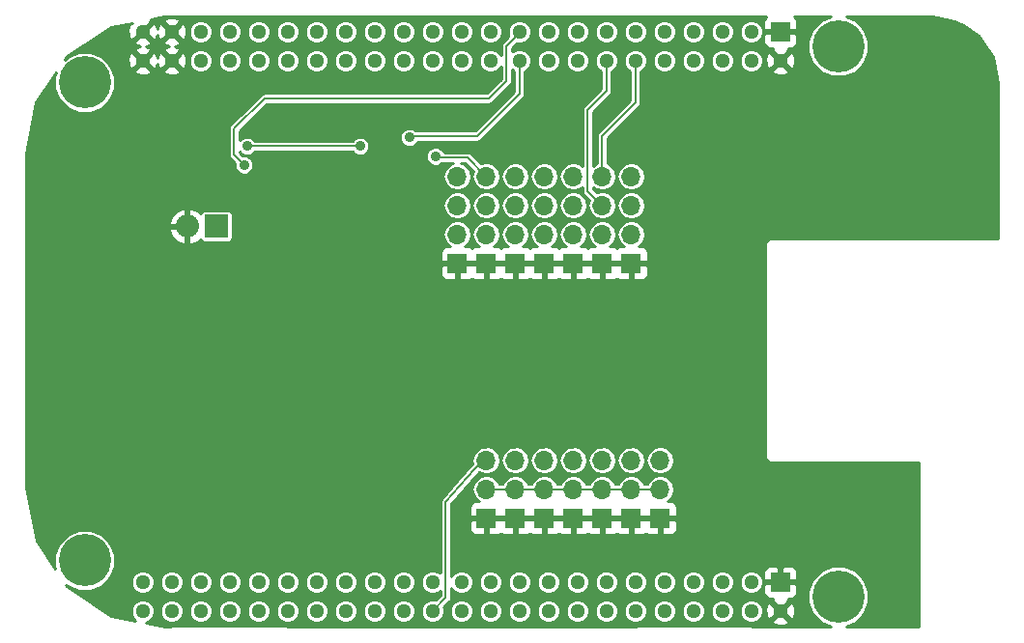
<source format=gbr>
G04 #@! TF.FileFunction,Copper,L2,Bot,Signal*
%FSLAX46Y46*%
G04 Gerber Fmt 4.6, Leading zero omitted, Abs format (unit mm)*
G04 Created by KiCad (PCBNEW (after 2015-mar-04 BZR unknown)-product) date 6/9/2017 4:35:25 PM*
%MOMM*%
G01*
G04 APERTURE LIST*
%ADD10C,0.150000*%
%ADD11C,4.572000*%
%ADD12R,1.651000X1.651000*%
%ADD13C,1.300480*%
%ADD14R,2.032000X2.032000*%
%ADD15O,2.032000X2.032000*%
%ADD16R,1.700000X1.700000*%
%ADD17O,1.700000X1.700000*%
%ADD18C,0.889000*%
%ADD19C,0.203200*%
%ADD20C,0.254000*%
G04 APERTURE END LIST*
D10*
D11*
X99441000Y-59055000D03*
X165481000Y-55880000D03*
X165481000Y-104140000D03*
X99441000Y-100965000D03*
D12*
X160401000Y-54610000D03*
D13*
X160401000Y-57150000D03*
X157861000Y-54610000D03*
X157861000Y-57150000D03*
X155321000Y-54610000D03*
X155321000Y-57150000D03*
X152781000Y-54610000D03*
X152781000Y-57150000D03*
X150241000Y-54610000D03*
X150241000Y-57150000D03*
X147701000Y-54610000D03*
X147701000Y-57150000D03*
X145161000Y-54610000D03*
X145161000Y-57150000D03*
X142621000Y-54610000D03*
X142621000Y-57150000D03*
X140081000Y-54610000D03*
X140081000Y-57150000D03*
X137541000Y-54610000D03*
X137541000Y-57150000D03*
X135001000Y-54610000D03*
X135001000Y-57150000D03*
X132461000Y-54610000D03*
X132461000Y-57150000D03*
X129921000Y-54610000D03*
X129921000Y-57150000D03*
X127381000Y-54610000D03*
X127381000Y-57150000D03*
X124841000Y-54610000D03*
X124841000Y-57150000D03*
X122301000Y-54610000D03*
X122301000Y-57150000D03*
X119761000Y-54610000D03*
X119761000Y-57150000D03*
X117221000Y-54610000D03*
X117221000Y-57150000D03*
X114681000Y-54610000D03*
X114681000Y-57150000D03*
X112141000Y-54610000D03*
X112141000Y-57150000D03*
X109601000Y-54610000D03*
X109601000Y-57150000D03*
X107061000Y-54610000D03*
X107061000Y-57150000D03*
X104521000Y-54610000D03*
X104521000Y-57150000D03*
D12*
X160401000Y-102870000D03*
D13*
X160401000Y-105410000D03*
X157861000Y-102870000D03*
X157861000Y-105410000D03*
X155321000Y-102870000D03*
X155321000Y-105410000D03*
X152781000Y-102870000D03*
X152781000Y-105410000D03*
X150241000Y-102870000D03*
X150241000Y-105410000D03*
X147701000Y-102870000D03*
X147701000Y-105410000D03*
X145161000Y-102870000D03*
X145161000Y-105410000D03*
X142621000Y-102870000D03*
X142621000Y-105410000D03*
X140081000Y-102870000D03*
X140081000Y-105410000D03*
X137541000Y-102870000D03*
X137541000Y-105410000D03*
X135001000Y-102870000D03*
X135001000Y-105410000D03*
X132461000Y-102870000D03*
X132461000Y-105410000D03*
X129921000Y-102870000D03*
X129921000Y-105410000D03*
X127381000Y-102870000D03*
X127381000Y-105410000D03*
X124841000Y-102870000D03*
X124841000Y-105410000D03*
X122301000Y-102870000D03*
X122301000Y-105410000D03*
X119761000Y-102870000D03*
X119761000Y-105410000D03*
X117221000Y-102870000D03*
X117221000Y-105410000D03*
X114681000Y-102870000D03*
X114681000Y-105410000D03*
X112141000Y-102870000D03*
X112141000Y-105410000D03*
X109601000Y-102870000D03*
X109601000Y-105410000D03*
X107061000Y-102870000D03*
X107061000Y-105410000D03*
X104521000Y-102870000D03*
X104521000Y-105410000D03*
D14*
X110972600Y-71678800D03*
D15*
X108432600Y-71678800D03*
D16*
X147320000Y-74930000D03*
D17*
X147320000Y-72390000D03*
X147320000Y-69850000D03*
X147320000Y-67310000D03*
D16*
X139700000Y-74930000D03*
D17*
X139700000Y-72390000D03*
X139700000Y-69850000D03*
X139700000Y-67310000D03*
D16*
X137160000Y-74930000D03*
D17*
X137160000Y-72390000D03*
X137160000Y-69850000D03*
X137160000Y-67310000D03*
D16*
X134620000Y-74930000D03*
D17*
X134620000Y-72390000D03*
X134620000Y-69850000D03*
X134620000Y-67310000D03*
D16*
X142240000Y-74930000D03*
D17*
X142240000Y-72390000D03*
X142240000Y-69850000D03*
X142240000Y-67310000D03*
D16*
X144780000Y-74930000D03*
D17*
X144780000Y-72390000D03*
X144780000Y-69850000D03*
X144780000Y-67310000D03*
D16*
X132080000Y-74930000D03*
D17*
X132080000Y-72390000D03*
X132080000Y-69850000D03*
X132080000Y-67310000D03*
D16*
X149860000Y-97282000D03*
D17*
X149860000Y-94742000D03*
X149860000Y-92202000D03*
D16*
X147320000Y-97282000D03*
D17*
X147320000Y-94742000D03*
X147320000Y-92202000D03*
D16*
X144780000Y-97282000D03*
D17*
X144780000Y-94742000D03*
X144780000Y-92202000D03*
D16*
X142240000Y-97282000D03*
D17*
X142240000Y-94742000D03*
X142240000Y-92202000D03*
D16*
X139700000Y-97282000D03*
D17*
X139700000Y-94742000D03*
X139700000Y-92202000D03*
D16*
X137160000Y-97282000D03*
D17*
X137160000Y-94742000D03*
X137160000Y-92202000D03*
D16*
X134620000Y-97282000D03*
D17*
X134620000Y-94742000D03*
X134620000Y-92202000D03*
D18*
X120878600Y-61899800D03*
X121132600Y-63677800D03*
X167767000Y-65659000D03*
X122682000Y-68326000D03*
X130175000Y-65532000D03*
X113411000Y-66294000D03*
X127889000Y-63881000D03*
X123571000Y-64643000D03*
X113665000Y-64643000D03*
D19*
X137160000Y-94742000D02*
X134620000Y-94742000D01*
X139700000Y-94742000D02*
X137160000Y-94742000D01*
X142240000Y-94742000D02*
X139700000Y-94742000D01*
X144780000Y-94742000D02*
X142240000Y-94742000D01*
X147320000Y-94742000D02*
X144780000Y-94742000D01*
X149860000Y-94742000D02*
X147320000Y-94742000D01*
X132969000Y-65659000D02*
X134620000Y-67310000D01*
X130302000Y-65659000D02*
X132969000Y-65659000D01*
X130175000Y-65532000D02*
X130302000Y-65659000D01*
X137541000Y-54610000D02*
X137541000Y-54737000D01*
X137541000Y-54737000D02*
X136398000Y-55880000D01*
X112522000Y-65405000D02*
X113411000Y-66294000D01*
X112522000Y-63119000D02*
X112522000Y-65405000D01*
X115189000Y-60452000D02*
X112522000Y-63119000D01*
X134874000Y-60452000D02*
X115189000Y-60452000D01*
X136398000Y-58928000D02*
X134874000Y-60452000D01*
X136398000Y-55880000D02*
X136398000Y-58928000D01*
X113665000Y-64643000D02*
X123571000Y-64643000D01*
X127889000Y-63881000D02*
X127889000Y-63754000D01*
X137541000Y-57150000D02*
X137541000Y-60071000D01*
X133858000Y-63754000D02*
X127889000Y-63754000D01*
X137541000Y-60071000D02*
X133858000Y-63754000D01*
X137414000Y-57277000D02*
X137541000Y-57150000D01*
X144780000Y-67310000D02*
X144780000Y-63754000D01*
X147701000Y-60833000D02*
X147701000Y-57150000D01*
X144780000Y-63754000D02*
X147701000Y-60833000D01*
X144780000Y-69850000D02*
X143510000Y-68580000D01*
X145161000Y-59817000D02*
X145161000Y-57150000D01*
X143510000Y-61468000D02*
X145161000Y-59817000D01*
X143510000Y-68580000D02*
X143510000Y-61468000D01*
X129921000Y-105410000D02*
X131064000Y-104267000D01*
X131064000Y-95885000D02*
X134239000Y-92202000D01*
X131064000Y-104267000D02*
X131064000Y-95885000D01*
X134239000Y-92202000D02*
X134620000Y-92202000D01*
D20*
G36*
X179514500Y-72707500D02*
X161861500Y-72707500D01*
X161861500Y-55561810D01*
X161861500Y-55309191D01*
X161861500Y-54895750D01*
X161702750Y-54737000D01*
X160528000Y-54737000D01*
X160528000Y-54757000D01*
X160274000Y-54757000D01*
X160274000Y-54737000D01*
X159099250Y-54737000D01*
X158940500Y-54895750D01*
X158940500Y-55309191D01*
X158940500Y-55561810D01*
X159037173Y-55795199D01*
X159215802Y-55973827D01*
X159449191Y-56070500D01*
X159724973Y-56070500D01*
X159681416Y-56250811D01*
X160401000Y-56970395D01*
X161120584Y-56250811D01*
X161077026Y-56070500D01*
X161352809Y-56070500D01*
X161586198Y-55973827D01*
X161764827Y-55795199D01*
X161861500Y-55561810D01*
X161861500Y-72707500D01*
X161698861Y-72707500D01*
X161698861Y-57330980D01*
X161669325Y-56820533D01*
X161530809Y-56486126D01*
X161300189Y-56430416D01*
X160580605Y-57150000D01*
X161300189Y-57869584D01*
X161530809Y-57813874D01*
X161698861Y-57330980D01*
X161698861Y-72707500D01*
X161120584Y-72707500D01*
X161120584Y-58049189D01*
X160401000Y-57329605D01*
X160221395Y-57509210D01*
X160221395Y-57150000D01*
X159501811Y-56430416D01*
X159271191Y-56486126D01*
X159103139Y-56969020D01*
X159132675Y-57479467D01*
X159271191Y-57813874D01*
X159501811Y-57869584D01*
X160221395Y-57150000D01*
X160221395Y-57509210D01*
X159681416Y-58049189D01*
X159737126Y-58279809D01*
X160220020Y-58447861D01*
X160730467Y-58418325D01*
X161064874Y-58279809D01*
X161120584Y-58049189D01*
X161120584Y-72707500D01*
X159639000Y-72707500D01*
X159420296Y-72751003D01*
X159234888Y-72874888D01*
X159111003Y-73060296D01*
X159067500Y-73279000D01*
X159067500Y-91821000D01*
X159111003Y-92039704D01*
X159234888Y-92225112D01*
X159420296Y-92348997D01*
X159639000Y-92392500D01*
X172529500Y-92392500D01*
X172529500Y-106743500D01*
X166163971Y-106743500D01*
X166989761Y-106402291D01*
X167740655Y-105652707D01*
X168147536Y-104672827D01*
X168148462Y-103611828D01*
X167743291Y-102631239D01*
X166993707Y-101880345D01*
X166013827Y-101473464D01*
X164952828Y-101472538D01*
X163972239Y-101877709D01*
X163221345Y-102627293D01*
X162814464Y-103607173D01*
X162813538Y-104668172D01*
X163218709Y-105648761D01*
X163968293Y-106399655D01*
X164796365Y-106743500D01*
X162941000Y-106743500D01*
X161861500Y-106743500D01*
X161861500Y-103821810D01*
X161861500Y-103569191D01*
X161861500Y-103155750D01*
X161861500Y-102584250D01*
X161861500Y-102170809D01*
X161861500Y-101918190D01*
X161764827Y-101684801D01*
X161586198Y-101506173D01*
X161352809Y-101409500D01*
X160686750Y-101409500D01*
X160528000Y-101568250D01*
X160528000Y-102743000D01*
X161702750Y-102743000D01*
X161861500Y-102584250D01*
X161861500Y-103155750D01*
X161702750Y-102997000D01*
X160528000Y-102997000D01*
X160528000Y-103017000D01*
X160274000Y-103017000D01*
X160274000Y-102997000D01*
X160274000Y-102743000D01*
X160274000Y-101568250D01*
X160115250Y-101409500D01*
X159449191Y-101409500D01*
X159215802Y-101506173D01*
X159037173Y-101684801D01*
X158940500Y-101918190D01*
X158940500Y-102170809D01*
X158940500Y-102584250D01*
X159099250Y-102743000D01*
X160274000Y-102743000D01*
X160274000Y-102997000D01*
X159099250Y-102997000D01*
X158940500Y-103155750D01*
X158940500Y-103569191D01*
X158940500Y-103821810D01*
X159037173Y-104055199D01*
X159215802Y-104233827D01*
X159449191Y-104330500D01*
X159724973Y-104330500D01*
X159681416Y-104510811D01*
X160401000Y-105230395D01*
X161120584Y-104510811D01*
X161077026Y-104330500D01*
X161352809Y-104330500D01*
X161586198Y-104233827D01*
X161764827Y-104055199D01*
X161861500Y-103821810D01*
X161861500Y-106743500D01*
X161698861Y-106743500D01*
X161698861Y-105590980D01*
X161669325Y-105080533D01*
X161530809Y-104746126D01*
X161300189Y-104690416D01*
X160580605Y-105410000D01*
X161300189Y-106129584D01*
X161530809Y-106073874D01*
X161698861Y-105590980D01*
X161698861Y-106743500D01*
X161120584Y-106743500D01*
X161120584Y-106309189D01*
X160401000Y-105589605D01*
X160221395Y-105769210D01*
X160221395Y-105410000D01*
X159501811Y-104690416D01*
X159271191Y-104746126D01*
X159103139Y-105229020D01*
X159132675Y-105739467D01*
X159271191Y-106073874D01*
X159501811Y-106129584D01*
X160221395Y-105410000D01*
X160221395Y-105769210D01*
X159681416Y-106309189D01*
X159737126Y-106539809D01*
X160220020Y-106707861D01*
X160730467Y-106678325D01*
X161064874Y-106539809D01*
X161120584Y-106309189D01*
X161120584Y-106743500D01*
X158892418Y-106743500D01*
X158892418Y-105205774D01*
X158892418Y-102665774D01*
X158892418Y-56945774D01*
X158892418Y-54405774D01*
X158735752Y-54026613D01*
X158445913Y-53736267D01*
X158067026Y-53578940D01*
X157656774Y-53578582D01*
X157277613Y-53735248D01*
X156987267Y-54025087D01*
X156829940Y-54403974D01*
X156829582Y-54814226D01*
X156986248Y-55193387D01*
X157276087Y-55483733D01*
X157654974Y-55641060D01*
X158065226Y-55641418D01*
X158444387Y-55484752D01*
X158734733Y-55194913D01*
X158892060Y-54816026D01*
X158892418Y-54405774D01*
X158892418Y-56945774D01*
X158735752Y-56566613D01*
X158445913Y-56276267D01*
X158067026Y-56118940D01*
X157656774Y-56118582D01*
X157277613Y-56275248D01*
X156987267Y-56565087D01*
X156829940Y-56943974D01*
X156829582Y-57354226D01*
X156986248Y-57733387D01*
X157276087Y-58023733D01*
X157654974Y-58181060D01*
X158065226Y-58181418D01*
X158444387Y-58024752D01*
X158734733Y-57734913D01*
X158892060Y-57356026D01*
X158892418Y-56945774D01*
X158892418Y-102665774D01*
X158735752Y-102286613D01*
X158445913Y-101996267D01*
X158067026Y-101838940D01*
X157656774Y-101838582D01*
X157277613Y-101995248D01*
X156987267Y-102285087D01*
X156829940Y-102663974D01*
X156829582Y-103074226D01*
X156986248Y-103453387D01*
X157276087Y-103743733D01*
X157654974Y-103901060D01*
X158065226Y-103901418D01*
X158444387Y-103744752D01*
X158734733Y-103454913D01*
X158892060Y-103076026D01*
X158892418Y-102665774D01*
X158892418Y-105205774D01*
X158735752Y-104826613D01*
X158445913Y-104536267D01*
X158067026Y-104378940D01*
X157656774Y-104378582D01*
X157277613Y-104535248D01*
X156987267Y-104825087D01*
X156829940Y-105203974D01*
X156829582Y-105614226D01*
X156986248Y-105993387D01*
X157276087Y-106283733D01*
X157654974Y-106441060D01*
X158065226Y-106441418D01*
X158444387Y-106284752D01*
X158734733Y-105994913D01*
X158892060Y-105616026D01*
X158892418Y-105205774D01*
X158892418Y-106743500D01*
X157975409Y-106743500D01*
X157900000Y-106728500D01*
X156352418Y-106728500D01*
X156352418Y-105205774D01*
X156352418Y-102665774D01*
X156352418Y-56945774D01*
X156352418Y-54405774D01*
X156195752Y-54026613D01*
X155905913Y-53736267D01*
X155527026Y-53578940D01*
X155116774Y-53578582D01*
X154737613Y-53735248D01*
X154447267Y-54025087D01*
X154289940Y-54403974D01*
X154289582Y-54814226D01*
X154446248Y-55193387D01*
X154736087Y-55483733D01*
X155114974Y-55641060D01*
X155525226Y-55641418D01*
X155904387Y-55484752D01*
X156194733Y-55194913D01*
X156352060Y-54816026D01*
X156352418Y-54405774D01*
X156352418Y-56945774D01*
X156195752Y-56566613D01*
X155905913Y-56276267D01*
X155527026Y-56118940D01*
X155116774Y-56118582D01*
X154737613Y-56275248D01*
X154447267Y-56565087D01*
X154289940Y-56943974D01*
X154289582Y-57354226D01*
X154446248Y-57733387D01*
X154736087Y-58023733D01*
X155114974Y-58181060D01*
X155525226Y-58181418D01*
X155904387Y-58024752D01*
X156194733Y-57734913D01*
X156352060Y-57356026D01*
X156352418Y-56945774D01*
X156352418Y-102665774D01*
X156195752Y-102286613D01*
X155905913Y-101996267D01*
X155527026Y-101838940D01*
X155116774Y-101838582D01*
X154737613Y-101995248D01*
X154447267Y-102285087D01*
X154289940Y-102663974D01*
X154289582Y-103074226D01*
X154446248Y-103453387D01*
X154736087Y-103743733D01*
X155114974Y-103901060D01*
X155525226Y-103901418D01*
X155904387Y-103744752D01*
X156194733Y-103454913D01*
X156352060Y-103076026D01*
X156352418Y-102665774D01*
X156352418Y-105205774D01*
X156195752Y-104826613D01*
X155905913Y-104536267D01*
X155527026Y-104378940D01*
X155116774Y-104378582D01*
X154737613Y-104535248D01*
X154447267Y-104825087D01*
X154289940Y-105203974D01*
X154289582Y-105614226D01*
X154446248Y-105993387D01*
X154736087Y-106283733D01*
X155114974Y-106441060D01*
X155525226Y-106441418D01*
X155904387Y-106284752D01*
X156194733Y-105994913D01*
X156352060Y-105616026D01*
X156352418Y-105205774D01*
X156352418Y-106728500D01*
X153812418Y-106728500D01*
X153812418Y-105205774D01*
X153812418Y-102665774D01*
X153812418Y-56945774D01*
X153812418Y-54405774D01*
X153655752Y-54026613D01*
X153365913Y-53736267D01*
X152987026Y-53578940D01*
X152576774Y-53578582D01*
X152197613Y-53735248D01*
X151907267Y-54025087D01*
X151749940Y-54403974D01*
X151749582Y-54814226D01*
X151906248Y-55193387D01*
X152196087Y-55483733D01*
X152574974Y-55641060D01*
X152985226Y-55641418D01*
X153364387Y-55484752D01*
X153654733Y-55194913D01*
X153812060Y-54816026D01*
X153812418Y-54405774D01*
X153812418Y-56945774D01*
X153655752Y-56566613D01*
X153365913Y-56276267D01*
X152987026Y-56118940D01*
X152576774Y-56118582D01*
X152197613Y-56275248D01*
X151907267Y-56565087D01*
X151749940Y-56943974D01*
X151749582Y-57354226D01*
X151906248Y-57733387D01*
X152196087Y-58023733D01*
X152574974Y-58181060D01*
X152985226Y-58181418D01*
X153364387Y-58024752D01*
X153654733Y-57734913D01*
X153812060Y-57356026D01*
X153812418Y-56945774D01*
X153812418Y-102665774D01*
X153655752Y-102286613D01*
X153365913Y-101996267D01*
X152987026Y-101838940D01*
X152576774Y-101838582D01*
X152197613Y-101995248D01*
X151907267Y-102285087D01*
X151749940Y-102663974D01*
X151749582Y-103074226D01*
X151906248Y-103453387D01*
X152196087Y-103743733D01*
X152574974Y-103901060D01*
X152985226Y-103901418D01*
X153364387Y-103744752D01*
X153654733Y-103454913D01*
X153812060Y-103076026D01*
X153812418Y-102665774D01*
X153812418Y-105205774D01*
X153655752Y-104826613D01*
X153365913Y-104536267D01*
X152987026Y-104378940D01*
X152576774Y-104378582D01*
X152197613Y-104535248D01*
X151907267Y-104825087D01*
X151749940Y-105203974D01*
X151749582Y-105614226D01*
X151906248Y-105993387D01*
X152196087Y-106283733D01*
X152574974Y-106441060D01*
X152985226Y-106441418D01*
X153364387Y-106284752D01*
X153654733Y-105994913D01*
X153812060Y-105616026D01*
X153812418Y-105205774D01*
X153812418Y-106728500D01*
X151345000Y-106728500D01*
X151345000Y-98258310D01*
X151345000Y-98005691D01*
X151345000Y-97567750D01*
X151345000Y-96996250D01*
X151345000Y-96558309D01*
X151345000Y-96305690D01*
X151272418Y-96130461D01*
X151272418Y-56945774D01*
X151272418Y-54405774D01*
X151115752Y-54026613D01*
X150825913Y-53736267D01*
X150447026Y-53578940D01*
X150036774Y-53578582D01*
X149657613Y-53735248D01*
X149367267Y-54025087D01*
X149209940Y-54403974D01*
X149209582Y-54814226D01*
X149366248Y-55193387D01*
X149656087Y-55483733D01*
X150034974Y-55641060D01*
X150445226Y-55641418D01*
X150824387Y-55484752D01*
X151114733Y-55194913D01*
X151272060Y-54816026D01*
X151272418Y-54405774D01*
X151272418Y-56945774D01*
X151115752Y-56566613D01*
X150825913Y-56276267D01*
X150447026Y-56118940D01*
X150036774Y-56118582D01*
X149657613Y-56275248D01*
X149367267Y-56565087D01*
X149209940Y-56943974D01*
X149209582Y-57354226D01*
X149366248Y-57733387D01*
X149656087Y-58023733D01*
X150034974Y-58181060D01*
X150445226Y-58181418D01*
X150824387Y-58024752D01*
X151114733Y-57734913D01*
X151272060Y-57356026D01*
X151272418Y-56945774D01*
X151272418Y-96130461D01*
X151248327Y-96072301D01*
X151069698Y-95893673D01*
X150836309Y-95797000D01*
X150478364Y-95797000D01*
X150754565Y-95612448D01*
X151021413Y-95213083D01*
X151115117Y-94742000D01*
X151115117Y-92202000D01*
X151021413Y-91730917D01*
X150754565Y-91331552D01*
X150355200Y-91064704D01*
X149884117Y-90971000D01*
X149835883Y-90971000D01*
X149364800Y-91064704D01*
X148965435Y-91331552D01*
X148805000Y-91571659D01*
X148805000Y-75906310D01*
X148805000Y-75653691D01*
X148805000Y-75215750D01*
X148805000Y-74644250D01*
X148805000Y-74206309D01*
X148805000Y-73953690D01*
X148732418Y-73778461D01*
X148732418Y-56945774D01*
X148732418Y-54405774D01*
X148575752Y-54026613D01*
X148285913Y-53736267D01*
X147907026Y-53578940D01*
X147496774Y-53578582D01*
X147117613Y-53735248D01*
X146827267Y-54025087D01*
X146669940Y-54403974D01*
X146669582Y-54814226D01*
X146826248Y-55193387D01*
X147116087Y-55483733D01*
X147494974Y-55641060D01*
X147905226Y-55641418D01*
X148284387Y-55484752D01*
X148574733Y-55194913D01*
X148732060Y-54816026D01*
X148732418Y-54405774D01*
X148732418Y-56945774D01*
X148575752Y-56566613D01*
X148285913Y-56276267D01*
X147907026Y-56118940D01*
X147496774Y-56118582D01*
X147117613Y-56275248D01*
X146827267Y-56565087D01*
X146669940Y-56943974D01*
X146669582Y-57354226D01*
X146826248Y-57733387D01*
X147116087Y-58023733D01*
X147218400Y-58066216D01*
X147218400Y-60633100D01*
X144438750Y-63412750D01*
X144334136Y-63569317D01*
X144297400Y-63754000D01*
X144297400Y-66170197D01*
X144284800Y-66172704D01*
X143992600Y-66367946D01*
X143992600Y-61667899D01*
X145502246Y-60158252D01*
X145502250Y-60158250D01*
X145502250Y-60158249D01*
X145606864Y-60001683D01*
X145643600Y-59817000D01*
X145643601Y-59817000D01*
X145643600Y-59816994D01*
X145643600Y-58066396D01*
X145744387Y-58024752D01*
X146034733Y-57734913D01*
X146192060Y-57356026D01*
X146192418Y-56945774D01*
X146192418Y-54405774D01*
X146035752Y-54026613D01*
X145745913Y-53736267D01*
X145367026Y-53578940D01*
X144956774Y-53578582D01*
X144577613Y-53735248D01*
X144287267Y-54025087D01*
X144129940Y-54403974D01*
X144129582Y-54814226D01*
X144286248Y-55193387D01*
X144576087Y-55483733D01*
X144954974Y-55641060D01*
X145365226Y-55641418D01*
X145744387Y-55484752D01*
X146034733Y-55194913D01*
X146192060Y-54816026D01*
X146192418Y-54405774D01*
X146192418Y-56945774D01*
X146035752Y-56566613D01*
X145745913Y-56276267D01*
X145367026Y-56118940D01*
X144956774Y-56118582D01*
X144577613Y-56275248D01*
X144287267Y-56565087D01*
X144129940Y-56943974D01*
X144129582Y-57354226D01*
X144286248Y-57733387D01*
X144576087Y-58023733D01*
X144678400Y-58066216D01*
X144678400Y-59617100D01*
X143652418Y-60643082D01*
X143652418Y-56945774D01*
X143652418Y-54405774D01*
X143495752Y-54026613D01*
X143205913Y-53736267D01*
X142827026Y-53578940D01*
X142416774Y-53578582D01*
X142037613Y-53735248D01*
X141747267Y-54025087D01*
X141589940Y-54403974D01*
X141589582Y-54814226D01*
X141746248Y-55193387D01*
X142036087Y-55483733D01*
X142414974Y-55641060D01*
X142825226Y-55641418D01*
X143204387Y-55484752D01*
X143494733Y-55194913D01*
X143652060Y-54816026D01*
X143652418Y-54405774D01*
X143652418Y-56945774D01*
X143495752Y-56566613D01*
X143205913Y-56276267D01*
X142827026Y-56118940D01*
X142416774Y-56118582D01*
X142037613Y-56275248D01*
X141747267Y-56565087D01*
X141589940Y-56943974D01*
X141589582Y-57354226D01*
X141746248Y-57733387D01*
X142036087Y-58023733D01*
X142414974Y-58181060D01*
X142825226Y-58181418D01*
X143204387Y-58024752D01*
X143494733Y-57734913D01*
X143652060Y-57356026D01*
X143652418Y-56945774D01*
X143652418Y-60643082D01*
X143168750Y-61126750D01*
X143064136Y-61283317D01*
X143027400Y-61468000D01*
X143027400Y-66367946D01*
X142735200Y-66172704D01*
X142264117Y-66079000D01*
X142215883Y-66079000D01*
X141744800Y-66172704D01*
X141345435Y-66439552D01*
X141112418Y-66788285D01*
X141112418Y-56945774D01*
X141112418Y-54405774D01*
X140955752Y-54026613D01*
X140665913Y-53736267D01*
X140287026Y-53578940D01*
X139876774Y-53578582D01*
X139497613Y-53735248D01*
X139207267Y-54025087D01*
X139049940Y-54403974D01*
X139049582Y-54814226D01*
X139206248Y-55193387D01*
X139496087Y-55483733D01*
X139874974Y-55641060D01*
X140285226Y-55641418D01*
X140664387Y-55484752D01*
X140954733Y-55194913D01*
X141112060Y-54816026D01*
X141112418Y-54405774D01*
X141112418Y-56945774D01*
X140955752Y-56566613D01*
X140665913Y-56276267D01*
X140287026Y-56118940D01*
X139876774Y-56118582D01*
X139497613Y-56275248D01*
X139207267Y-56565087D01*
X139049940Y-56943974D01*
X139049582Y-57354226D01*
X139206248Y-57733387D01*
X139496087Y-58023733D01*
X139874974Y-58181060D01*
X140285226Y-58181418D01*
X140664387Y-58024752D01*
X140954733Y-57734913D01*
X141112060Y-57356026D01*
X141112418Y-56945774D01*
X141112418Y-66788285D01*
X141078587Y-66838917D01*
X140984883Y-67310000D01*
X141078587Y-67781083D01*
X141345435Y-68180448D01*
X141744800Y-68447296D01*
X142215883Y-68541000D01*
X142264117Y-68541000D01*
X142735200Y-68447296D01*
X143027400Y-68252053D01*
X143027400Y-68580000D01*
X143064136Y-68764683D01*
X143168750Y-68921250D01*
X143621723Y-69374223D01*
X143618587Y-69378917D01*
X143524883Y-69850000D01*
X143618587Y-70321083D01*
X143885435Y-70720448D01*
X144284800Y-70987296D01*
X144755883Y-71081000D01*
X144804117Y-71081000D01*
X145275200Y-70987296D01*
X145674565Y-70720448D01*
X145941413Y-70321083D01*
X146035117Y-69850000D01*
X145941413Y-69378917D01*
X145674565Y-68979552D01*
X145275200Y-68712704D01*
X144804117Y-68619000D01*
X144755883Y-68619000D01*
X144318500Y-68706000D01*
X143992600Y-68380100D01*
X143992600Y-68252053D01*
X144284800Y-68447296D01*
X144755883Y-68541000D01*
X144804117Y-68541000D01*
X145275200Y-68447296D01*
X145674565Y-68180448D01*
X145941413Y-67781083D01*
X146035117Y-67310000D01*
X145941413Y-66838917D01*
X145674565Y-66439552D01*
X145275200Y-66172704D01*
X145262600Y-66170197D01*
X145262600Y-63953900D01*
X148042250Y-61174250D01*
X148146864Y-61017683D01*
X148183600Y-60833000D01*
X148183601Y-60833000D01*
X148183600Y-60832994D01*
X148183600Y-58066396D01*
X148284387Y-58024752D01*
X148574733Y-57734913D01*
X148732060Y-57356026D01*
X148732418Y-56945774D01*
X148732418Y-73778461D01*
X148708327Y-73720301D01*
X148529698Y-73541673D01*
X148296309Y-73445000D01*
X147938364Y-73445000D01*
X148214565Y-73260448D01*
X148481413Y-72861083D01*
X148575117Y-72390000D01*
X148575117Y-69850000D01*
X148575117Y-67310000D01*
X148481413Y-66838917D01*
X148214565Y-66439552D01*
X147815200Y-66172704D01*
X147344117Y-66079000D01*
X147295883Y-66079000D01*
X146824800Y-66172704D01*
X146425435Y-66439552D01*
X146158587Y-66838917D01*
X146064883Y-67310000D01*
X146158587Y-67781083D01*
X146425435Y-68180448D01*
X146824800Y-68447296D01*
X147295883Y-68541000D01*
X147344117Y-68541000D01*
X147815200Y-68447296D01*
X148214565Y-68180448D01*
X148481413Y-67781083D01*
X148575117Y-67310000D01*
X148575117Y-69850000D01*
X148481413Y-69378917D01*
X148214565Y-68979552D01*
X147815200Y-68712704D01*
X147344117Y-68619000D01*
X147295883Y-68619000D01*
X146824800Y-68712704D01*
X146425435Y-68979552D01*
X146158587Y-69378917D01*
X146064883Y-69850000D01*
X146158587Y-70321083D01*
X146425435Y-70720448D01*
X146824800Y-70987296D01*
X147295883Y-71081000D01*
X147344117Y-71081000D01*
X147815200Y-70987296D01*
X148214565Y-70720448D01*
X148481413Y-70321083D01*
X148575117Y-69850000D01*
X148575117Y-72390000D01*
X148481413Y-71918917D01*
X148214565Y-71519552D01*
X147815200Y-71252704D01*
X147344117Y-71159000D01*
X147295883Y-71159000D01*
X146824800Y-71252704D01*
X146425435Y-71519552D01*
X146158587Y-71918917D01*
X146064883Y-72390000D01*
X146158587Y-72861083D01*
X146425435Y-73260448D01*
X146701635Y-73445000D01*
X146343691Y-73445000D01*
X146110302Y-73541673D01*
X146050000Y-73601974D01*
X145989698Y-73541673D01*
X145756309Y-73445000D01*
X145398364Y-73445000D01*
X145674565Y-73260448D01*
X145941413Y-72861083D01*
X146035117Y-72390000D01*
X145941413Y-71918917D01*
X145674565Y-71519552D01*
X145275200Y-71252704D01*
X144804117Y-71159000D01*
X144755883Y-71159000D01*
X144284800Y-71252704D01*
X143885435Y-71519552D01*
X143618587Y-71918917D01*
X143524883Y-72390000D01*
X143618587Y-72861083D01*
X143885435Y-73260448D01*
X144161635Y-73445000D01*
X143803691Y-73445000D01*
X143570302Y-73541673D01*
X143510000Y-73601974D01*
X143449698Y-73541673D01*
X143216309Y-73445000D01*
X142858364Y-73445000D01*
X143134565Y-73260448D01*
X143401413Y-72861083D01*
X143495117Y-72390000D01*
X143495117Y-69850000D01*
X143401413Y-69378917D01*
X143134565Y-68979552D01*
X142735200Y-68712704D01*
X142264117Y-68619000D01*
X142215883Y-68619000D01*
X141744800Y-68712704D01*
X141345435Y-68979552D01*
X141078587Y-69378917D01*
X140984883Y-69850000D01*
X141078587Y-70321083D01*
X141345435Y-70720448D01*
X141744800Y-70987296D01*
X142215883Y-71081000D01*
X142264117Y-71081000D01*
X142735200Y-70987296D01*
X143134565Y-70720448D01*
X143401413Y-70321083D01*
X143495117Y-69850000D01*
X143495117Y-72390000D01*
X143401413Y-71918917D01*
X143134565Y-71519552D01*
X142735200Y-71252704D01*
X142264117Y-71159000D01*
X142215883Y-71159000D01*
X141744800Y-71252704D01*
X141345435Y-71519552D01*
X141078587Y-71918917D01*
X140984883Y-72390000D01*
X141078587Y-72861083D01*
X141345435Y-73260448D01*
X141621635Y-73445000D01*
X141263691Y-73445000D01*
X141030302Y-73541673D01*
X140970000Y-73601974D01*
X140909698Y-73541673D01*
X140676309Y-73445000D01*
X140318364Y-73445000D01*
X140594565Y-73260448D01*
X140861413Y-72861083D01*
X140955117Y-72390000D01*
X140955117Y-69850000D01*
X140955117Y-67310000D01*
X140861413Y-66838917D01*
X140594565Y-66439552D01*
X140195200Y-66172704D01*
X139724117Y-66079000D01*
X139675883Y-66079000D01*
X139204800Y-66172704D01*
X138805435Y-66439552D01*
X138572418Y-66788285D01*
X138572418Y-56945774D01*
X138415752Y-56566613D01*
X138125913Y-56276267D01*
X137747026Y-56118940D01*
X137336774Y-56118582D01*
X136957613Y-56275248D01*
X136880600Y-56352126D01*
X136880600Y-56079900D01*
X137323997Y-55636502D01*
X137334974Y-55641060D01*
X137745226Y-55641418D01*
X138124387Y-55484752D01*
X138414733Y-55194913D01*
X138572060Y-54816026D01*
X138572418Y-54405774D01*
X138415752Y-54026613D01*
X138125913Y-53736267D01*
X137747026Y-53578940D01*
X137336774Y-53578582D01*
X136957613Y-53735248D01*
X136667267Y-54025087D01*
X136509940Y-54403974D01*
X136509582Y-54814226D01*
X136589019Y-55006480D01*
X136056750Y-55538750D01*
X136032418Y-55575165D01*
X136032418Y-54405774D01*
X135875752Y-54026613D01*
X135585913Y-53736267D01*
X135207026Y-53578940D01*
X134796774Y-53578582D01*
X134417613Y-53735248D01*
X134127267Y-54025087D01*
X133969940Y-54403974D01*
X133969582Y-54814226D01*
X134126248Y-55193387D01*
X134416087Y-55483733D01*
X134794974Y-55641060D01*
X135205226Y-55641418D01*
X135584387Y-55484752D01*
X135874733Y-55194913D01*
X136032060Y-54816026D01*
X136032418Y-54405774D01*
X136032418Y-55575165D01*
X135952136Y-55695317D01*
X135915400Y-55880000D01*
X135915400Y-56662568D01*
X135875752Y-56566613D01*
X135585913Y-56276267D01*
X135207026Y-56118940D01*
X134796774Y-56118582D01*
X134417613Y-56275248D01*
X134127267Y-56565087D01*
X133969940Y-56943974D01*
X133969582Y-57354226D01*
X134126248Y-57733387D01*
X134416087Y-58023733D01*
X134794974Y-58181060D01*
X135205226Y-58181418D01*
X135584387Y-58024752D01*
X135874733Y-57734913D01*
X135915400Y-57636975D01*
X135915400Y-58728100D01*
X134674100Y-59969400D01*
X133492418Y-59969400D01*
X133492418Y-56945774D01*
X133492418Y-54405774D01*
X133335752Y-54026613D01*
X133045913Y-53736267D01*
X132667026Y-53578940D01*
X132256774Y-53578582D01*
X131877613Y-53735248D01*
X131587267Y-54025087D01*
X131429940Y-54403974D01*
X131429582Y-54814226D01*
X131586248Y-55193387D01*
X131876087Y-55483733D01*
X132254974Y-55641060D01*
X132665226Y-55641418D01*
X133044387Y-55484752D01*
X133334733Y-55194913D01*
X133492060Y-54816026D01*
X133492418Y-54405774D01*
X133492418Y-56945774D01*
X133335752Y-56566613D01*
X133045913Y-56276267D01*
X132667026Y-56118940D01*
X132256774Y-56118582D01*
X131877613Y-56275248D01*
X131587267Y-56565087D01*
X131429940Y-56943974D01*
X131429582Y-57354226D01*
X131586248Y-57733387D01*
X131876087Y-58023733D01*
X132254974Y-58181060D01*
X132665226Y-58181418D01*
X133044387Y-58024752D01*
X133334733Y-57734913D01*
X133492060Y-57356026D01*
X133492418Y-56945774D01*
X133492418Y-59969400D01*
X130952418Y-59969400D01*
X130952418Y-56945774D01*
X130952418Y-54405774D01*
X130795752Y-54026613D01*
X130505913Y-53736267D01*
X130127026Y-53578940D01*
X129716774Y-53578582D01*
X129337613Y-53735248D01*
X129047267Y-54025087D01*
X128889940Y-54403974D01*
X128889582Y-54814226D01*
X129046248Y-55193387D01*
X129336087Y-55483733D01*
X129714974Y-55641060D01*
X130125226Y-55641418D01*
X130504387Y-55484752D01*
X130794733Y-55194913D01*
X130952060Y-54816026D01*
X130952418Y-54405774D01*
X130952418Y-56945774D01*
X130795752Y-56566613D01*
X130505913Y-56276267D01*
X130127026Y-56118940D01*
X129716774Y-56118582D01*
X129337613Y-56275248D01*
X129047267Y-56565087D01*
X128889940Y-56943974D01*
X128889582Y-57354226D01*
X129046248Y-57733387D01*
X129336087Y-58023733D01*
X129714974Y-58181060D01*
X130125226Y-58181418D01*
X130504387Y-58024752D01*
X130794733Y-57734913D01*
X130952060Y-57356026D01*
X130952418Y-56945774D01*
X130952418Y-59969400D01*
X128412418Y-59969400D01*
X128412418Y-56945774D01*
X128412418Y-54405774D01*
X128255752Y-54026613D01*
X127965913Y-53736267D01*
X127587026Y-53578940D01*
X127176774Y-53578582D01*
X126797613Y-53735248D01*
X126507267Y-54025087D01*
X126349940Y-54403974D01*
X126349582Y-54814226D01*
X126506248Y-55193387D01*
X126796087Y-55483733D01*
X127174974Y-55641060D01*
X127585226Y-55641418D01*
X127964387Y-55484752D01*
X128254733Y-55194913D01*
X128412060Y-54816026D01*
X128412418Y-54405774D01*
X128412418Y-56945774D01*
X128255752Y-56566613D01*
X127965913Y-56276267D01*
X127587026Y-56118940D01*
X127176774Y-56118582D01*
X126797613Y-56275248D01*
X126507267Y-56565087D01*
X126349940Y-56943974D01*
X126349582Y-57354226D01*
X126506248Y-57733387D01*
X126796087Y-58023733D01*
X127174974Y-58181060D01*
X127585226Y-58181418D01*
X127964387Y-58024752D01*
X128254733Y-57734913D01*
X128412060Y-57356026D01*
X128412418Y-56945774D01*
X128412418Y-59969400D01*
X125872418Y-59969400D01*
X125872418Y-56945774D01*
X125872418Y-54405774D01*
X125715752Y-54026613D01*
X125425913Y-53736267D01*
X125047026Y-53578940D01*
X124636774Y-53578582D01*
X124257613Y-53735248D01*
X123967267Y-54025087D01*
X123809940Y-54403974D01*
X123809582Y-54814226D01*
X123966248Y-55193387D01*
X124256087Y-55483733D01*
X124634974Y-55641060D01*
X125045226Y-55641418D01*
X125424387Y-55484752D01*
X125714733Y-55194913D01*
X125872060Y-54816026D01*
X125872418Y-54405774D01*
X125872418Y-56945774D01*
X125715752Y-56566613D01*
X125425913Y-56276267D01*
X125047026Y-56118940D01*
X124636774Y-56118582D01*
X124257613Y-56275248D01*
X123967267Y-56565087D01*
X123809940Y-56943974D01*
X123809582Y-57354226D01*
X123966248Y-57733387D01*
X124256087Y-58023733D01*
X124634974Y-58181060D01*
X125045226Y-58181418D01*
X125424387Y-58024752D01*
X125714733Y-57734913D01*
X125872060Y-57356026D01*
X125872418Y-56945774D01*
X125872418Y-59969400D01*
X123332418Y-59969400D01*
X123332418Y-56945774D01*
X123332418Y-54405774D01*
X123175752Y-54026613D01*
X122885913Y-53736267D01*
X122507026Y-53578940D01*
X122096774Y-53578582D01*
X121717613Y-53735248D01*
X121427267Y-54025087D01*
X121269940Y-54403974D01*
X121269582Y-54814226D01*
X121426248Y-55193387D01*
X121716087Y-55483733D01*
X122094974Y-55641060D01*
X122505226Y-55641418D01*
X122884387Y-55484752D01*
X123174733Y-55194913D01*
X123332060Y-54816026D01*
X123332418Y-54405774D01*
X123332418Y-56945774D01*
X123175752Y-56566613D01*
X122885913Y-56276267D01*
X122507026Y-56118940D01*
X122096774Y-56118582D01*
X121717613Y-56275248D01*
X121427267Y-56565087D01*
X121269940Y-56943974D01*
X121269582Y-57354226D01*
X121426248Y-57733387D01*
X121716087Y-58023733D01*
X122094974Y-58181060D01*
X122505226Y-58181418D01*
X122884387Y-58024752D01*
X123174733Y-57734913D01*
X123332060Y-57356026D01*
X123332418Y-56945774D01*
X123332418Y-59969400D01*
X120792418Y-59969400D01*
X120792418Y-56945774D01*
X120792418Y-54405774D01*
X120635752Y-54026613D01*
X120345913Y-53736267D01*
X119967026Y-53578940D01*
X119556774Y-53578582D01*
X119177613Y-53735248D01*
X118887267Y-54025087D01*
X118729940Y-54403974D01*
X118729582Y-54814226D01*
X118886248Y-55193387D01*
X119176087Y-55483733D01*
X119554974Y-55641060D01*
X119965226Y-55641418D01*
X120344387Y-55484752D01*
X120634733Y-55194913D01*
X120792060Y-54816026D01*
X120792418Y-54405774D01*
X120792418Y-56945774D01*
X120635752Y-56566613D01*
X120345913Y-56276267D01*
X119967026Y-56118940D01*
X119556774Y-56118582D01*
X119177613Y-56275248D01*
X118887267Y-56565087D01*
X118729940Y-56943974D01*
X118729582Y-57354226D01*
X118886248Y-57733387D01*
X119176087Y-58023733D01*
X119554974Y-58181060D01*
X119965226Y-58181418D01*
X120344387Y-58024752D01*
X120634733Y-57734913D01*
X120792060Y-57356026D01*
X120792418Y-56945774D01*
X120792418Y-59969400D01*
X118252418Y-59969400D01*
X118252418Y-56945774D01*
X118252418Y-54405774D01*
X118095752Y-54026613D01*
X117805913Y-53736267D01*
X117427026Y-53578940D01*
X117016774Y-53578582D01*
X116637613Y-53735248D01*
X116347267Y-54025087D01*
X116189940Y-54403974D01*
X116189582Y-54814226D01*
X116346248Y-55193387D01*
X116636087Y-55483733D01*
X117014974Y-55641060D01*
X117425226Y-55641418D01*
X117804387Y-55484752D01*
X118094733Y-55194913D01*
X118252060Y-54816026D01*
X118252418Y-54405774D01*
X118252418Y-56945774D01*
X118095752Y-56566613D01*
X117805913Y-56276267D01*
X117427026Y-56118940D01*
X117016774Y-56118582D01*
X116637613Y-56275248D01*
X116347267Y-56565087D01*
X116189940Y-56943974D01*
X116189582Y-57354226D01*
X116346248Y-57733387D01*
X116636087Y-58023733D01*
X117014974Y-58181060D01*
X117425226Y-58181418D01*
X117804387Y-58024752D01*
X118094733Y-57734913D01*
X118252060Y-57356026D01*
X118252418Y-56945774D01*
X118252418Y-59969400D01*
X115712418Y-59969400D01*
X115712418Y-56945774D01*
X115712418Y-54405774D01*
X115555752Y-54026613D01*
X115265913Y-53736267D01*
X114887026Y-53578940D01*
X114476774Y-53578582D01*
X114097613Y-53735248D01*
X113807267Y-54025087D01*
X113649940Y-54403974D01*
X113649582Y-54814226D01*
X113806248Y-55193387D01*
X114096087Y-55483733D01*
X114474974Y-55641060D01*
X114885226Y-55641418D01*
X115264387Y-55484752D01*
X115554733Y-55194913D01*
X115712060Y-54816026D01*
X115712418Y-54405774D01*
X115712418Y-56945774D01*
X115555752Y-56566613D01*
X115265913Y-56276267D01*
X114887026Y-56118940D01*
X114476774Y-56118582D01*
X114097613Y-56275248D01*
X113807267Y-56565087D01*
X113649940Y-56943974D01*
X113649582Y-57354226D01*
X113806248Y-57733387D01*
X114096087Y-58023733D01*
X114474974Y-58181060D01*
X114885226Y-58181418D01*
X115264387Y-58024752D01*
X115554733Y-57734913D01*
X115712060Y-57356026D01*
X115712418Y-56945774D01*
X115712418Y-59969400D01*
X115189005Y-59969400D01*
X115189000Y-59969399D01*
X115004317Y-60006136D01*
X114847750Y-60110750D01*
X114847747Y-60110753D01*
X113172418Y-61786082D01*
X113172418Y-56945774D01*
X113172418Y-54405774D01*
X113015752Y-54026613D01*
X112725913Y-53736267D01*
X112347026Y-53578940D01*
X111936774Y-53578582D01*
X111557613Y-53735248D01*
X111267267Y-54025087D01*
X111109940Y-54403974D01*
X111109582Y-54814226D01*
X111266248Y-55193387D01*
X111556087Y-55483733D01*
X111934974Y-55641060D01*
X112345226Y-55641418D01*
X112724387Y-55484752D01*
X113014733Y-55194913D01*
X113172060Y-54816026D01*
X113172418Y-54405774D01*
X113172418Y-56945774D01*
X113015752Y-56566613D01*
X112725913Y-56276267D01*
X112347026Y-56118940D01*
X111936774Y-56118582D01*
X111557613Y-56275248D01*
X111267267Y-56565087D01*
X111109940Y-56943974D01*
X111109582Y-57354226D01*
X111266248Y-57733387D01*
X111556087Y-58023733D01*
X111934974Y-58181060D01*
X112345226Y-58181418D01*
X112724387Y-58024752D01*
X113014733Y-57734913D01*
X113172060Y-57356026D01*
X113172418Y-56945774D01*
X113172418Y-61786082D01*
X112180750Y-62777750D01*
X112076136Y-62934317D01*
X112039400Y-63119000D01*
X112039400Y-65405000D01*
X112076136Y-65589683D01*
X112180750Y-65746250D01*
X112585623Y-66151123D01*
X112585357Y-66457482D01*
X112710767Y-66760998D01*
X112942781Y-66993417D01*
X113246077Y-67119357D01*
X113574482Y-67119643D01*
X113877998Y-66994233D01*
X114110417Y-66762219D01*
X114236357Y-66458923D01*
X114236643Y-66130518D01*
X114111233Y-65827002D01*
X113879219Y-65594583D01*
X113575923Y-65468643D01*
X113267874Y-65468374D01*
X113004600Y-65205100D01*
X113004600Y-65149900D01*
X113196781Y-65342417D01*
X113500077Y-65468357D01*
X113828482Y-65468643D01*
X114131998Y-65343233D01*
X114350010Y-65125600D01*
X122886341Y-65125600D01*
X123102781Y-65342417D01*
X123406077Y-65468357D01*
X123734482Y-65468643D01*
X124037998Y-65343233D01*
X124270417Y-65111219D01*
X124396357Y-64807923D01*
X124396643Y-64479518D01*
X124271233Y-64176002D01*
X124039219Y-63943583D01*
X123735923Y-63817643D01*
X123407518Y-63817357D01*
X123104002Y-63942767D01*
X122885989Y-64160400D01*
X114349658Y-64160400D01*
X114133219Y-63943583D01*
X113829923Y-63817643D01*
X113501518Y-63817357D01*
X113198002Y-63942767D01*
X113004600Y-64135831D01*
X113004600Y-63318899D01*
X115388899Y-60934600D01*
X134874000Y-60934600D01*
X135058683Y-60897864D01*
X135215250Y-60793250D01*
X136739246Y-59269252D01*
X136739249Y-59269250D01*
X136739250Y-59269250D01*
X136843864Y-59112683D01*
X136880600Y-58928000D01*
X136880600Y-57948113D01*
X136956087Y-58023733D01*
X137058400Y-58066216D01*
X137058400Y-59871100D01*
X133658100Y-63271400D01*
X128446879Y-63271400D01*
X128357219Y-63181583D01*
X128053923Y-63055643D01*
X127725518Y-63055357D01*
X127422002Y-63180767D01*
X127189583Y-63412781D01*
X127063643Y-63716077D01*
X127063357Y-64044482D01*
X127188767Y-64347998D01*
X127420781Y-64580417D01*
X127724077Y-64706357D01*
X128052482Y-64706643D01*
X128355998Y-64581233D01*
X128588417Y-64349219D01*
X128635180Y-64236600D01*
X133858000Y-64236600D01*
X134042683Y-64199864D01*
X134199250Y-64095250D01*
X137882246Y-60412252D01*
X137882250Y-60412250D01*
X137882250Y-60412249D01*
X137986864Y-60255683D01*
X138023600Y-60071000D01*
X138023601Y-60071000D01*
X138023600Y-60070994D01*
X138023600Y-58066396D01*
X138124387Y-58024752D01*
X138414733Y-57734913D01*
X138572060Y-57356026D01*
X138572418Y-56945774D01*
X138572418Y-66788285D01*
X138538587Y-66838917D01*
X138444883Y-67310000D01*
X138538587Y-67781083D01*
X138805435Y-68180448D01*
X139204800Y-68447296D01*
X139675883Y-68541000D01*
X139724117Y-68541000D01*
X140195200Y-68447296D01*
X140594565Y-68180448D01*
X140861413Y-67781083D01*
X140955117Y-67310000D01*
X140955117Y-69850000D01*
X140861413Y-69378917D01*
X140594565Y-68979552D01*
X140195200Y-68712704D01*
X139724117Y-68619000D01*
X139675883Y-68619000D01*
X139204800Y-68712704D01*
X138805435Y-68979552D01*
X138538587Y-69378917D01*
X138444883Y-69850000D01*
X138538587Y-70321083D01*
X138805435Y-70720448D01*
X139204800Y-70987296D01*
X139675883Y-71081000D01*
X139724117Y-71081000D01*
X140195200Y-70987296D01*
X140594565Y-70720448D01*
X140861413Y-70321083D01*
X140955117Y-69850000D01*
X140955117Y-72390000D01*
X140861413Y-71918917D01*
X140594565Y-71519552D01*
X140195200Y-71252704D01*
X139724117Y-71159000D01*
X139675883Y-71159000D01*
X139204800Y-71252704D01*
X138805435Y-71519552D01*
X138538587Y-71918917D01*
X138444883Y-72390000D01*
X138538587Y-72861083D01*
X138805435Y-73260448D01*
X139081635Y-73445000D01*
X138723691Y-73445000D01*
X138490302Y-73541673D01*
X138430000Y-73601974D01*
X138369698Y-73541673D01*
X138136309Y-73445000D01*
X137778364Y-73445000D01*
X138054565Y-73260448D01*
X138321413Y-72861083D01*
X138415117Y-72390000D01*
X138415117Y-69850000D01*
X138415117Y-67310000D01*
X138321413Y-66838917D01*
X138054565Y-66439552D01*
X137655200Y-66172704D01*
X137184117Y-66079000D01*
X137135883Y-66079000D01*
X136664800Y-66172704D01*
X136265435Y-66439552D01*
X135998587Y-66838917D01*
X135904883Y-67310000D01*
X135998587Y-67781083D01*
X136265435Y-68180448D01*
X136664800Y-68447296D01*
X137135883Y-68541000D01*
X137184117Y-68541000D01*
X137655200Y-68447296D01*
X138054565Y-68180448D01*
X138321413Y-67781083D01*
X138415117Y-67310000D01*
X138415117Y-69850000D01*
X138321413Y-69378917D01*
X138054565Y-68979552D01*
X137655200Y-68712704D01*
X137184117Y-68619000D01*
X137135883Y-68619000D01*
X136664800Y-68712704D01*
X136265435Y-68979552D01*
X135998587Y-69378917D01*
X135904883Y-69850000D01*
X135998587Y-70321083D01*
X136265435Y-70720448D01*
X136664800Y-70987296D01*
X137135883Y-71081000D01*
X137184117Y-71081000D01*
X137655200Y-70987296D01*
X138054565Y-70720448D01*
X138321413Y-70321083D01*
X138415117Y-69850000D01*
X138415117Y-72390000D01*
X138321413Y-71918917D01*
X138054565Y-71519552D01*
X137655200Y-71252704D01*
X137184117Y-71159000D01*
X137135883Y-71159000D01*
X136664800Y-71252704D01*
X136265435Y-71519552D01*
X135998587Y-71918917D01*
X135904883Y-72390000D01*
X135998587Y-72861083D01*
X136265435Y-73260448D01*
X136541635Y-73445000D01*
X136183691Y-73445000D01*
X135950302Y-73541673D01*
X135890000Y-73601974D01*
X135829698Y-73541673D01*
X135596309Y-73445000D01*
X135238364Y-73445000D01*
X135514565Y-73260448D01*
X135781413Y-72861083D01*
X135875117Y-72390000D01*
X135875117Y-69850000D01*
X135875117Y-67310000D01*
X135781413Y-66838917D01*
X135514565Y-66439552D01*
X135115200Y-66172704D01*
X134644117Y-66079000D01*
X134595883Y-66079000D01*
X134158500Y-66166000D01*
X133310250Y-65317750D01*
X133153683Y-65213136D01*
X132969000Y-65176400D01*
X130921261Y-65176400D01*
X130875233Y-65065002D01*
X130643219Y-64832583D01*
X130339923Y-64706643D01*
X130011518Y-64706357D01*
X129708002Y-64831767D01*
X129475583Y-65063781D01*
X129349643Y-65367077D01*
X129349357Y-65695482D01*
X129474767Y-65998998D01*
X129706781Y-66231417D01*
X130010077Y-66357357D01*
X130338482Y-66357643D01*
X130641998Y-66232233D01*
X130732789Y-66141600D01*
X131741170Y-66141600D01*
X131584800Y-66172704D01*
X131185435Y-66439552D01*
X130918587Y-66838917D01*
X130824883Y-67310000D01*
X130918587Y-67781083D01*
X131185435Y-68180448D01*
X131584800Y-68447296D01*
X132055883Y-68541000D01*
X132104117Y-68541000D01*
X132575200Y-68447296D01*
X132974565Y-68180448D01*
X133241413Y-67781083D01*
X133335117Y-67310000D01*
X133241413Y-66838917D01*
X132974565Y-66439552D01*
X132575200Y-66172704D01*
X132418829Y-66141600D01*
X132769100Y-66141600D01*
X133461723Y-66834222D01*
X133458587Y-66838917D01*
X133364883Y-67310000D01*
X133458587Y-67781083D01*
X133725435Y-68180448D01*
X134124800Y-68447296D01*
X134595883Y-68541000D01*
X134644117Y-68541000D01*
X135115200Y-68447296D01*
X135514565Y-68180448D01*
X135781413Y-67781083D01*
X135875117Y-67310000D01*
X135875117Y-69850000D01*
X135781413Y-69378917D01*
X135514565Y-68979552D01*
X135115200Y-68712704D01*
X134644117Y-68619000D01*
X134595883Y-68619000D01*
X134124800Y-68712704D01*
X133725435Y-68979552D01*
X133458587Y-69378917D01*
X133364883Y-69850000D01*
X133458587Y-70321083D01*
X133725435Y-70720448D01*
X134124800Y-70987296D01*
X134595883Y-71081000D01*
X134644117Y-71081000D01*
X135115200Y-70987296D01*
X135514565Y-70720448D01*
X135781413Y-70321083D01*
X135875117Y-69850000D01*
X135875117Y-72390000D01*
X135781413Y-71918917D01*
X135514565Y-71519552D01*
X135115200Y-71252704D01*
X134644117Y-71159000D01*
X134595883Y-71159000D01*
X134124800Y-71252704D01*
X133725435Y-71519552D01*
X133458587Y-71918917D01*
X133364883Y-72390000D01*
X133458587Y-72861083D01*
X133725435Y-73260448D01*
X134001635Y-73445000D01*
X133643691Y-73445000D01*
X133410302Y-73541673D01*
X133350000Y-73601974D01*
X133289698Y-73541673D01*
X133056309Y-73445000D01*
X132698364Y-73445000D01*
X132974565Y-73260448D01*
X133241413Y-72861083D01*
X133335117Y-72390000D01*
X133335117Y-69850000D01*
X133241413Y-69378917D01*
X132974565Y-68979552D01*
X132575200Y-68712704D01*
X132104117Y-68619000D01*
X132055883Y-68619000D01*
X131584800Y-68712704D01*
X131185435Y-68979552D01*
X130918587Y-69378917D01*
X130824883Y-69850000D01*
X130918587Y-70321083D01*
X131185435Y-70720448D01*
X131584800Y-70987296D01*
X132055883Y-71081000D01*
X132104117Y-71081000D01*
X132575200Y-70987296D01*
X132974565Y-70720448D01*
X133241413Y-70321083D01*
X133335117Y-69850000D01*
X133335117Y-72390000D01*
X133241413Y-71918917D01*
X132974565Y-71519552D01*
X132575200Y-71252704D01*
X132104117Y-71159000D01*
X132055883Y-71159000D01*
X131584800Y-71252704D01*
X131185435Y-71519552D01*
X130918587Y-71918917D01*
X130824883Y-72390000D01*
X130918587Y-72861083D01*
X131185435Y-73260448D01*
X131461635Y-73445000D01*
X131103691Y-73445000D01*
X130870302Y-73541673D01*
X130691673Y-73720301D01*
X130595000Y-73953690D01*
X130595000Y-74206309D01*
X130595000Y-74644250D01*
X130753750Y-74803000D01*
X131953000Y-74803000D01*
X131953000Y-74783000D01*
X132207000Y-74783000D01*
X132207000Y-74803000D01*
X133293750Y-74803000D01*
X133406250Y-74803000D01*
X134493000Y-74803000D01*
X134493000Y-74783000D01*
X134747000Y-74783000D01*
X134747000Y-74803000D01*
X135833750Y-74803000D01*
X135946250Y-74803000D01*
X137033000Y-74803000D01*
X137033000Y-74783000D01*
X137287000Y-74783000D01*
X137287000Y-74803000D01*
X138373750Y-74803000D01*
X138486250Y-74803000D01*
X139573000Y-74803000D01*
X139573000Y-74783000D01*
X139827000Y-74783000D01*
X139827000Y-74803000D01*
X140913750Y-74803000D01*
X141026250Y-74803000D01*
X142113000Y-74803000D01*
X142113000Y-74783000D01*
X142367000Y-74783000D01*
X142367000Y-74803000D01*
X143453750Y-74803000D01*
X143566250Y-74803000D01*
X144653000Y-74803000D01*
X144653000Y-74783000D01*
X144907000Y-74783000D01*
X144907000Y-74803000D01*
X145993750Y-74803000D01*
X146106250Y-74803000D01*
X147193000Y-74803000D01*
X147193000Y-74783000D01*
X147447000Y-74783000D01*
X147447000Y-74803000D01*
X148646250Y-74803000D01*
X148805000Y-74644250D01*
X148805000Y-75215750D01*
X148646250Y-75057000D01*
X147447000Y-75057000D01*
X147447000Y-76256250D01*
X147605750Y-76415000D01*
X148296309Y-76415000D01*
X148529698Y-76318327D01*
X148708327Y-76139699D01*
X148805000Y-75906310D01*
X148805000Y-91571659D01*
X148698587Y-91730917D01*
X148604883Y-92202000D01*
X148698587Y-92673083D01*
X148965435Y-93072448D01*
X149364800Y-93339296D01*
X149835883Y-93433000D01*
X149884117Y-93433000D01*
X150355200Y-93339296D01*
X150754565Y-93072448D01*
X151021413Y-92673083D01*
X151115117Y-92202000D01*
X151115117Y-94742000D01*
X151021413Y-94270917D01*
X150754565Y-93871552D01*
X150355200Y-93604704D01*
X149884117Y-93511000D01*
X149835883Y-93511000D01*
X149364800Y-93604704D01*
X148965435Y-93871552D01*
X148706282Y-94259400D01*
X148575117Y-94259400D01*
X148575117Y-92202000D01*
X148481413Y-91730917D01*
X148214565Y-91331552D01*
X147815200Y-91064704D01*
X147344117Y-90971000D01*
X147295883Y-90971000D01*
X147193000Y-90991464D01*
X147193000Y-76256250D01*
X147193000Y-75057000D01*
X146106250Y-75057000D01*
X145993750Y-75057000D01*
X144907000Y-75057000D01*
X144907000Y-76256250D01*
X145065750Y-76415000D01*
X145756309Y-76415000D01*
X145989698Y-76318327D01*
X146050000Y-76258025D01*
X146110302Y-76318327D01*
X146343691Y-76415000D01*
X147034250Y-76415000D01*
X147193000Y-76256250D01*
X147193000Y-90991464D01*
X146824800Y-91064704D01*
X146425435Y-91331552D01*
X146158587Y-91730917D01*
X146064883Y-92202000D01*
X146158587Y-92673083D01*
X146425435Y-93072448D01*
X146824800Y-93339296D01*
X147295883Y-93433000D01*
X147344117Y-93433000D01*
X147815200Y-93339296D01*
X148214565Y-93072448D01*
X148481413Y-92673083D01*
X148575117Y-92202000D01*
X148575117Y-94259400D01*
X148473717Y-94259400D01*
X148214565Y-93871552D01*
X147815200Y-93604704D01*
X147344117Y-93511000D01*
X147295883Y-93511000D01*
X146824800Y-93604704D01*
X146425435Y-93871552D01*
X146166282Y-94259400D01*
X146035117Y-94259400D01*
X146035117Y-92202000D01*
X145941413Y-91730917D01*
X145674565Y-91331552D01*
X145275200Y-91064704D01*
X144804117Y-90971000D01*
X144755883Y-90971000D01*
X144653000Y-90991464D01*
X144653000Y-76256250D01*
X144653000Y-75057000D01*
X143566250Y-75057000D01*
X143453750Y-75057000D01*
X142367000Y-75057000D01*
X142367000Y-76256250D01*
X142525750Y-76415000D01*
X143216309Y-76415000D01*
X143449698Y-76318327D01*
X143510000Y-76258025D01*
X143570302Y-76318327D01*
X143803691Y-76415000D01*
X144494250Y-76415000D01*
X144653000Y-76256250D01*
X144653000Y-90991464D01*
X144284800Y-91064704D01*
X143885435Y-91331552D01*
X143618587Y-91730917D01*
X143524883Y-92202000D01*
X143618587Y-92673083D01*
X143885435Y-93072448D01*
X144284800Y-93339296D01*
X144755883Y-93433000D01*
X144804117Y-93433000D01*
X145275200Y-93339296D01*
X145674565Y-93072448D01*
X145941413Y-92673083D01*
X146035117Y-92202000D01*
X146035117Y-94259400D01*
X145933717Y-94259400D01*
X145674565Y-93871552D01*
X145275200Y-93604704D01*
X144804117Y-93511000D01*
X144755883Y-93511000D01*
X144284800Y-93604704D01*
X143885435Y-93871552D01*
X143626282Y-94259400D01*
X143495117Y-94259400D01*
X143495117Y-92202000D01*
X143401413Y-91730917D01*
X143134565Y-91331552D01*
X142735200Y-91064704D01*
X142264117Y-90971000D01*
X142215883Y-90971000D01*
X142113000Y-90991464D01*
X142113000Y-76256250D01*
X142113000Y-75057000D01*
X141026250Y-75057000D01*
X140913750Y-75057000D01*
X139827000Y-75057000D01*
X139827000Y-76256250D01*
X139985750Y-76415000D01*
X140676309Y-76415000D01*
X140909698Y-76318327D01*
X140970000Y-76258025D01*
X141030302Y-76318327D01*
X141263691Y-76415000D01*
X141954250Y-76415000D01*
X142113000Y-76256250D01*
X142113000Y-90991464D01*
X141744800Y-91064704D01*
X141345435Y-91331552D01*
X141078587Y-91730917D01*
X140984883Y-92202000D01*
X141078587Y-92673083D01*
X141345435Y-93072448D01*
X141744800Y-93339296D01*
X142215883Y-93433000D01*
X142264117Y-93433000D01*
X142735200Y-93339296D01*
X143134565Y-93072448D01*
X143401413Y-92673083D01*
X143495117Y-92202000D01*
X143495117Y-94259400D01*
X143393717Y-94259400D01*
X143134565Y-93871552D01*
X142735200Y-93604704D01*
X142264117Y-93511000D01*
X142215883Y-93511000D01*
X141744800Y-93604704D01*
X141345435Y-93871552D01*
X141086282Y-94259400D01*
X140955117Y-94259400D01*
X140955117Y-92202000D01*
X140861413Y-91730917D01*
X140594565Y-91331552D01*
X140195200Y-91064704D01*
X139724117Y-90971000D01*
X139675883Y-90971000D01*
X139573000Y-90991464D01*
X139573000Y-76256250D01*
X139573000Y-75057000D01*
X138486250Y-75057000D01*
X138373750Y-75057000D01*
X137287000Y-75057000D01*
X137287000Y-76256250D01*
X137445750Y-76415000D01*
X138136309Y-76415000D01*
X138369698Y-76318327D01*
X138430000Y-76258025D01*
X138490302Y-76318327D01*
X138723691Y-76415000D01*
X139414250Y-76415000D01*
X139573000Y-76256250D01*
X139573000Y-90991464D01*
X139204800Y-91064704D01*
X138805435Y-91331552D01*
X138538587Y-91730917D01*
X138444883Y-92202000D01*
X138538587Y-92673083D01*
X138805435Y-93072448D01*
X139204800Y-93339296D01*
X139675883Y-93433000D01*
X139724117Y-93433000D01*
X140195200Y-93339296D01*
X140594565Y-93072448D01*
X140861413Y-92673083D01*
X140955117Y-92202000D01*
X140955117Y-94259400D01*
X140853717Y-94259400D01*
X140594565Y-93871552D01*
X140195200Y-93604704D01*
X139724117Y-93511000D01*
X139675883Y-93511000D01*
X139204800Y-93604704D01*
X138805435Y-93871552D01*
X138546282Y-94259400D01*
X138415117Y-94259400D01*
X138415117Y-92202000D01*
X138321413Y-91730917D01*
X138054565Y-91331552D01*
X137655200Y-91064704D01*
X137184117Y-90971000D01*
X137135883Y-90971000D01*
X137033000Y-90991464D01*
X137033000Y-76256250D01*
X137033000Y-75057000D01*
X135946250Y-75057000D01*
X135833750Y-75057000D01*
X134747000Y-75057000D01*
X134747000Y-76256250D01*
X134905750Y-76415000D01*
X135596309Y-76415000D01*
X135829698Y-76318327D01*
X135890000Y-76258025D01*
X135950302Y-76318327D01*
X136183691Y-76415000D01*
X136874250Y-76415000D01*
X137033000Y-76256250D01*
X137033000Y-90991464D01*
X136664800Y-91064704D01*
X136265435Y-91331552D01*
X135998587Y-91730917D01*
X135904883Y-92202000D01*
X135998587Y-92673083D01*
X136265435Y-93072448D01*
X136664800Y-93339296D01*
X137135883Y-93433000D01*
X137184117Y-93433000D01*
X137655200Y-93339296D01*
X138054565Y-93072448D01*
X138321413Y-92673083D01*
X138415117Y-92202000D01*
X138415117Y-94259400D01*
X138313717Y-94259400D01*
X138054565Y-93871552D01*
X137655200Y-93604704D01*
X137184117Y-93511000D01*
X137135883Y-93511000D01*
X136664800Y-93604704D01*
X136265435Y-93871552D01*
X136006282Y-94259400D01*
X135875117Y-94259400D01*
X135875117Y-92202000D01*
X135781413Y-91730917D01*
X135514565Y-91331552D01*
X135115200Y-91064704D01*
X134644117Y-90971000D01*
X134595883Y-90971000D01*
X134493000Y-90991464D01*
X134493000Y-76256250D01*
X134493000Y-75057000D01*
X133406250Y-75057000D01*
X133293750Y-75057000D01*
X132207000Y-75057000D01*
X132207000Y-76256250D01*
X132365750Y-76415000D01*
X133056309Y-76415000D01*
X133289698Y-76318327D01*
X133350000Y-76258025D01*
X133410302Y-76318327D01*
X133643691Y-76415000D01*
X134334250Y-76415000D01*
X134493000Y-76256250D01*
X134493000Y-90991464D01*
X134124800Y-91064704D01*
X133725435Y-91331552D01*
X133458587Y-91730917D01*
X133364883Y-92202000D01*
X133409305Y-92425326D01*
X131953000Y-94114640D01*
X131953000Y-76256250D01*
X131953000Y-75057000D01*
X130753750Y-75057000D01*
X130595000Y-75215750D01*
X130595000Y-75653691D01*
X130595000Y-75906310D01*
X130691673Y-76139699D01*
X130870302Y-76318327D01*
X131103691Y-76415000D01*
X131794250Y-76415000D01*
X131953000Y-76256250D01*
X131953000Y-94114640D01*
X130698474Y-95569891D01*
X130660715Y-95636591D01*
X130618136Y-95700317D01*
X130614611Y-95718034D01*
X130605711Y-95733758D01*
X130596351Y-95809834D01*
X130581400Y-95885000D01*
X130581400Y-102071886D01*
X130505913Y-101996267D01*
X130127026Y-101838940D01*
X129716774Y-101838582D01*
X129337613Y-101995248D01*
X129047267Y-102285087D01*
X128889940Y-102663974D01*
X128889582Y-103074226D01*
X129046248Y-103453387D01*
X129336087Y-103743733D01*
X129714974Y-103901060D01*
X130125226Y-103901418D01*
X130504387Y-103744752D01*
X130581400Y-103667873D01*
X130581400Y-104067100D01*
X130227740Y-104420759D01*
X130127026Y-104378940D01*
X129716774Y-104378582D01*
X129337613Y-104535248D01*
X129047267Y-104825087D01*
X128889940Y-105203974D01*
X128889582Y-105614226D01*
X129046248Y-105993387D01*
X129336087Y-106283733D01*
X129714974Y-106441060D01*
X130125226Y-106441418D01*
X130504387Y-106284752D01*
X130794733Y-105994913D01*
X130952060Y-105616026D01*
X130952418Y-105205774D01*
X130910112Y-105103387D01*
X131405250Y-104608250D01*
X131509864Y-104451683D01*
X131546600Y-104267000D01*
X131546600Y-103357431D01*
X131586248Y-103453387D01*
X131876087Y-103743733D01*
X132254974Y-103901060D01*
X132665226Y-103901418D01*
X133044387Y-103744752D01*
X133334733Y-103454913D01*
X133492060Y-103076026D01*
X133492418Y-102665774D01*
X133335752Y-102286613D01*
X133045913Y-101996267D01*
X132667026Y-101838940D01*
X132256774Y-101838582D01*
X131877613Y-101995248D01*
X131587267Y-102285087D01*
X131546600Y-102383024D01*
X131546600Y-96064303D01*
X133979461Y-93242183D01*
X134124800Y-93339296D01*
X134595883Y-93433000D01*
X134644117Y-93433000D01*
X135115200Y-93339296D01*
X135514565Y-93072448D01*
X135781413Y-92673083D01*
X135875117Y-92202000D01*
X135875117Y-94259400D01*
X135773717Y-94259400D01*
X135514565Y-93871552D01*
X135115200Y-93604704D01*
X134644117Y-93511000D01*
X134595883Y-93511000D01*
X134124800Y-93604704D01*
X133725435Y-93871552D01*
X133458587Y-94270917D01*
X133364883Y-94742000D01*
X133458587Y-95213083D01*
X133725435Y-95612448D01*
X134001635Y-95797000D01*
X133643691Y-95797000D01*
X133410302Y-95893673D01*
X133231673Y-96072301D01*
X133135000Y-96305690D01*
X133135000Y-96558309D01*
X133135000Y-96996250D01*
X133293750Y-97155000D01*
X134493000Y-97155000D01*
X134493000Y-97135000D01*
X134747000Y-97135000D01*
X134747000Y-97155000D01*
X135833750Y-97155000D01*
X135946250Y-97155000D01*
X137033000Y-97155000D01*
X137033000Y-97135000D01*
X137287000Y-97135000D01*
X137287000Y-97155000D01*
X138373750Y-97155000D01*
X138486250Y-97155000D01*
X139573000Y-97155000D01*
X139573000Y-97135000D01*
X139827000Y-97135000D01*
X139827000Y-97155000D01*
X140913750Y-97155000D01*
X141026250Y-97155000D01*
X142113000Y-97155000D01*
X142113000Y-97135000D01*
X142367000Y-97135000D01*
X142367000Y-97155000D01*
X143453750Y-97155000D01*
X143566250Y-97155000D01*
X144653000Y-97155000D01*
X144653000Y-97135000D01*
X144907000Y-97135000D01*
X144907000Y-97155000D01*
X145993750Y-97155000D01*
X146106250Y-97155000D01*
X147193000Y-97155000D01*
X147193000Y-97135000D01*
X147447000Y-97135000D01*
X147447000Y-97155000D01*
X148533750Y-97155000D01*
X148646250Y-97155000D01*
X149733000Y-97155000D01*
X149733000Y-97135000D01*
X149987000Y-97135000D01*
X149987000Y-97155000D01*
X151186250Y-97155000D01*
X151345000Y-96996250D01*
X151345000Y-97567750D01*
X151186250Y-97409000D01*
X149987000Y-97409000D01*
X149987000Y-98608250D01*
X150145750Y-98767000D01*
X150836309Y-98767000D01*
X151069698Y-98670327D01*
X151248327Y-98491699D01*
X151345000Y-98258310D01*
X151345000Y-106728500D01*
X151272418Y-106728500D01*
X151272418Y-105205774D01*
X151272418Y-102665774D01*
X151115752Y-102286613D01*
X150825913Y-101996267D01*
X150447026Y-101838940D01*
X150036774Y-101838582D01*
X149733000Y-101964098D01*
X149733000Y-98608250D01*
X149733000Y-97409000D01*
X148646250Y-97409000D01*
X148533750Y-97409000D01*
X147447000Y-97409000D01*
X147447000Y-98608250D01*
X147605750Y-98767000D01*
X148296309Y-98767000D01*
X148529698Y-98670327D01*
X148590000Y-98610025D01*
X148650302Y-98670327D01*
X148883691Y-98767000D01*
X149574250Y-98767000D01*
X149733000Y-98608250D01*
X149733000Y-101964098D01*
X149657613Y-101995248D01*
X149367267Y-102285087D01*
X149209940Y-102663974D01*
X149209582Y-103074226D01*
X149366248Y-103453387D01*
X149656087Y-103743733D01*
X150034974Y-103901060D01*
X150445226Y-103901418D01*
X150824387Y-103744752D01*
X151114733Y-103454913D01*
X151272060Y-103076026D01*
X151272418Y-102665774D01*
X151272418Y-105205774D01*
X151115752Y-104826613D01*
X150825913Y-104536267D01*
X150447026Y-104378940D01*
X150036774Y-104378582D01*
X149657613Y-104535248D01*
X149367267Y-104825087D01*
X149209940Y-105203974D01*
X149209582Y-105614226D01*
X149366248Y-105993387D01*
X149656087Y-106283733D01*
X150034974Y-106441060D01*
X150445226Y-106441418D01*
X150824387Y-106284752D01*
X151114733Y-105994913D01*
X151272060Y-105616026D01*
X151272418Y-105205774D01*
X151272418Y-106728500D01*
X148732418Y-106728500D01*
X148732418Y-105205774D01*
X148732418Y-102665774D01*
X148575752Y-102286613D01*
X148285913Y-101996267D01*
X147907026Y-101838940D01*
X147496774Y-101838582D01*
X147193000Y-101964098D01*
X147193000Y-98608250D01*
X147193000Y-97409000D01*
X146106250Y-97409000D01*
X145993750Y-97409000D01*
X144907000Y-97409000D01*
X144907000Y-98608250D01*
X145065750Y-98767000D01*
X145756309Y-98767000D01*
X145989698Y-98670327D01*
X146050000Y-98610025D01*
X146110302Y-98670327D01*
X146343691Y-98767000D01*
X147034250Y-98767000D01*
X147193000Y-98608250D01*
X147193000Y-101964098D01*
X147117613Y-101995248D01*
X146827267Y-102285087D01*
X146669940Y-102663974D01*
X146669582Y-103074226D01*
X146826248Y-103453387D01*
X147116087Y-103743733D01*
X147494974Y-103901060D01*
X147905226Y-103901418D01*
X148284387Y-103744752D01*
X148574733Y-103454913D01*
X148732060Y-103076026D01*
X148732418Y-102665774D01*
X148732418Y-105205774D01*
X148575752Y-104826613D01*
X148285913Y-104536267D01*
X147907026Y-104378940D01*
X147496774Y-104378582D01*
X147117613Y-104535248D01*
X146827267Y-104825087D01*
X146669940Y-105203974D01*
X146669582Y-105614226D01*
X146826248Y-105993387D01*
X147116087Y-106283733D01*
X147494974Y-106441060D01*
X147905226Y-106441418D01*
X148284387Y-106284752D01*
X148574733Y-105994913D01*
X148732060Y-105616026D01*
X148732418Y-105205774D01*
X148732418Y-106728500D01*
X147800000Y-106728500D01*
X147724590Y-106743500D01*
X146192418Y-106743500D01*
X146192418Y-105205774D01*
X146192418Y-102665774D01*
X146035752Y-102286613D01*
X145745913Y-101996267D01*
X145367026Y-101838940D01*
X144956774Y-101838582D01*
X144653000Y-101964098D01*
X144653000Y-98608250D01*
X144653000Y-97409000D01*
X143566250Y-97409000D01*
X143453750Y-97409000D01*
X142367000Y-97409000D01*
X142367000Y-98608250D01*
X142525750Y-98767000D01*
X143216309Y-98767000D01*
X143449698Y-98670327D01*
X143510000Y-98610025D01*
X143570302Y-98670327D01*
X143803691Y-98767000D01*
X144494250Y-98767000D01*
X144653000Y-98608250D01*
X144653000Y-101964098D01*
X144577613Y-101995248D01*
X144287267Y-102285087D01*
X144129940Y-102663974D01*
X144129582Y-103074226D01*
X144286248Y-103453387D01*
X144576087Y-103743733D01*
X144954974Y-103901060D01*
X145365226Y-103901418D01*
X145744387Y-103744752D01*
X146034733Y-103454913D01*
X146192060Y-103076026D01*
X146192418Y-102665774D01*
X146192418Y-105205774D01*
X146035752Y-104826613D01*
X145745913Y-104536267D01*
X145367026Y-104378940D01*
X144956774Y-104378582D01*
X144577613Y-104535248D01*
X144287267Y-104825087D01*
X144129940Y-105203974D01*
X144129582Y-105614226D01*
X144286248Y-105993387D01*
X144576087Y-106283733D01*
X144954974Y-106441060D01*
X145365226Y-106441418D01*
X145744387Y-106284752D01*
X146034733Y-105994913D01*
X146192060Y-105616026D01*
X146192418Y-105205774D01*
X146192418Y-106743500D01*
X143652418Y-106743500D01*
X143652418Y-105205774D01*
X143652418Y-102665774D01*
X143495752Y-102286613D01*
X143205913Y-101996267D01*
X142827026Y-101838940D01*
X142416774Y-101838582D01*
X142113000Y-101964098D01*
X142113000Y-98608250D01*
X142113000Y-97409000D01*
X141026250Y-97409000D01*
X140913750Y-97409000D01*
X139827000Y-97409000D01*
X139827000Y-98608250D01*
X139985750Y-98767000D01*
X140676309Y-98767000D01*
X140909698Y-98670327D01*
X140970000Y-98610025D01*
X141030302Y-98670327D01*
X141263691Y-98767000D01*
X141954250Y-98767000D01*
X142113000Y-98608250D01*
X142113000Y-101964098D01*
X142037613Y-101995248D01*
X141747267Y-102285087D01*
X141589940Y-102663974D01*
X141589582Y-103074226D01*
X141746248Y-103453387D01*
X142036087Y-103743733D01*
X142414974Y-103901060D01*
X142825226Y-103901418D01*
X143204387Y-103744752D01*
X143494733Y-103454913D01*
X143652060Y-103076026D01*
X143652418Y-102665774D01*
X143652418Y-105205774D01*
X143495752Y-104826613D01*
X143205913Y-104536267D01*
X142827026Y-104378940D01*
X142416774Y-104378582D01*
X142037613Y-104535248D01*
X141747267Y-104825087D01*
X141589940Y-105203974D01*
X141589582Y-105614226D01*
X141746248Y-105993387D01*
X142036087Y-106283733D01*
X142414974Y-106441060D01*
X142825226Y-106441418D01*
X143204387Y-106284752D01*
X143494733Y-105994913D01*
X143652060Y-105616026D01*
X143652418Y-105205774D01*
X143652418Y-106743500D01*
X141112418Y-106743500D01*
X141112418Y-105205774D01*
X141112418Y-102665774D01*
X140955752Y-102286613D01*
X140665913Y-101996267D01*
X140287026Y-101838940D01*
X139876774Y-101838582D01*
X139573000Y-101964098D01*
X139573000Y-98608250D01*
X139573000Y-97409000D01*
X138486250Y-97409000D01*
X138373750Y-97409000D01*
X137287000Y-97409000D01*
X137287000Y-98608250D01*
X137445750Y-98767000D01*
X138136309Y-98767000D01*
X138369698Y-98670327D01*
X138430000Y-98610025D01*
X138490302Y-98670327D01*
X138723691Y-98767000D01*
X139414250Y-98767000D01*
X139573000Y-98608250D01*
X139573000Y-101964098D01*
X139497613Y-101995248D01*
X139207267Y-102285087D01*
X139049940Y-102663974D01*
X139049582Y-103074226D01*
X139206248Y-103453387D01*
X139496087Y-103743733D01*
X139874974Y-103901060D01*
X140285226Y-103901418D01*
X140664387Y-103744752D01*
X140954733Y-103454913D01*
X141112060Y-103076026D01*
X141112418Y-102665774D01*
X141112418Y-105205774D01*
X140955752Y-104826613D01*
X140665913Y-104536267D01*
X140287026Y-104378940D01*
X139876774Y-104378582D01*
X139497613Y-104535248D01*
X139207267Y-104825087D01*
X139049940Y-105203974D01*
X139049582Y-105614226D01*
X139206248Y-105993387D01*
X139496087Y-106283733D01*
X139874974Y-106441060D01*
X140285226Y-106441418D01*
X140664387Y-106284752D01*
X140954733Y-105994913D01*
X141112060Y-105616026D01*
X141112418Y-105205774D01*
X141112418Y-106743500D01*
X138572418Y-106743500D01*
X138572418Y-105205774D01*
X138572418Y-102665774D01*
X138415752Y-102286613D01*
X138125913Y-101996267D01*
X137747026Y-101838940D01*
X137336774Y-101838582D01*
X137033000Y-101964098D01*
X137033000Y-98608250D01*
X137033000Y-97409000D01*
X135946250Y-97409000D01*
X135833750Y-97409000D01*
X134747000Y-97409000D01*
X134747000Y-98608250D01*
X134905750Y-98767000D01*
X135596309Y-98767000D01*
X135829698Y-98670327D01*
X135890000Y-98610025D01*
X135950302Y-98670327D01*
X136183691Y-98767000D01*
X136874250Y-98767000D01*
X137033000Y-98608250D01*
X137033000Y-101964098D01*
X136957613Y-101995248D01*
X136667267Y-102285087D01*
X136509940Y-102663974D01*
X136509582Y-103074226D01*
X136666248Y-103453387D01*
X136956087Y-103743733D01*
X137334974Y-103901060D01*
X137745226Y-103901418D01*
X138124387Y-103744752D01*
X138414733Y-103454913D01*
X138572060Y-103076026D01*
X138572418Y-102665774D01*
X138572418Y-105205774D01*
X138415752Y-104826613D01*
X138125913Y-104536267D01*
X137747026Y-104378940D01*
X137336774Y-104378582D01*
X136957613Y-104535248D01*
X136667267Y-104825087D01*
X136509940Y-105203974D01*
X136509582Y-105614226D01*
X136666248Y-105993387D01*
X136956087Y-106283733D01*
X137334974Y-106441060D01*
X137745226Y-106441418D01*
X138124387Y-106284752D01*
X138414733Y-105994913D01*
X138572060Y-105616026D01*
X138572418Y-105205774D01*
X138572418Y-106743500D01*
X136032418Y-106743500D01*
X136032418Y-105205774D01*
X136032418Y-102665774D01*
X135875752Y-102286613D01*
X135585913Y-101996267D01*
X135207026Y-101838940D01*
X134796774Y-101838582D01*
X134493000Y-101964098D01*
X134493000Y-98608250D01*
X134493000Y-97409000D01*
X133293750Y-97409000D01*
X133135000Y-97567750D01*
X133135000Y-98005691D01*
X133135000Y-98258310D01*
X133231673Y-98491699D01*
X133410302Y-98670327D01*
X133643691Y-98767000D01*
X134334250Y-98767000D01*
X134493000Y-98608250D01*
X134493000Y-101964098D01*
X134417613Y-101995248D01*
X134127267Y-102285087D01*
X133969940Y-102663974D01*
X133969582Y-103074226D01*
X134126248Y-103453387D01*
X134416087Y-103743733D01*
X134794974Y-103901060D01*
X135205226Y-103901418D01*
X135584387Y-103744752D01*
X135874733Y-103454913D01*
X136032060Y-103076026D01*
X136032418Y-102665774D01*
X136032418Y-105205774D01*
X135875752Y-104826613D01*
X135585913Y-104536267D01*
X135207026Y-104378940D01*
X134796774Y-104378582D01*
X134417613Y-104535248D01*
X134127267Y-104825087D01*
X133969940Y-105203974D01*
X133969582Y-105614226D01*
X134126248Y-105993387D01*
X134416087Y-106283733D01*
X134794974Y-106441060D01*
X135205226Y-106441418D01*
X135584387Y-106284752D01*
X135874733Y-105994913D01*
X136032060Y-105616026D01*
X136032418Y-105205774D01*
X136032418Y-106743500D01*
X133492418Y-106743500D01*
X133492418Y-105205774D01*
X133335752Y-104826613D01*
X133045913Y-104536267D01*
X132667026Y-104378940D01*
X132256774Y-104378582D01*
X131877613Y-104535248D01*
X131587267Y-104825087D01*
X131429940Y-105203974D01*
X131429582Y-105614226D01*
X131586248Y-105993387D01*
X131876087Y-106283733D01*
X132254974Y-106441060D01*
X132665226Y-106441418D01*
X133044387Y-106284752D01*
X133334733Y-105994913D01*
X133492060Y-105616026D01*
X133492418Y-105205774D01*
X133492418Y-106743500D01*
X128412418Y-106743500D01*
X128412418Y-105205774D01*
X128412418Y-102665774D01*
X128255752Y-102286613D01*
X127965913Y-101996267D01*
X127587026Y-101838940D01*
X127176774Y-101838582D01*
X126797613Y-101995248D01*
X126507267Y-102285087D01*
X126349940Y-102663974D01*
X126349582Y-103074226D01*
X126506248Y-103453387D01*
X126796087Y-103743733D01*
X127174974Y-103901060D01*
X127585226Y-103901418D01*
X127964387Y-103744752D01*
X128254733Y-103454913D01*
X128412060Y-103076026D01*
X128412418Y-102665774D01*
X128412418Y-105205774D01*
X128255752Y-104826613D01*
X127965913Y-104536267D01*
X127587026Y-104378940D01*
X127176774Y-104378582D01*
X126797613Y-104535248D01*
X126507267Y-104825087D01*
X126349940Y-105203974D01*
X126349582Y-105614226D01*
X126506248Y-105993387D01*
X126796087Y-106283733D01*
X127174974Y-106441060D01*
X127585226Y-106441418D01*
X127964387Y-106284752D01*
X128254733Y-105994913D01*
X128412060Y-105616026D01*
X128412418Y-105205774D01*
X128412418Y-106743500D01*
X125872418Y-106743500D01*
X125872418Y-105205774D01*
X125872418Y-102665774D01*
X125715752Y-102286613D01*
X125425913Y-101996267D01*
X125047026Y-101838940D01*
X124636774Y-101838582D01*
X124257613Y-101995248D01*
X123967267Y-102285087D01*
X123809940Y-102663974D01*
X123809582Y-103074226D01*
X123966248Y-103453387D01*
X124256087Y-103743733D01*
X124634974Y-103901060D01*
X125045226Y-103901418D01*
X125424387Y-103744752D01*
X125714733Y-103454913D01*
X125872060Y-103076026D01*
X125872418Y-102665774D01*
X125872418Y-105205774D01*
X125715752Y-104826613D01*
X125425913Y-104536267D01*
X125047026Y-104378940D01*
X124636774Y-104378582D01*
X124257613Y-104535248D01*
X123967267Y-104825087D01*
X123809940Y-105203974D01*
X123809582Y-105614226D01*
X123966248Y-105993387D01*
X124256087Y-106283733D01*
X124634974Y-106441060D01*
X125045226Y-106441418D01*
X125424387Y-106284752D01*
X125714733Y-105994913D01*
X125872060Y-105616026D01*
X125872418Y-105205774D01*
X125872418Y-106743500D01*
X123332418Y-106743500D01*
X123332418Y-105205774D01*
X123332418Y-102665774D01*
X123175752Y-102286613D01*
X122885913Y-101996267D01*
X122507026Y-101838940D01*
X122096774Y-101838582D01*
X121717613Y-101995248D01*
X121427267Y-102285087D01*
X121269940Y-102663974D01*
X121269582Y-103074226D01*
X121426248Y-103453387D01*
X121716087Y-103743733D01*
X122094974Y-103901060D01*
X122505226Y-103901418D01*
X122884387Y-103744752D01*
X123174733Y-103454913D01*
X123332060Y-103076026D01*
X123332418Y-102665774D01*
X123332418Y-105205774D01*
X123175752Y-104826613D01*
X122885913Y-104536267D01*
X122507026Y-104378940D01*
X122096774Y-104378582D01*
X121717613Y-104535248D01*
X121427267Y-104825087D01*
X121269940Y-105203974D01*
X121269582Y-105614226D01*
X121426248Y-105993387D01*
X121716087Y-106283733D01*
X122094974Y-106441060D01*
X122505226Y-106441418D01*
X122884387Y-106284752D01*
X123174733Y-105994913D01*
X123332060Y-105616026D01*
X123332418Y-105205774D01*
X123332418Y-106743500D01*
X120792418Y-106743500D01*
X120792418Y-105205774D01*
X120792418Y-102665774D01*
X120635752Y-102286613D01*
X120345913Y-101996267D01*
X119967026Y-101838940D01*
X119556774Y-101838582D01*
X119177613Y-101995248D01*
X118887267Y-102285087D01*
X118729940Y-102663974D01*
X118729582Y-103074226D01*
X118886248Y-103453387D01*
X119176087Y-103743733D01*
X119554974Y-103901060D01*
X119965226Y-103901418D01*
X120344387Y-103744752D01*
X120634733Y-103454913D01*
X120792060Y-103076026D01*
X120792418Y-102665774D01*
X120792418Y-105205774D01*
X120635752Y-104826613D01*
X120345913Y-104536267D01*
X119967026Y-104378940D01*
X119556774Y-104378582D01*
X119177613Y-104535248D01*
X118887267Y-104825087D01*
X118729940Y-105203974D01*
X118729582Y-105614226D01*
X118886248Y-105993387D01*
X119176087Y-106283733D01*
X119554974Y-106441060D01*
X119965226Y-106441418D01*
X120344387Y-106284752D01*
X120634733Y-105994913D01*
X120792060Y-105616026D01*
X120792418Y-105205774D01*
X120792418Y-106743500D01*
X118252418Y-106743500D01*
X118252418Y-105205774D01*
X118252418Y-102665774D01*
X118095752Y-102286613D01*
X117805913Y-101996267D01*
X117427026Y-101838940D01*
X117016774Y-101838582D01*
X116637613Y-101995248D01*
X116347267Y-102285087D01*
X116189940Y-102663974D01*
X116189582Y-103074226D01*
X116346248Y-103453387D01*
X116636087Y-103743733D01*
X117014974Y-103901060D01*
X117425226Y-103901418D01*
X117804387Y-103744752D01*
X118094733Y-103454913D01*
X118252060Y-103076026D01*
X118252418Y-102665774D01*
X118252418Y-105205774D01*
X118095752Y-104826613D01*
X117805913Y-104536267D01*
X117427026Y-104378940D01*
X117016774Y-104378582D01*
X116637613Y-104535248D01*
X116347267Y-104825087D01*
X116189940Y-105203974D01*
X116189582Y-105614226D01*
X116346248Y-105993387D01*
X116636087Y-106283733D01*
X117014974Y-106441060D01*
X117425226Y-106441418D01*
X117804387Y-106284752D01*
X118094733Y-105994913D01*
X118252060Y-105616026D01*
X118252418Y-105205774D01*
X118252418Y-106743500D01*
X117275409Y-106743500D01*
X117200000Y-106728500D01*
X115712418Y-106728500D01*
X115712418Y-105205774D01*
X115712418Y-102665774D01*
X115555752Y-102286613D01*
X115265913Y-101996267D01*
X114887026Y-101838940D01*
X114476774Y-101838582D01*
X114097613Y-101995248D01*
X113807267Y-102285087D01*
X113649940Y-102663974D01*
X113649582Y-103074226D01*
X113806248Y-103453387D01*
X114096087Y-103743733D01*
X114474974Y-103901060D01*
X114885226Y-103901418D01*
X115264387Y-103744752D01*
X115554733Y-103454913D01*
X115712060Y-103076026D01*
X115712418Y-102665774D01*
X115712418Y-105205774D01*
X115555752Y-104826613D01*
X115265913Y-104536267D01*
X114887026Y-104378940D01*
X114476774Y-104378582D01*
X114097613Y-104535248D01*
X113807267Y-104825087D01*
X113649940Y-105203974D01*
X113649582Y-105614226D01*
X113806248Y-105993387D01*
X114096087Y-106283733D01*
X114474974Y-106441060D01*
X114885226Y-106441418D01*
X115264387Y-106284752D01*
X115554733Y-105994913D01*
X115712060Y-105616026D01*
X115712418Y-105205774D01*
X115712418Y-106728500D01*
X113172418Y-106728500D01*
X113172418Y-105205774D01*
X113172418Y-102665774D01*
X113015752Y-102286613D01*
X112725913Y-101996267D01*
X112377064Y-101851412D01*
X112377064Y-72694800D01*
X112377064Y-70662800D01*
X112348878Y-70517526D01*
X112265004Y-70389844D01*
X112138384Y-70304374D01*
X111988600Y-70274336D01*
X110632418Y-70274336D01*
X110632418Y-56945774D01*
X110632418Y-54405774D01*
X110475752Y-54026613D01*
X110185913Y-53736267D01*
X109807026Y-53578940D01*
X109396774Y-53578582D01*
X109017613Y-53735248D01*
X108727267Y-54025087D01*
X108569940Y-54403974D01*
X108569582Y-54814226D01*
X108726248Y-55193387D01*
X109016087Y-55483733D01*
X109394974Y-55641060D01*
X109805226Y-55641418D01*
X110184387Y-55484752D01*
X110474733Y-55194913D01*
X110632060Y-54816026D01*
X110632418Y-54405774D01*
X110632418Y-56945774D01*
X110475752Y-56566613D01*
X110185913Y-56276267D01*
X109807026Y-56118940D01*
X109396774Y-56118582D01*
X109017613Y-56275248D01*
X108727267Y-56565087D01*
X108569940Y-56943974D01*
X108569582Y-57354226D01*
X108726248Y-57733387D01*
X109016087Y-58023733D01*
X109394974Y-58181060D01*
X109805226Y-58181418D01*
X110184387Y-58024752D01*
X110474733Y-57734913D01*
X110632060Y-57356026D01*
X110632418Y-56945774D01*
X110632418Y-70274336D01*
X109956600Y-70274336D01*
X109811326Y-70302522D01*
X109683644Y-70386396D01*
X109598174Y-70513016D01*
X109591701Y-70545290D01*
X109297418Y-70272415D01*
X108815544Y-70072825D01*
X108559600Y-70191964D01*
X108559600Y-71551800D01*
X108579600Y-71551800D01*
X108579600Y-71805800D01*
X108559600Y-71805800D01*
X108559600Y-73165636D01*
X108815544Y-73284775D01*
X109297418Y-73085185D01*
X109591052Y-72812912D01*
X109596322Y-72840074D01*
X109680196Y-72967756D01*
X109806816Y-73053226D01*
X109956600Y-73083264D01*
X111988600Y-73083264D01*
X112133874Y-73055078D01*
X112261556Y-72971204D01*
X112347026Y-72844584D01*
X112377064Y-72694800D01*
X112377064Y-101851412D01*
X112347026Y-101838940D01*
X111936774Y-101838582D01*
X111557613Y-101995248D01*
X111267267Y-102285087D01*
X111109940Y-102663974D01*
X111109582Y-103074226D01*
X111266248Y-103453387D01*
X111556087Y-103743733D01*
X111934974Y-103901060D01*
X112345226Y-103901418D01*
X112724387Y-103744752D01*
X113014733Y-103454913D01*
X113172060Y-103076026D01*
X113172418Y-102665774D01*
X113172418Y-105205774D01*
X113015752Y-104826613D01*
X112725913Y-104536267D01*
X112347026Y-104378940D01*
X111936774Y-104378582D01*
X111557613Y-104535248D01*
X111267267Y-104825087D01*
X111109940Y-105203974D01*
X111109582Y-105614226D01*
X111266248Y-105993387D01*
X111556087Y-106283733D01*
X111934974Y-106441060D01*
X112345226Y-106441418D01*
X112724387Y-106284752D01*
X113014733Y-105994913D01*
X113172060Y-105616026D01*
X113172418Y-105205774D01*
X113172418Y-106728500D01*
X110632418Y-106728500D01*
X110632418Y-105205774D01*
X110632418Y-102665774D01*
X110475752Y-102286613D01*
X110185913Y-101996267D01*
X109807026Y-101838940D01*
X109396774Y-101838582D01*
X109017613Y-101995248D01*
X108727267Y-102285087D01*
X108569940Y-102663974D01*
X108569582Y-103074226D01*
X108726248Y-103453387D01*
X109016087Y-103743733D01*
X109394974Y-103901060D01*
X109805226Y-103901418D01*
X110184387Y-103744752D01*
X110474733Y-103454913D01*
X110632060Y-103076026D01*
X110632418Y-102665774D01*
X110632418Y-105205774D01*
X110475752Y-104826613D01*
X110185913Y-104536267D01*
X109807026Y-104378940D01*
X109396774Y-104378582D01*
X109017613Y-104535248D01*
X108727267Y-104825087D01*
X108569940Y-105203974D01*
X108569582Y-105614226D01*
X108726248Y-105993387D01*
X109016087Y-106283733D01*
X109394974Y-106441060D01*
X109805226Y-106441418D01*
X110184387Y-106284752D01*
X110474733Y-105994913D01*
X110632060Y-105616026D01*
X110632418Y-105205774D01*
X110632418Y-106728500D01*
X108358861Y-106728500D01*
X108358861Y-57330980D01*
X108358861Y-54790980D01*
X108329325Y-54280533D01*
X108190809Y-53946126D01*
X107960189Y-53890416D01*
X107780584Y-54070021D01*
X107780584Y-53710811D01*
X107724874Y-53480191D01*
X107241980Y-53312139D01*
X106731533Y-53341675D01*
X106397126Y-53480191D01*
X106341416Y-53710811D01*
X107061000Y-54430395D01*
X107780584Y-53710811D01*
X107780584Y-54070021D01*
X107240605Y-54610000D01*
X107960189Y-55329584D01*
X108190809Y-55273874D01*
X108358861Y-54790980D01*
X108358861Y-57330980D01*
X108329325Y-56820533D01*
X108190809Y-56486126D01*
X107960189Y-56430416D01*
X107780584Y-56610021D01*
X107780584Y-56250811D01*
X107724874Y-56020191D01*
X107327666Y-55881958D01*
X107390467Y-55878325D01*
X107724874Y-55739809D01*
X107780584Y-55509189D01*
X107061000Y-54789605D01*
X106881395Y-54969210D01*
X106881395Y-54610000D01*
X106161811Y-53890416D01*
X105931191Y-53946126D01*
X105792958Y-54343333D01*
X105789325Y-54280533D01*
X105650809Y-53946126D01*
X105420189Y-53890416D01*
X104700605Y-54610000D01*
X105420189Y-55329584D01*
X105650809Y-55273874D01*
X105789041Y-54876666D01*
X105792675Y-54939467D01*
X105931191Y-55273874D01*
X106161811Y-55329584D01*
X106881395Y-54610000D01*
X106881395Y-54969210D01*
X106341416Y-55509189D01*
X106397126Y-55739809D01*
X106794333Y-55878041D01*
X106731533Y-55881675D01*
X106397126Y-56020191D01*
X106341416Y-56250811D01*
X107061000Y-56970395D01*
X107780584Y-56250811D01*
X107780584Y-56610021D01*
X107240605Y-57150000D01*
X107960189Y-57869584D01*
X108190809Y-57813874D01*
X108358861Y-57330980D01*
X108358861Y-106728500D01*
X108305600Y-106728500D01*
X108305600Y-73165636D01*
X108305600Y-71805800D01*
X108305600Y-71551800D01*
X108305600Y-70191964D01*
X108049656Y-70072825D01*
X107780584Y-70184273D01*
X107780584Y-58049189D01*
X107061000Y-57329605D01*
X106881395Y-57509210D01*
X106881395Y-57150000D01*
X106161811Y-56430416D01*
X105931191Y-56486126D01*
X105792958Y-56883333D01*
X105789325Y-56820533D01*
X105650809Y-56486126D01*
X105420189Y-56430416D01*
X105240584Y-56610021D01*
X105240584Y-56250811D01*
X105184874Y-56020191D01*
X104787666Y-55881958D01*
X104850467Y-55878325D01*
X105184874Y-55739809D01*
X105240584Y-55509189D01*
X104521000Y-54789605D01*
X104341395Y-54969210D01*
X103801416Y-55509189D01*
X103857126Y-55739809D01*
X104254333Y-55878041D01*
X104191533Y-55881675D01*
X103857126Y-56020191D01*
X103801416Y-56250811D01*
X104521000Y-56970395D01*
X105240584Y-56250811D01*
X105240584Y-56610021D01*
X104700605Y-57150000D01*
X105420189Y-57869584D01*
X105650809Y-57813874D01*
X105789041Y-57416666D01*
X105792675Y-57479467D01*
X105931191Y-57813874D01*
X106161811Y-57869584D01*
X106881395Y-57150000D01*
X106881395Y-57509210D01*
X106341416Y-58049189D01*
X106397126Y-58279809D01*
X106880020Y-58447861D01*
X107390467Y-58418325D01*
X107724874Y-58279809D01*
X107780584Y-58049189D01*
X107780584Y-70184273D01*
X107567782Y-70272415D01*
X107095412Y-70710421D01*
X106826617Y-71295854D01*
X106945233Y-71551800D01*
X108305600Y-71551800D01*
X108305600Y-71805800D01*
X106945233Y-71805800D01*
X106826617Y-72061746D01*
X107095412Y-72647179D01*
X107567782Y-73085185D01*
X108049656Y-73284775D01*
X108305600Y-73165636D01*
X108305600Y-106728500D01*
X108092418Y-106728500D01*
X108092418Y-105205774D01*
X108092418Y-102665774D01*
X107935752Y-102286613D01*
X107645913Y-101996267D01*
X107267026Y-101838940D01*
X106856774Y-101838582D01*
X106477613Y-101995248D01*
X106187267Y-102285087D01*
X106029940Y-102663974D01*
X106029582Y-103074226D01*
X106186248Y-103453387D01*
X106476087Y-103743733D01*
X106854974Y-103901060D01*
X107265226Y-103901418D01*
X107644387Y-103744752D01*
X107934733Y-103454913D01*
X108092060Y-103076026D01*
X108092418Y-102665774D01*
X108092418Y-105205774D01*
X107935752Y-104826613D01*
X107645913Y-104536267D01*
X107267026Y-104378940D01*
X106856774Y-104378582D01*
X106477613Y-104535248D01*
X106187267Y-104825087D01*
X106029940Y-105203974D01*
X106029582Y-105614226D01*
X106186248Y-105993387D01*
X106476087Y-106283733D01*
X106854974Y-106441060D01*
X107265226Y-106441418D01*
X107644387Y-106284752D01*
X107934733Y-105994913D01*
X108092060Y-105616026D01*
X108092418Y-105205774D01*
X108092418Y-106728500D01*
X107000000Y-106728500D01*
X106924590Y-106743500D01*
X106482289Y-106743500D01*
X104802695Y-106409408D01*
X105104387Y-106284752D01*
X105394733Y-105994913D01*
X105552060Y-105616026D01*
X105552418Y-105205774D01*
X105552418Y-102665774D01*
X105395752Y-102286613D01*
X105240584Y-102131173D01*
X105240584Y-58049189D01*
X104521000Y-57329605D01*
X104341395Y-57509210D01*
X104341395Y-57150000D01*
X103621811Y-56430416D01*
X103391191Y-56486126D01*
X103223139Y-56969020D01*
X103252675Y-57479467D01*
X103391191Y-57813874D01*
X103621811Y-57869584D01*
X104341395Y-57150000D01*
X104341395Y-57509210D01*
X103801416Y-58049189D01*
X103857126Y-58279809D01*
X104340020Y-58447861D01*
X104850467Y-58418325D01*
X105184874Y-58279809D01*
X105240584Y-58049189D01*
X105240584Y-102131173D01*
X105105913Y-101996267D01*
X104727026Y-101838940D01*
X104316774Y-101838582D01*
X103937613Y-101995248D01*
X103647267Y-102285087D01*
X103489940Y-102663974D01*
X103489582Y-103074226D01*
X103646248Y-103453387D01*
X103936087Y-103743733D01*
X104314974Y-103901060D01*
X104725226Y-103901418D01*
X105104387Y-103744752D01*
X105394733Y-103454913D01*
X105552060Y-103076026D01*
X105552418Y-102665774D01*
X105552418Y-105205774D01*
X105395752Y-104826613D01*
X105105913Y-104536267D01*
X104727026Y-104378940D01*
X104316774Y-104378582D01*
X103937613Y-104535248D01*
X103647267Y-104825087D01*
X103489940Y-105203974D01*
X103489582Y-105614226D01*
X103646248Y-105993387D01*
X103877913Y-106225457D01*
X101788908Y-105809928D01*
X97857772Y-103183227D01*
X97798732Y-103094868D01*
X97928293Y-103224655D01*
X98908173Y-103631536D01*
X99969172Y-103632462D01*
X100949761Y-103227291D01*
X101700655Y-102477707D01*
X102107536Y-101497827D01*
X102108462Y-100436828D01*
X101703291Y-99456239D01*
X100953707Y-98705345D01*
X99973827Y-98298464D01*
X98912828Y-98297538D01*
X97932239Y-98702709D01*
X97181345Y-99452293D01*
X96774464Y-100432173D01*
X96773538Y-101493172D01*
X96846497Y-101669748D01*
X95231071Y-99252092D01*
X94297500Y-94558711D01*
X94297500Y-65405000D01*
X94277698Y-65305450D01*
X95180271Y-60767907D01*
X96928185Y-58151969D01*
X96774464Y-58522173D01*
X96773538Y-59583172D01*
X97178709Y-60563761D01*
X97928293Y-61314655D01*
X98908173Y-61721536D01*
X99969172Y-61722462D01*
X100949761Y-61317291D01*
X101700655Y-60567707D01*
X102107536Y-59587827D01*
X102108462Y-58526828D01*
X101703291Y-57546239D01*
X100953707Y-56795345D01*
X99973827Y-56388464D01*
X98912828Y-56387538D01*
X97932239Y-56792709D01*
X97644467Y-57079978D01*
X97806972Y-56836772D01*
X101738108Y-54210071D01*
X103575903Y-53844511D01*
X103621808Y-53890416D01*
X103391191Y-53946126D01*
X103223139Y-54429020D01*
X103252675Y-54939467D01*
X103391191Y-55273874D01*
X103621811Y-55329584D01*
X104341395Y-54610000D01*
X104327252Y-54595857D01*
X104506857Y-54416252D01*
X104521000Y-54430395D01*
X105240584Y-53710811D01*
X105195079Y-53522437D01*
X106431489Y-53276500D01*
X107061000Y-53276500D01*
X107093068Y-53270121D01*
X107100000Y-53271500D01*
X117068863Y-53271500D01*
X117094000Y-53276500D01*
X147828000Y-53276500D01*
X147853136Y-53271500D01*
X157708863Y-53271500D01*
X157734000Y-53276500D01*
X159185474Y-53276500D01*
X159037173Y-53424801D01*
X158940500Y-53658190D01*
X158940500Y-53910809D01*
X158940500Y-54324250D01*
X159099250Y-54483000D01*
X160274000Y-54483000D01*
X160274000Y-54463000D01*
X160528000Y-54463000D01*
X160528000Y-54483000D01*
X161702750Y-54483000D01*
X161861500Y-54324250D01*
X161861500Y-53910809D01*
X161861500Y-53658190D01*
X161764827Y-53424801D01*
X161616525Y-53276500D01*
X162941000Y-53276500D01*
X164798028Y-53276500D01*
X163972239Y-53617709D01*
X163221345Y-54367293D01*
X162814464Y-55347173D01*
X162813538Y-56408172D01*
X163218709Y-57388761D01*
X163968293Y-58139655D01*
X164948173Y-58546536D01*
X166009172Y-58547462D01*
X166989761Y-58142291D01*
X167740655Y-57392707D01*
X168147536Y-56412827D01*
X168148462Y-55351828D01*
X167743291Y-54371239D01*
X166993707Y-53620345D01*
X166165634Y-53276500D01*
X173679711Y-53276500D01*
X175686730Y-53675720D01*
X176431463Y-54053052D01*
X177814099Y-54976900D01*
X179064293Y-56847948D01*
X179514500Y-59111288D01*
X179514500Y-72707500D01*
X179514500Y-72707500D01*
G37*
X179514500Y-72707500D02*
X161861500Y-72707500D01*
X161861500Y-55561810D01*
X161861500Y-55309191D01*
X161861500Y-54895750D01*
X161702750Y-54737000D01*
X160528000Y-54737000D01*
X160528000Y-54757000D01*
X160274000Y-54757000D01*
X160274000Y-54737000D01*
X159099250Y-54737000D01*
X158940500Y-54895750D01*
X158940500Y-55309191D01*
X158940500Y-55561810D01*
X159037173Y-55795199D01*
X159215802Y-55973827D01*
X159449191Y-56070500D01*
X159724973Y-56070500D01*
X159681416Y-56250811D01*
X160401000Y-56970395D01*
X161120584Y-56250811D01*
X161077026Y-56070500D01*
X161352809Y-56070500D01*
X161586198Y-55973827D01*
X161764827Y-55795199D01*
X161861500Y-55561810D01*
X161861500Y-72707500D01*
X161698861Y-72707500D01*
X161698861Y-57330980D01*
X161669325Y-56820533D01*
X161530809Y-56486126D01*
X161300189Y-56430416D01*
X160580605Y-57150000D01*
X161300189Y-57869584D01*
X161530809Y-57813874D01*
X161698861Y-57330980D01*
X161698861Y-72707500D01*
X161120584Y-72707500D01*
X161120584Y-58049189D01*
X160401000Y-57329605D01*
X160221395Y-57509210D01*
X160221395Y-57150000D01*
X159501811Y-56430416D01*
X159271191Y-56486126D01*
X159103139Y-56969020D01*
X159132675Y-57479467D01*
X159271191Y-57813874D01*
X159501811Y-57869584D01*
X160221395Y-57150000D01*
X160221395Y-57509210D01*
X159681416Y-58049189D01*
X159737126Y-58279809D01*
X160220020Y-58447861D01*
X160730467Y-58418325D01*
X161064874Y-58279809D01*
X161120584Y-58049189D01*
X161120584Y-72707500D01*
X159639000Y-72707500D01*
X159420296Y-72751003D01*
X159234888Y-72874888D01*
X159111003Y-73060296D01*
X159067500Y-73279000D01*
X159067500Y-91821000D01*
X159111003Y-92039704D01*
X159234888Y-92225112D01*
X159420296Y-92348997D01*
X159639000Y-92392500D01*
X172529500Y-92392500D01*
X172529500Y-106743500D01*
X166163971Y-106743500D01*
X166989761Y-106402291D01*
X167740655Y-105652707D01*
X168147536Y-104672827D01*
X168148462Y-103611828D01*
X167743291Y-102631239D01*
X166993707Y-101880345D01*
X166013827Y-101473464D01*
X164952828Y-101472538D01*
X163972239Y-101877709D01*
X163221345Y-102627293D01*
X162814464Y-103607173D01*
X162813538Y-104668172D01*
X163218709Y-105648761D01*
X163968293Y-106399655D01*
X164796365Y-106743500D01*
X162941000Y-106743500D01*
X161861500Y-106743500D01*
X161861500Y-103821810D01*
X161861500Y-103569191D01*
X161861500Y-103155750D01*
X161861500Y-102584250D01*
X161861500Y-102170809D01*
X161861500Y-101918190D01*
X161764827Y-101684801D01*
X161586198Y-101506173D01*
X161352809Y-101409500D01*
X160686750Y-101409500D01*
X160528000Y-101568250D01*
X160528000Y-102743000D01*
X161702750Y-102743000D01*
X161861500Y-102584250D01*
X161861500Y-103155750D01*
X161702750Y-102997000D01*
X160528000Y-102997000D01*
X160528000Y-103017000D01*
X160274000Y-103017000D01*
X160274000Y-102997000D01*
X160274000Y-102743000D01*
X160274000Y-101568250D01*
X160115250Y-101409500D01*
X159449191Y-101409500D01*
X159215802Y-101506173D01*
X159037173Y-101684801D01*
X158940500Y-101918190D01*
X158940500Y-102170809D01*
X158940500Y-102584250D01*
X159099250Y-102743000D01*
X160274000Y-102743000D01*
X160274000Y-102997000D01*
X159099250Y-102997000D01*
X158940500Y-103155750D01*
X158940500Y-103569191D01*
X158940500Y-103821810D01*
X159037173Y-104055199D01*
X159215802Y-104233827D01*
X159449191Y-104330500D01*
X159724973Y-104330500D01*
X159681416Y-104510811D01*
X160401000Y-105230395D01*
X161120584Y-104510811D01*
X161077026Y-104330500D01*
X161352809Y-104330500D01*
X161586198Y-104233827D01*
X161764827Y-104055199D01*
X161861500Y-103821810D01*
X161861500Y-106743500D01*
X161698861Y-106743500D01*
X161698861Y-105590980D01*
X161669325Y-105080533D01*
X161530809Y-104746126D01*
X161300189Y-104690416D01*
X160580605Y-105410000D01*
X161300189Y-106129584D01*
X161530809Y-106073874D01*
X161698861Y-105590980D01*
X161698861Y-106743500D01*
X161120584Y-106743500D01*
X161120584Y-106309189D01*
X160401000Y-105589605D01*
X160221395Y-105769210D01*
X160221395Y-105410000D01*
X159501811Y-104690416D01*
X159271191Y-104746126D01*
X159103139Y-105229020D01*
X159132675Y-105739467D01*
X159271191Y-106073874D01*
X159501811Y-106129584D01*
X160221395Y-105410000D01*
X160221395Y-105769210D01*
X159681416Y-106309189D01*
X159737126Y-106539809D01*
X160220020Y-106707861D01*
X160730467Y-106678325D01*
X161064874Y-106539809D01*
X161120584Y-106309189D01*
X161120584Y-106743500D01*
X158892418Y-106743500D01*
X158892418Y-105205774D01*
X158892418Y-102665774D01*
X158892418Y-56945774D01*
X158892418Y-54405774D01*
X158735752Y-54026613D01*
X158445913Y-53736267D01*
X158067026Y-53578940D01*
X157656774Y-53578582D01*
X157277613Y-53735248D01*
X156987267Y-54025087D01*
X156829940Y-54403974D01*
X156829582Y-54814226D01*
X156986248Y-55193387D01*
X157276087Y-55483733D01*
X157654974Y-55641060D01*
X158065226Y-55641418D01*
X158444387Y-55484752D01*
X158734733Y-55194913D01*
X158892060Y-54816026D01*
X158892418Y-54405774D01*
X158892418Y-56945774D01*
X158735752Y-56566613D01*
X158445913Y-56276267D01*
X158067026Y-56118940D01*
X157656774Y-56118582D01*
X157277613Y-56275248D01*
X156987267Y-56565087D01*
X156829940Y-56943974D01*
X156829582Y-57354226D01*
X156986248Y-57733387D01*
X157276087Y-58023733D01*
X157654974Y-58181060D01*
X158065226Y-58181418D01*
X158444387Y-58024752D01*
X158734733Y-57734913D01*
X158892060Y-57356026D01*
X158892418Y-56945774D01*
X158892418Y-102665774D01*
X158735752Y-102286613D01*
X158445913Y-101996267D01*
X158067026Y-101838940D01*
X157656774Y-101838582D01*
X157277613Y-101995248D01*
X156987267Y-102285087D01*
X156829940Y-102663974D01*
X156829582Y-103074226D01*
X156986248Y-103453387D01*
X157276087Y-103743733D01*
X157654974Y-103901060D01*
X158065226Y-103901418D01*
X158444387Y-103744752D01*
X158734733Y-103454913D01*
X158892060Y-103076026D01*
X158892418Y-102665774D01*
X158892418Y-105205774D01*
X158735752Y-104826613D01*
X158445913Y-104536267D01*
X158067026Y-104378940D01*
X157656774Y-104378582D01*
X157277613Y-104535248D01*
X156987267Y-104825087D01*
X156829940Y-105203974D01*
X156829582Y-105614226D01*
X156986248Y-105993387D01*
X157276087Y-106283733D01*
X157654974Y-106441060D01*
X158065226Y-106441418D01*
X158444387Y-106284752D01*
X158734733Y-105994913D01*
X158892060Y-105616026D01*
X158892418Y-105205774D01*
X158892418Y-106743500D01*
X157975409Y-106743500D01*
X157900000Y-106728500D01*
X156352418Y-106728500D01*
X156352418Y-105205774D01*
X156352418Y-102665774D01*
X156352418Y-56945774D01*
X156352418Y-54405774D01*
X156195752Y-54026613D01*
X155905913Y-53736267D01*
X155527026Y-53578940D01*
X155116774Y-53578582D01*
X154737613Y-53735248D01*
X154447267Y-54025087D01*
X154289940Y-54403974D01*
X154289582Y-54814226D01*
X154446248Y-55193387D01*
X154736087Y-55483733D01*
X155114974Y-55641060D01*
X155525226Y-55641418D01*
X155904387Y-55484752D01*
X156194733Y-55194913D01*
X156352060Y-54816026D01*
X156352418Y-54405774D01*
X156352418Y-56945774D01*
X156195752Y-56566613D01*
X155905913Y-56276267D01*
X155527026Y-56118940D01*
X155116774Y-56118582D01*
X154737613Y-56275248D01*
X154447267Y-56565087D01*
X154289940Y-56943974D01*
X154289582Y-57354226D01*
X154446248Y-57733387D01*
X154736087Y-58023733D01*
X155114974Y-58181060D01*
X155525226Y-58181418D01*
X155904387Y-58024752D01*
X156194733Y-57734913D01*
X156352060Y-57356026D01*
X156352418Y-56945774D01*
X156352418Y-102665774D01*
X156195752Y-102286613D01*
X155905913Y-101996267D01*
X155527026Y-101838940D01*
X155116774Y-101838582D01*
X154737613Y-101995248D01*
X154447267Y-102285087D01*
X154289940Y-102663974D01*
X154289582Y-103074226D01*
X154446248Y-103453387D01*
X154736087Y-103743733D01*
X155114974Y-103901060D01*
X155525226Y-103901418D01*
X155904387Y-103744752D01*
X156194733Y-103454913D01*
X156352060Y-103076026D01*
X156352418Y-102665774D01*
X156352418Y-105205774D01*
X156195752Y-104826613D01*
X155905913Y-104536267D01*
X155527026Y-104378940D01*
X155116774Y-104378582D01*
X154737613Y-104535248D01*
X154447267Y-104825087D01*
X154289940Y-105203974D01*
X154289582Y-105614226D01*
X154446248Y-105993387D01*
X154736087Y-106283733D01*
X155114974Y-106441060D01*
X155525226Y-106441418D01*
X155904387Y-106284752D01*
X156194733Y-105994913D01*
X156352060Y-105616026D01*
X156352418Y-105205774D01*
X156352418Y-106728500D01*
X153812418Y-106728500D01*
X153812418Y-105205774D01*
X153812418Y-102665774D01*
X153812418Y-56945774D01*
X153812418Y-54405774D01*
X153655752Y-54026613D01*
X153365913Y-53736267D01*
X152987026Y-53578940D01*
X152576774Y-53578582D01*
X152197613Y-53735248D01*
X151907267Y-54025087D01*
X151749940Y-54403974D01*
X151749582Y-54814226D01*
X151906248Y-55193387D01*
X152196087Y-55483733D01*
X152574974Y-55641060D01*
X152985226Y-55641418D01*
X153364387Y-55484752D01*
X153654733Y-55194913D01*
X153812060Y-54816026D01*
X153812418Y-54405774D01*
X153812418Y-56945774D01*
X153655752Y-56566613D01*
X153365913Y-56276267D01*
X152987026Y-56118940D01*
X152576774Y-56118582D01*
X152197613Y-56275248D01*
X151907267Y-56565087D01*
X151749940Y-56943974D01*
X151749582Y-57354226D01*
X151906248Y-57733387D01*
X152196087Y-58023733D01*
X152574974Y-58181060D01*
X152985226Y-58181418D01*
X153364387Y-58024752D01*
X153654733Y-57734913D01*
X153812060Y-57356026D01*
X153812418Y-56945774D01*
X153812418Y-102665774D01*
X153655752Y-102286613D01*
X153365913Y-101996267D01*
X152987026Y-101838940D01*
X152576774Y-101838582D01*
X152197613Y-101995248D01*
X151907267Y-102285087D01*
X151749940Y-102663974D01*
X151749582Y-103074226D01*
X151906248Y-103453387D01*
X152196087Y-103743733D01*
X152574974Y-103901060D01*
X152985226Y-103901418D01*
X153364387Y-103744752D01*
X153654733Y-103454913D01*
X153812060Y-103076026D01*
X153812418Y-102665774D01*
X153812418Y-105205774D01*
X153655752Y-104826613D01*
X153365913Y-104536267D01*
X152987026Y-104378940D01*
X152576774Y-104378582D01*
X152197613Y-104535248D01*
X151907267Y-104825087D01*
X151749940Y-105203974D01*
X151749582Y-105614226D01*
X151906248Y-105993387D01*
X152196087Y-106283733D01*
X152574974Y-106441060D01*
X152985226Y-106441418D01*
X153364387Y-106284752D01*
X153654733Y-105994913D01*
X153812060Y-105616026D01*
X153812418Y-105205774D01*
X153812418Y-106728500D01*
X151345000Y-106728500D01*
X151345000Y-98258310D01*
X151345000Y-98005691D01*
X151345000Y-97567750D01*
X151345000Y-96996250D01*
X151345000Y-96558309D01*
X151345000Y-96305690D01*
X151272418Y-96130461D01*
X151272418Y-56945774D01*
X151272418Y-54405774D01*
X151115752Y-54026613D01*
X150825913Y-53736267D01*
X150447026Y-53578940D01*
X150036774Y-53578582D01*
X149657613Y-53735248D01*
X149367267Y-54025087D01*
X149209940Y-54403974D01*
X149209582Y-54814226D01*
X149366248Y-55193387D01*
X149656087Y-55483733D01*
X150034974Y-55641060D01*
X150445226Y-55641418D01*
X150824387Y-55484752D01*
X151114733Y-55194913D01*
X151272060Y-54816026D01*
X151272418Y-54405774D01*
X151272418Y-56945774D01*
X151115752Y-56566613D01*
X150825913Y-56276267D01*
X150447026Y-56118940D01*
X150036774Y-56118582D01*
X149657613Y-56275248D01*
X149367267Y-56565087D01*
X149209940Y-56943974D01*
X149209582Y-57354226D01*
X149366248Y-57733387D01*
X149656087Y-58023733D01*
X150034974Y-58181060D01*
X150445226Y-58181418D01*
X150824387Y-58024752D01*
X151114733Y-57734913D01*
X151272060Y-57356026D01*
X151272418Y-56945774D01*
X151272418Y-96130461D01*
X151248327Y-96072301D01*
X151069698Y-95893673D01*
X150836309Y-95797000D01*
X150478364Y-95797000D01*
X150754565Y-95612448D01*
X151021413Y-95213083D01*
X151115117Y-94742000D01*
X151115117Y-92202000D01*
X151021413Y-91730917D01*
X150754565Y-91331552D01*
X150355200Y-91064704D01*
X149884117Y-90971000D01*
X149835883Y-90971000D01*
X149364800Y-91064704D01*
X148965435Y-91331552D01*
X148805000Y-91571659D01*
X148805000Y-75906310D01*
X148805000Y-75653691D01*
X148805000Y-75215750D01*
X148805000Y-74644250D01*
X148805000Y-74206309D01*
X148805000Y-73953690D01*
X148732418Y-73778461D01*
X148732418Y-56945774D01*
X148732418Y-54405774D01*
X148575752Y-54026613D01*
X148285913Y-53736267D01*
X147907026Y-53578940D01*
X147496774Y-53578582D01*
X147117613Y-53735248D01*
X146827267Y-54025087D01*
X146669940Y-54403974D01*
X146669582Y-54814226D01*
X146826248Y-55193387D01*
X147116087Y-55483733D01*
X147494974Y-55641060D01*
X147905226Y-55641418D01*
X148284387Y-55484752D01*
X148574733Y-55194913D01*
X148732060Y-54816026D01*
X148732418Y-54405774D01*
X148732418Y-56945774D01*
X148575752Y-56566613D01*
X148285913Y-56276267D01*
X147907026Y-56118940D01*
X147496774Y-56118582D01*
X147117613Y-56275248D01*
X146827267Y-56565087D01*
X146669940Y-56943974D01*
X146669582Y-57354226D01*
X146826248Y-57733387D01*
X147116087Y-58023733D01*
X147218400Y-58066216D01*
X147218400Y-60633100D01*
X144438750Y-63412750D01*
X144334136Y-63569317D01*
X144297400Y-63754000D01*
X144297400Y-66170197D01*
X144284800Y-66172704D01*
X143992600Y-66367946D01*
X143992600Y-61667899D01*
X145502246Y-60158252D01*
X145502250Y-60158250D01*
X145502250Y-60158249D01*
X145606864Y-60001683D01*
X145643600Y-59817000D01*
X145643601Y-59817000D01*
X145643600Y-59816994D01*
X145643600Y-58066396D01*
X145744387Y-58024752D01*
X146034733Y-57734913D01*
X146192060Y-57356026D01*
X146192418Y-56945774D01*
X146192418Y-54405774D01*
X146035752Y-54026613D01*
X145745913Y-53736267D01*
X145367026Y-53578940D01*
X144956774Y-53578582D01*
X144577613Y-53735248D01*
X144287267Y-54025087D01*
X144129940Y-54403974D01*
X144129582Y-54814226D01*
X144286248Y-55193387D01*
X144576087Y-55483733D01*
X144954974Y-55641060D01*
X145365226Y-55641418D01*
X145744387Y-55484752D01*
X146034733Y-55194913D01*
X146192060Y-54816026D01*
X146192418Y-54405774D01*
X146192418Y-56945774D01*
X146035752Y-56566613D01*
X145745913Y-56276267D01*
X145367026Y-56118940D01*
X144956774Y-56118582D01*
X144577613Y-56275248D01*
X144287267Y-56565087D01*
X144129940Y-56943974D01*
X144129582Y-57354226D01*
X144286248Y-57733387D01*
X144576087Y-58023733D01*
X144678400Y-58066216D01*
X144678400Y-59617100D01*
X143652418Y-60643082D01*
X143652418Y-56945774D01*
X143652418Y-54405774D01*
X143495752Y-54026613D01*
X143205913Y-53736267D01*
X142827026Y-53578940D01*
X142416774Y-53578582D01*
X142037613Y-53735248D01*
X141747267Y-54025087D01*
X141589940Y-54403974D01*
X141589582Y-54814226D01*
X141746248Y-55193387D01*
X142036087Y-55483733D01*
X142414974Y-55641060D01*
X142825226Y-55641418D01*
X143204387Y-55484752D01*
X143494733Y-55194913D01*
X143652060Y-54816026D01*
X143652418Y-54405774D01*
X143652418Y-56945774D01*
X143495752Y-56566613D01*
X143205913Y-56276267D01*
X142827026Y-56118940D01*
X142416774Y-56118582D01*
X142037613Y-56275248D01*
X141747267Y-56565087D01*
X141589940Y-56943974D01*
X141589582Y-57354226D01*
X141746248Y-57733387D01*
X142036087Y-58023733D01*
X142414974Y-58181060D01*
X142825226Y-58181418D01*
X143204387Y-58024752D01*
X143494733Y-57734913D01*
X143652060Y-57356026D01*
X143652418Y-56945774D01*
X143652418Y-60643082D01*
X143168750Y-61126750D01*
X143064136Y-61283317D01*
X143027400Y-61468000D01*
X143027400Y-66367946D01*
X142735200Y-66172704D01*
X142264117Y-66079000D01*
X142215883Y-66079000D01*
X141744800Y-66172704D01*
X141345435Y-66439552D01*
X141112418Y-66788285D01*
X141112418Y-56945774D01*
X141112418Y-54405774D01*
X140955752Y-54026613D01*
X140665913Y-53736267D01*
X140287026Y-53578940D01*
X139876774Y-53578582D01*
X139497613Y-53735248D01*
X139207267Y-54025087D01*
X139049940Y-54403974D01*
X139049582Y-54814226D01*
X139206248Y-55193387D01*
X139496087Y-55483733D01*
X139874974Y-55641060D01*
X140285226Y-55641418D01*
X140664387Y-55484752D01*
X140954733Y-55194913D01*
X141112060Y-54816026D01*
X141112418Y-54405774D01*
X141112418Y-56945774D01*
X140955752Y-56566613D01*
X140665913Y-56276267D01*
X140287026Y-56118940D01*
X139876774Y-56118582D01*
X139497613Y-56275248D01*
X139207267Y-56565087D01*
X139049940Y-56943974D01*
X139049582Y-57354226D01*
X139206248Y-57733387D01*
X139496087Y-58023733D01*
X139874974Y-58181060D01*
X140285226Y-58181418D01*
X140664387Y-58024752D01*
X140954733Y-57734913D01*
X141112060Y-57356026D01*
X141112418Y-56945774D01*
X141112418Y-66788285D01*
X141078587Y-66838917D01*
X140984883Y-67310000D01*
X141078587Y-67781083D01*
X141345435Y-68180448D01*
X141744800Y-68447296D01*
X142215883Y-68541000D01*
X142264117Y-68541000D01*
X142735200Y-68447296D01*
X143027400Y-68252053D01*
X143027400Y-68580000D01*
X143064136Y-68764683D01*
X143168750Y-68921250D01*
X143621723Y-69374223D01*
X143618587Y-69378917D01*
X143524883Y-69850000D01*
X143618587Y-70321083D01*
X143885435Y-70720448D01*
X144284800Y-70987296D01*
X144755883Y-71081000D01*
X144804117Y-71081000D01*
X145275200Y-70987296D01*
X145674565Y-70720448D01*
X145941413Y-70321083D01*
X146035117Y-69850000D01*
X145941413Y-69378917D01*
X145674565Y-68979552D01*
X145275200Y-68712704D01*
X144804117Y-68619000D01*
X144755883Y-68619000D01*
X144318500Y-68706000D01*
X143992600Y-68380100D01*
X143992600Y-68252053D01*
X144284800Y-68447296D01*
X144755883Y-68541000D01*
X144804117Y-68541000D01*
X145275200Y-68447296D01*
X145674565Y-68180448D01*
X145941413Y-67781083D01*
X146035117Y-67310000D01*
X145941413Y-66838917D01*
X145674565Y-66439552D01*
X145275200Y-66172704D01*
X145262600Y-66170197D01*
X145262600Y-63953900D01*
X148042250Y-61174250D01*
X148146864Y-61017683D01*
X148183600Y-60833000D01*
X148183601Y-60833000D01*
X148183600Y-60832994D01*
X148183600Y-58066396D01*
X148284387Y-58024752D01*
X148574733Y-57734913D01*
X148732060Y-57356026D01*
X148732418Y-56945774D01*
X148732418Y-73778461D01*
X148708327Y-73720301D01*
X148529698Y-73541673D01*
X148296309Y-73445000D01*
X147938364Y-73445000D01*
X148214565Y-73260448D01*
X148481413Y-72861083D01*
X148575117Y-72390000D01*
X148575117Y-69850000D01*
X148575117Y-67310000D01*
X148481413Y-66838917D01*
X148214565Y-66439552D01*
X147815200Y-66172704D01*
X147344117Y-66079000D01*
X147295883Y-66079000D01*
X146824800Y-66172704D01*
X146425435Y-66439552D01*
X146158587Y-66838917D01*
X146064883Y-67310000D01*
X146158587Y-67781083D01*
X146425435Y-68180448D01*
X146824800Y-68447296D01*
X147295883Y-68541000D01*
X147344117Y-68541000D01*
X147815200Y-68447296D01*
X148214565Y-68180448D01*
X148481413Y-67781083D01*
X148575117Y-67310000D01*
X148575117Y-69850000D01*
X148481413Y-69378917D01*
X148214565Y-68979552D01*
X147815200Y-68712704D01*
X147344117Y-68619000D01*
X147295883Y-68619000D01*
X146824800Y-68712704D01*
X146425435Y-68979552D01*
X146158587Y-69378917D01*
X146064883Y-69850000D01*
X146158587Y-70321083D01*
X146425435Y-70720448D01*
X146824800Y-70987296D01*
X147295883Y-71081000D01*
X147344117Y-71081000D01*
X147815200Y-70987296D01*
X148214565Y-70720448D01*
X148481413Y-70321083D01*
X148575117Y-69850000D01*
X148575117Y-72390000D01*
X148481413Y-71918917D01*
X148214565Y-71519552D01*
X147815200Y-71252704D01*
X147344117Y-71159000D01*
X147295883Y-71159000D01*
X146824800Y-71252704D01*
X146425435Y-71519552D01*
X146158587Y-71918917D01*
X146064883Y-72390000D01*
X146158587Y-72861083D01*
X146425435Y-73260448D01*
X146701635Y-73445000D01*
X146343691Y-73445000D01*
X146110302Y-73541673D01*
X146050000Y-73601974D01*
X145989698Y-73541673D01*
X145756309Y-73445000D01*
X145398364Y-73445000D01*
X145674565Y-73260448D01*
X145941413Y-72861083D01*
X146035117Y-72390000D01*
X145941413Y-71918917D01*
X145674565Y-71519552D01*
X145275200Y-71252704D01*
X144804117Y-71159000D01*
X144755883Y-71159000D01*
X144284800Y-71252704D01*
X143885435Y-71519552D01*
X143618587Y-71918917D01*
X143524883Y-72390000D01*
X143618587Y-72861083D01*
X143885435Y-73260448D01*
X144161635Y-73445000D01*
X143803691Y-73445000D01*
X143570302Y-73541673D01*
X143510000Y-73601974D01*
X143449698Y-73541673D01*
X143216309Y-73445000D01*
X142858364Y-73445000D01*
X143134565Y-73260448D01*
X143401413Y-72861083D01*
X143495117Y-72390000D01*
X143495117Y-69850000D01*
X143401413Y-69378917D01*
X143134565Y-68979552D01*
X142735200Y-68712704D01*
X142264117Y-68619000D01*
X142215883Y-68619000D01*
X141744800Y-68712704D01*
X141345435Y-68979552D01*
X141078587Y-69378917D01*
X140984883Y-69850000D01*
X141078587Y-70321083D01*
X141345435Y-70720448D01*
X141744800Y-70987296D01*
X142215883Y-71081000D01*
X142264117Y-71081000D01*
X142735200Y-70987296D01*
X143134565Y-70720448D01*
X143401413Y-70321083D01*
X143495117Y-69850000D01*
X143495117Y-72390000D01*
X143401413Y-71918917D01*
X143134565Y-71519552D01*
X142735200Y-71252704D01*
X142264117Y-71159000D01*
X142215883Y-71159000D01*
X141744800Y-71252704D01*
X141345435Y-71519552D01*
X141078587Y-71918917D01*
X140984883Y-72390000D01*
X141078587Y-72861083D01*
X141345435Y-73260448D01*
X141621635Y-73445000D01*
X141263691Y-73445000D01*
X141030302Y-73541673D01*
X140970000Y-73601974D01*
X140909698Y-73541673D01*
X140676309Y-73445000D01*
X140318364Y-73445000D01*
X140594565Y-73260448D01*
X140861413Y-72861083D01*
X140955117Y-72390000D01*
X140955117Y-69850000D01*
X140955117Y-67310000D01*
X140861413Y-66838917D01*
X140594565Y-66439552D01*
X140195200Y-66172704D01*
X139724117Y-66079000D01*
X139675883Y-66079000D01*
X139204800Y-66172704D01*
X138805435Y-66439552D01*
X138572418Y-66788285D01*
X138572418Y-56945774D01*
X138415752Y-56566613D01*
X138125913Y-56276267D01*
X137747026Y-56118940D01*
X137336774Y-56118582D01*
X136957613Y-56275248D01*
X136880600Y-56352126D01*
X136880600Y-56079900D01*
X137323997Y-55636502D01*
X137334974Y-55641060D01*
X137745226Y-55641418D01*
X138124387Y-55484752D01*
X138414733Y-55194913D01*
X138572060Y-54816026D01*
X138572418Y-54405774D01*
X138415752Y-54026613D01*
X138125913Y-53736267D01*
X137747026Y-53578940D01*
X137336774Y-53578582D01*
X136957613Y-53735248D01*
X136667267Y-54025087D01*
X136509940Y-54403974D01*
X136509582Y-54814226D01*
X136589019Y-55006480D01*
X136056750Y-55538750D01*
X136032418Y-55575165D01*
X136032418Y-54405774D01*
X135875752Y-54026613D01*
X135585913Y-53736267D01*
X135207026Y-53578940D01*
X134796774Y-53578582D01*
X134417613Y-53735248D01*
X134127267Y-54025087D01*
X133969940Y-54403974D01*
X133969582Y-54814226D01*
X134126248Y-55193387D01*
X134416087Y-55483733D01*
X134794974Y-55641060D01*
X135205226Y-55641418D01*
X135584387Y-55484752D01*
X135874733Y-55194913D01*
X136032060Y-54816026D01*
X136032418Y-54405774D01*
X136032418Y-55575165D01*
X135952136Y-55695317D01*
X135915400Y-55880000D01*
X135915400Y-56662568D01*
X135875752Y-56566613D01*
X135585913Y-56276267D01*
X135207026Y-56118940D01*
X134796774Y-56118582D01*
X134417613Y-56275248D01*
X134127267Y-56565087D01*
X133969940Y-56943974D01*
X133969582Y-57354226D01*
X134126248Y-57733387D01*
X134416087Y-58023733D01*
X134794974Y-58181060D01*
X135205226Y-58181418D01*
X135584387Y-58024752D01*
X135874733Y-57734913D01*
X135915400Y-57636975D01*
X135915400Y-58728100D01*
X134674100Y-59969400D01*
X133492418Y-59969400D01*
X133492418Y-56945774D01*
X133492418Y-54405774D01*
X133335752Y-54026613D01*
X133045913Y-53736267D01*
X132667026Y-53578940D01*
X132256774Y-53578582D01*
X131877613Y-53735248D01*
X131587267Y-54025087D01*
X131429940Y-54403974D01*
X131429582Y-54814226D01*
X131586248Y-55193387D01*
X131876087Y-55483733D01*
X132254974Y-55641060D01*
X132665226Y-55641418D01*
X133044387Y-55484752D01*
X133334733Y-55194913D01*
X133492060Y-54816026D01*
X133492418Y-54405774D01*
X133492418Y-56945774D01*
X133335752Y-56566613D01*
X133045913Y-56276267D01*
X132667026Y-56118940D01*
X132256774Y-56118582D01*
X131877613Y-56275248D01*
X131587267Y-56565087D01*
X131429940Y-56943974D01*
X131429582Y-57354226D01*
X131586248Y-57733387D01*
X131876087Y-58023733D01*
X132254974Y-58181060D01*
X132665226Y-58181418D01*
X133044387Y-58024752D01*
X133334733Y-57734913D01*
X133492060Y-57356026D01*
X133492418Y-56945774D01*
X133492418Y-59969400D01*
X130952418Y-59969400D01*
X130952418Y-56945774D01*
X130952418Y-54405774D01*
X130795752Y-54026613D01*
X130505913Y-53736267D01*
X130127026Y-53578940D01*
X129716774Y-53578582D01*
X129337613Y-53735248D01*
X129047267Y-54025087D01*
X128889940Y-54403974D01*
X128889582Y-54814226D01*
X129046248Y-55193387D01*
X129336087Y-55483733D01*
X129714974Y-55641060D01*
X130125226Y-55641418D01*
X130504387Y-55484752D01*
X130794733Y-55194913D01*
X130952060Y-54816026D01*
X130952418Y-54405774D01*
X130952418Y-56945774D01*
X130795752Y-56566613D01*
X130505913Y-56276267D01*
X130127026Y-56118940D01*
X129716774Y-56118582D01*
X129337613Y-56275248D01*
X129047267Y-56565087D01*
X128889940Y-56943974D01*
X128889582Y-57354226D01*
X129046248Y-57733387D01*
X129336087Y-58023733D01*
X129714974Y-58181060D01*
X130125226Y-58181418D01*
X130504387Y-58024752D01*
X130794733Y-57734913D01*
X130952060Y-57356026D01*
X130952418Y-56945774D01*
X130952418Y-59969400D01*
X128412418Y-59969400D01*
X128412418Y-56945774D01*
X128412418Y-54405774D01*
X128255752Y-54026613D01*
X127965913Y-53736267D01*
X127587026Y-53578940D01*
X127176774Y-53578582D01*
X126797613Y-53735248D01*
X126507267Y-54025087D01*
X126349940Y-54403974D01*
X126349582Y-54814226D01*
X126506248Y-55193387D01*
X126796087Y-55483733D01*
X127174974Y-55641060D01*
X127585226Y-55641418D01*
X127964387Y-55484752D01*
X128254733Y-55194913D01*
X128412060Y-54816026D01*
X128412418Y-54405774D01*
X128412418Y-56945774D01*
X128255752Y-56566613D01*
X127965913Y-56276267D01*
X127587026Y-56118940D01*
X127176774Y-56118582D01*
X126797613Y-56275248D01*
X126507267Y-56565087D01*
X126349940Y-56943974D01*
X126349582Y-57354226D01*
X126506248Y-57733387D01*
X126796087Y-58023733D01*
X127174974Y-58181060D01*
X127585226Y-58181418D01*
X127964387Y-58024752D01*
X128254733Y-57734913D01*
X128412060Y-57356026D01*
X128412418Y-56945774D01*
X128412418Y-59969400D01*
X125872418Y-59969400D01*
X125872418Y-56945774D01*
X125872418Y-54405774D01*
X125715752Y-54026613D01*
X125425913Y-53736267D01*
X125047026Y-53578940D01*
X124636774Y-53578582D01*
X124257613Y-53735248D01*
X123967267Y-54025087D01*
X123809940Y-54403974D01*
X123809582Y-54814226D01*
X123966248Y-55193387D01*
X124256087Y-55483733D01*
X124634974Y-55641060D01*
X125045226Y-55641418D01*
X125424387Y-55484752D01*
X125714733Y-55194913D01*
X125872060Y-54816026D01*
X125872418Y-54405774D01*
X125872418Y-56945774D01*
X125715752Y-56566613D01*
X125425913Y-56276267D01*
X125047026Y-56118940D01*
X124636774Y-56118582D01*
X124257613Y-56275248D01*
X123967267Y-56565087D01*
X123809940Y-56943974D01*
X123809582Y-57354226D01*
X123966248Y-57733387D01*
X124256087Y-58023733D01*
X124634974Y-58181060D01*
X125045226Y-58181418D01*
X125424387Y-58024752D01*
X125714733Y-57734913D01*
X125872060Y-57356026D01*
X125872418Y-56945774D01*
X125872418Y-59969400D01*
X123332418Y-59969400D01*
X123332418Y-56945774D01*
X123332418Y-54405774D01*
X123175752Y-54026613D01*
X122885913Y-53736267D01*
X122507026Y-53578940D01*
X122096774Y-53578582D01*
X121717613Y-53735248D01*
X121427267Y-54025087D01*
X121269940Y-54403974D01*
X121269582Y-54814226D01*
X121426248Y-55193387D01*
X121716087Y-55483733D01*
X122094974Y-55641060D01*
X122505226Y-55641418D01*
X122884387Y-55484752D01*
X123174733Y-55194913D01*
X123332060Y-54816026D01*
X123332418Y-54405774D01*
X123332418Y-56945774D01*
X123175752Y-56566613D01*
X122885913Y-56276267D01*
X122507026Y-56118940D01*
X122096774Y-56118582D01*
X121717613Y-56275248D01*
X121427267Y-56565087D01*
X121269940Y-56943974D01*
X121269582Y-57354226D01*
X121426248Y-57733387D01*
X121716087Y-58023733D01*
X122094974Y-58181060D01*
X122505226Y-58181418D01*
X122884387Y-58024752D01*
X123174733Y-57734913D01*
X123332060Y-57356026D01*
X123332418Y-56945774D01*
X123332418Y-59969400D01*
X120792418Y-59969400D01*
X120792418Y-56945774D01*
X120792418Y-54405774D01*
X120635752Y-54026613D01*
X120345913Y-53736267D01*
X119967026Y-53578940D01*
X119556774Y-53578582D01*
X119177613Y-53735248D01*
X118887267Y-54025087D01*
X118729940Y-54403974D01*
X118729582Y-54814226D01*
X118886248Y-55193387D01*
X119176087Y-55483733D01*
X119554974Y-55641060D01*
X119965226Y-55641418D01*
X120344387Y-55484752D01*
X120634733Y-55194913D01*
X120792060Y-54816026D01*
X120792418Y-54405774D01*
X120792418Y-56945774D01*
X120635752Y-56566613D01*
X120345913Y-56276267D01*
X119967026Y-56118940D01*
X119556774Y-56118582D01*
X119177613Y-56275248D01*
X118887267Y-56565087D01*
X118729940Y-56943974D01*
X118729582Y-57354226D01*
X118886248Y-57733387D01*
X119176087Y-58023733D01*
X119554974Y-58181060D01*
X119965226Y-58181418D01*
X120344387Y-58024752D01*
X120634733Y-57734913D01*
X120792060Y-57356026D01*
X120792418Y-56945774D01*
X120792418Y-59969400D01*
X118252418Y-59969400D01*
X118252418Y-56945774D01*
X118252418Y-54405774D01*
X118095752Y-54026613D01*
X117805913Y-53736267D01*
X117427026Y-53578940D01*
X117016774Y-53578582D01*
X116637613Y-53735248D01*
X116347267Y-54025087D01*
X116189940Y-54403974D01*
X116189582Y-54814226D01*
X116346248Y-55193387D01*
X116636087Y-55483733D01*
X117014974Y-55641060D01*
X117425226Y-55641418D01*
X117804387Y-55484752D01*
X118094733Y-55194913D01*
X118252060Y-54816026D01*
X118252418Y-54405774D01*
X118252418Y-56945774D01*
X118095752Y-56566613D01*
X117805913Y-56276267D01*
X117427026Y-56118940D01*
X117016774Y-56118582D01*
X116637613Y-56275248D01*
X116347267Y-56565087D01*
X116189940Y-56943974D01*
X116189582Y-57354226D01*
X116346248Y-57733387D01*
X116636087Y-58023733D01*
X117014974Y-58181060D01*
X117425226Y-58181418D01*
X117804387Y-58024752D01*
X118094733Y-57734913D01*
X118252060Y-57356026D01*
X118252418Y-56945774D01*
X118252418Y-59969400D01*
X115712418Y-59969400D01*
X115712418Y-56945774D01*
X115712418Y-54405774D01*
X115555752Y-54026613D01*
X115265913Y-53736267D01*
X114887026Y-53578940D01*
X114476774Y-53578582D01*
X114097613Y-53735248D01*
X113807267Y-54025087D01*
X113649940Y-54403974D01*
X113649582Y-54814226D01*
X113806248Y-55193387D01*
X114096087Y-55483733D01*
X114474974Y-55641060D01*
X114885226Y-55641418D01*
X115264387Y-55484752D01*
X115554733Y-55194913D01*
X115712060Y-54816026D01*
X115712418Y-54405774D01*
X115712418Y-56945774D01*
X115555752Y-56566613D01*
X115265913Y-56276267D01*
X114887026Y-56118940D01*
X114476774Y-56118582D01*
X114097613Y-56275248D01*
X113807267Y-56565087D01*
X113649940Y-56943974D01*
X113649582Y-57354226D01*
X113806248Y-57733387D01*
X114096087Y-58023733D01*
X114474974Y-58181060D01*
X114885226Y-58181418D01*
X115264387Y-58024752D01*
X115554733Y-57734913D01*
X115712060Y-57356026D01*
X115712418Y-56945774D01*
X115712418Y-59969400D01*
X115189005Y-59969400D01*
X115189000Y-59969399D01*
X115004317Y-60006136D01*
X114847750Y-60110750D01*
X114847747Y-60110753D01*
X113172418Y-61786082D01*
X113172418Y-56945774D01*
X113172418Y-54405774D01*
X113015752Y-54026613D01*
X112725913Y-53736267D01*
X112347026Y-53578940D01*
X111936774Y-53578582D01*
X111557613Y-53735248D01*
X111267267Y-54025087D01*
X111109940Y-54403974D01*
X111109582Y-54814226D01*
X111266248Y-55193387D01*
X111556087Y-55483733D01*
X111934974Y-55641060D01*
X112345226Y-55641418D01*
X112724387Y-55484752D01*
X113014733Y-55194913D01*
X113172060Y-54816026D01*
X113172418Y-54405774D01*
X113172418Y-56945774D01*
X113015752Y-56566613D01*
X112725913Y-56276267D01*
X112347026Y-56118940D01*
X111936774Y-56118582D01*
X111557613Y-56275248D01*
X111267267Y-56565087D01*
X111109940Y-56943974D01*
X111109582Y-57354226D01*
X111266248Y-57733387D01*
X111556087Y-58023733D01*
X111934974Y-58181060D01*
X112345226Y-58181418D01*
X112724387Y-58024752D01*
X113014733Y-57734913D01*
X113172060Y-57356026D01*
X113172418Y-56945774D01*
X113172418Y-61786082D01*
X112180750Y-62777750D01*
X112076136Y-62934317D01*
X112039400Y-63119000D01*
X112039400Y-65405000D01*
X112076136Y-65589683D01*
X112180750Y-65746250D01*
X112585623Y-66151123D01*
X112585357Y-66457482D01*
X112710767Y-66760998D01*
X112942781Y-66993417D01*
X113246077Y-67119357D01*
X113574482Y-67119643D01*
X113877998Y-66994233D01*
X114110417Y-66762219D01*
X114236357Y-66458923D01*
X114236643Y-66130518D01*
X114111233Y-65827002D01*
X113879219Y-65594583D01*
X113575923Y-65468643D01*
X113267874Y-65468374D01*
X113004600Y-65205100D01*
X113004600Y-65149900D01*
X113196781Y-65342417D01*
X113500077Y-65468357D01*
X113828482Y-65468643D01*
X114131998Y-65343233D01*
X114350010Y-65125600D01*
X122886341Y-65125600D01*
X123102781Y-65342417D01*
X123406077Y-65468357D01*
X123734482Y-65468643D01*
X124037998Y-65343233D01*
X124270417Y-65111219D01*
X124396357Y-64807923D01*
X124396643Y-64479518D01*
X124271233Y-64176002D01*
X124039219Y-63943583D01*
X123735923Y-63817643D01*
X123407518Y-63817357D01*
X123104002Y-63942767D01*
X122885989Y-64160400D01*
X114349658Y-64160400D01*
X114133219Y-63943583D01*
X113829923Y-63817643D01*
X113501518Y-63817357D01*
X113198002Y-63942767D01*
X113004600Y-64135831D01*
X113004600Y-63318899D01*
X115388899Y-60934600D01*
X134874000Y-60934600D01*
X135058683Y-60897864D01*
X135215250Y-60793250D01*
X136739246Y-59269252D01*
X136739249Y-59269250D01*
X136739250Y-59269250D01*
X136843864Y-59112683D01*
X136880600Y-58928000D01*
X136880600Y-57948113D01*
X136956087Y-58023733D01*
X137058400Y-58066216D01*
X137058400Y-59871100D01*
X133658100Y-63271400D01*
X128446879Y-63271400D01*
X128357219Y-63181583D01*
X128053923Y-63055643D01*
X127725518Y-63055357D01*
X127422002Y-63180767D01*
X127189583Y-63412781D01*
X127063643Y-63716077D01*
X127063357Y-64044482D01*
X127188767Y-64347998D01*
X127420781Y-64580417D01*
X127724077Y-64706357D01*
X128052482Y-64706643D01*
X128355998Y-64581233D01*
X128588417Y-64349219D01*
X128635180Y-64236600D01*
X133858000Y-64236600D01*
X134042683Y-64199864D01*
X134199250Y-64095250D01*
X137882246Y-60412252D01*
X137882250Y-60412250D01*
X137882250Y-60412249D01*
X137986864Y-60255683D01*
X138023600Y-60071000D01*
X138023601Y-60071000D01*
X138023600Y-60070994D01*
X138023600Y-58066396D01*
X138124387Y-58024752D01*
X138414733Y-57734913D01*
X138572060Y-57356026D01*
X138572418Y-56945774D01*
X138572418Y-66788285D01*
X138538587Y-66838917D01*
X138444883Y-67310000D01*
X138538587Y-67781083D01*
X138805435Y-68180448D01*
X139204800Y-68447296D01*
X139675883Y-68541000D01*
X139724117Y-68541000D01*
X140195200Y-68447296D01*
X140594565Y-68180448D01*
X140861413Y-67781083D01*
X140955117Y-67310000D01*
X140955117Y-69850000D01*
X140861413Y-69378917D01*
X140594565Y-68979552D01*
X140195200Y-68712704D01*
X139724117Y-68619000D01*
X139675883Y-68619000D01*
X139204800Y-68712704D01*
X138805435Y-68979552D01*
X138538587Y-69378917D01*
X138444883Y-69850000D01*
X138538587Y-70321083D01*
X138805435Y-70720448D01*
X139204800Y-70987296D01*
X139675883Y-71081000D01*
X139724117Y-71081000D01*
X140195200Y-70987296D01*
X140594565Y-70720448D01*
X140861413Y-70321083D01*
X140955117Y-69850000D01*
X140955117Y-72390000D01*
X140861413Y-71918917D01*
X140594565Y-71519552D01*
X140195200Y-71252704D01*
X139724117Y-71159000D01*
X139675883Y-71159000D01*
X139204800Y-71252704D01*
X138805435Y-71519552D01*
X138538587Y-71918917D01*
X138444883Y-72390000D01*
X138538587Y-72861083D01*
X138805435Y-73260448D01*
X139081635Y-73445000D01*
X138723691Y-73445000D01*
X138490302Y-73541673D01*
X138430000Y-73601974D01*
X138369698Y-73541673D01*
X138136309Y-73445000D01*
X137778364Y-73445000D01*
X138054565Y-73260448D01*
X138321413Y-72861083D01*
X138415117Y-72390000D01*
X138415117Y-69850000D01*
X138415117Y-67310000D01*
X138321413Y-66838917D01*
X138054565Y-66439552D01*
X137655200Y-66172704D01*
X137184117Y-66079000D01*
X137135883Y-66079000D01*
X136664800Y-66172704D01*
X136265435Y-66439552D01*
X135998587Y-66838917D01*
X135904883Y-67310000D01*
X135998587Y-67781083D01*
X136265435Y-68180448D01*
X136664800Y-68447296D01*
X137135883Y-68541000D01*
X137184117Y-68541000D01*
X137655200Y-68447296D01*
X138054565Y-68180448D01*
X138321413Y-67781083D01*
X138415117Y-67310000D01*
X138415117Y-69850000D01*
X138321413Y-69378917D01*
X138054565Y-68979552D01*
X137655200Y-68712704D01*
X137184117Y-68619000D01*
X137135883Y-68619000D01*
X136664800Y-68712704D01*
X136265435Y-68979552D01*
X135998587Y-69378917D01*
X135904883Y-69850000D01*
X135998587Y-70321083D01*
X136265435Y-70720448D01*
X136664800Y-70987296D01*
X137135883Y-71081000D01*
X137184117Y-71081000D01*
X137655200Y-70987296D01*
X138054565Y-70720448D01*
X138321413Y-70321083D01*
X138415117Y-69850000D01*
X138415117Y-72390000D01*
X138321413Y-71918917D01*
X138054565Y-71519552D01*
X137655200Y-71252704D01*
X137184117Y-71159000D01*
X137135883Y-71159000D01*
X136664800Y-71252704D01*
X136265435Y-71519552D01*
X135998587Y-71918917D01*
X135904883Y-72390000D01*
X135998587Y-72861083D01*
X136265435Y-73260448D01*
X136541635Y-73445000D01*
X136183691Y-73445000D01*
X135950302Y-73541673D01*
X135890000Y-73601974D01*
X135829698Y-73541673D01*
X135596309Y-73445000D01*
X135238364Y-73445000D01*
X135514565Y-73260448D01*
X135781413Y-72861083D01*
X135875117Y-72390000D01*
X135875117Y-69850000D01*
X135875117Y-67310000D01*
X135781413Y-66838917D01*
X135514565Y-66439552D01*
X135115200Y-66172704D01*
X134644117Y-66079000D01*
X134595883Y-66079000D01*
X134158500Y-66166000D01*
X133310250Y-65317750D01*
X133153683Y-65213136D01*
X132969000Y-65176400D01*
X130921261Y-65176400D01*
X130875233Y-65065002D01*
X130643219Y-64832583D01*
X130339923Y-64706643D01*
X130011518Y-64706357D01*
X129708002Y-64831767D01*
X129475583Y-65063781D01*
X129349643Y-65367077D01*
X129349357Y-65695482D01*
X129474767Y-65998998D01*
X129706781Y-66231417D01*
X130010077Y-66357357D01*
X130338482Y-66357643D01*
X130641998Y-66232233D01*
X130732789Y-66141600D01*
X131741170Y-66141600D01*
X131584800Y-66172704D01*
X131185435Y-66439552D01*
X130918587Y-66838917D01*
X130824883Y-67310000D01*
X130918587Y-67781083D01*
X131185435Y-68180448D01*
X131584800Y-68447296D01*
X132055883Y-68541000D01*
X132104117Y-68541000D01*
X132575200Y-68447296D01*
X132974565Y-68180448D01*
X133241413Y-67781083D01*
X133335117Y-67310000D01*
X133241413Y-66838917D01*
X132974565Y-66439552D01*
X132575200Y-66172704D01*
X132418829Y-66141600D01*
X132769100Y-66141600D01*
X133461723Y-66834222D01*
X133458587Y-66838917D01*
X133364883Y-67310000D01*
X133458587Y-67781083D01*
X133725435Y-68180448D01*
X134124800Y-68447296D01*
X134595883Y-68541000D01*
X134644117Y-68541000D01*
X135115200Y-68447296D01*
X135514565Y-68180448D01*
X135781413Y-67781083D01*
X135875117Y-67310000D01*
X135875117Y-69850000D01*
X135781413Y-69378917D01*
X135514565Y-68979552D01*
X135115200Y-68712704D01*
X134644117Y-68619000D01*
X134595883Y-68619000D01*
X134124800Y-68712704D01*
X133725435Y-68979552D01*
X133458587Y-69378917D01*
X133364883Y-69850000D01*
X133458587Y-70321083D01*
X133725435Y-70720448D01*
X134124800Y-70987296D01*
X134595883Y-71081000D01*
X134644117Y-71081000D01*
X135115200Y-70987296D01*
X135514565Y-70720448D01*
X135781413Y-70321083D01*
X135875117Y-69850000D01*
X135875117Y-72390000D01*
X135781413Y-71918917D01*
X135514565Y-71519552D01*
X135115200Y-71252704D01*
X134644117Y-71159000D01*
X134595883Y-71159000D01*
X134124800Y-71252704D01*
X133725435Y-71519552D01*
X133458587Y-71918917D01*
X133364883Y-72390000D01*
X133458587Y-72861083D01*
X133725435Y-73260448D01*
X134001635Y-73445000D01*
X133643691Y-73445000D01*
X133410302Y-73541673D01*
X133350000Y-73601974D01*
X133289698Y-73541673D01*
X133056309Y-73445000D01*
X132698364Y-73445000D01*
X132974565Y-73260448D01*
X133241413Y-72861083D01*
X133335117Y-72390000D01*
X133335117Y-69850000D01*
X133241413Y-69378917D01*
X132974565Y-68979552D01*
X132575200Y-68712704D01*
X132104117Y-68619000D01*
X132055883Y-68619000D01*
X131584800Y-68712704D01*
X131185435Y-68979552D01*
X130918587Y-69378917D01*
X130824883Y-69850000D01*
X130918587Y-70321083D01*
X131185435Y-70720448D01*
X131584800Y-70987296D01*
X132055883Y-71081000D01*
X132104117Y-71081000D01*
X132575200Y-70987296D01*
X132974565Y-70720448D01*
X133241413Y-70321083D01*
X133335117Y-69850000D01*
X133335117Y-72390000D01*
X133241413Y-71918917D01*
X132974565Y-71519552D01*
X132575200Y-71252704D01*
X132104117Y-71159000D01*
X132055883Y-71159000D01*
X131584800Y-71252704D01*
X131185435Y-71519552D01*
X130918587Y-71918917D01*
X130824883Y-72390000D01*
X130918587Y-72861083D01*
X131185435Y-73260448D01*
X131461635Y-73445000D01*
X131103691Y-73445000D01*
X130870302Y-73541673D01*
X130691673Y-73720301D01*
X130595000Y-73953690D01*
X130595000Y-74206309D01*
X130595000Y-74644250D01*
X130753750Y-74803000D01*
X131953000Y-74803000D01*
X131953000Y-74783000D01*
X132207000Y-74783000D01*
X132207000Y-74803000D01*
X133293750Y-74803000D01*
X133406250Y-74803000D01*
X134493000Y-74803000D01*
X134493000Y-74783000D01*
X134747000Y-74783000D01*
X134747000Y-74803000D01*
X135833750Y-74803000D01*
X135946250Y-74803000D01*
X137033000Y-74803000D01*
X137033000Y-74783000D01*
X137287000Y-74783000D01*
X137287000Y-74803000D01*
X138373750Y-74803000D01*
X138486250Y-74803000D01*
X139573000Y-74803000D01*
X139573000Y-74783000D01*
X139827000Y-74783000D01*
X139827000Y-74803000D01*
X140913750Y-74803000D01*
X141026250Y-74803000D01*
X142113000Y-74803000D01*
X142113000Y-74783000D01*
X142367000Y-74783000D01*
X142367000Y-74803000D01*
X143453750Y-74803000D01*
X143566250Y-74803000D01*
X144653000Y-74803000D01*
X144653000Y-74783000D01*
X144907000Y-74783000D01*
X144907000Y-74803000D01*
X145993750Y-74803000D01*
X146106250Y-74803000D01*
X147193000Y-74803000D01*
X147193000Y-74783000D01*
X147447000Y-74783000D01*
X147447000Y-74803000D01*
X148646250Y-74803000D01*
X148805000Y-74644250D01*
X148805000Y-75215750D01*
X148646250Y-75057000D01*
X147447000Y-75057000D01*
X147447000Y-76256250D01*
X147605750Y-76415000D01*
X148296309Y-76415000D01*
X148529698Y-76318327D01*
X148708327Y-76139699D01*
X148805000Y-75906310D01*
X148805000Y-91571659D01*
X148698587Y-91730917D01*
X148604883Y-92202000D01*
X148698587Y-92673083D01*
X148965435Y-93072448D01*
X149364800Y-93339296D01*
X149835883Y-93433000D01*
X149884117Y-93433000D01*
X150355200Y-93339296D01*
X150754565Y-93072448D01*
X151021413Y-92673083D01*
X151115117Y-92202000D01*
X151115117Y-94742000D01*
X151021413Y-94270917D01*
X150754565Y-93871552D01*
X150355200Y-93604704D01*
X149884117Y-93511000D01*
X149835883Y-93511000D01*
X149364800Y-93604704D01*
X148965435Y-93871552D01*
X148706282Y-94259400D01*
X148575117Y-94259400D01*
X148575117Y-92202000D01*
X148481413Y-91730917D01*
X148214565Y-91331552D01*
X147815200Y-91064704D01*
X147344117Y-90971000D01*
X147295883Y-90971000D01*
X147193000Y-90991464D01*
X147193000Y-76256250D01*
X147193000Y-75057000D01*
X146106250Y-75057000D01*
X145993750Y-75057000D01*
X144907000Y-75057000D01*
X144907000Y-76256250D01*
X145065750Y-76415000D01*
X145756309Y-76415000D01*
X145989698Y-76318327D01*
X146050000Y-76258025D01*
X146110302Y-76318327D01*
X146343691Y-76415000D01*
X147034250Y-76415000D01*
X147193000Y-76256250D01*
X147193000Y-90991464D01*
X146824800Y-91064704D01*
X146425435Y-91331552D01*
X146158587Y-91730917D01*
X146064883Y-92202000D01*
X146158587Y-92673083D01*
X146425435Y-93072448D01*
X146824800Y-93339296D01*
X147295883Y-93433000D01*
X147344117Y-93433000D01*
X147815200Y-93339296D01*
X148214565Y-93072448D01*
X148481413Y-92673083D01*
X148575117Y-92202000D01*
X148575117Y-94259400D01*
X148473717Y-94259400D01*
X148214565Y-93871552D01*
X147815200Y-93604704D01*
X147344117Y-93511000D01*
X147295883Y-93511000D01*
X146824800Y-93604704D01*
X146425435Y-93871552D01*
X146166282Y-94259400D01*
X146035117Y-94259400D01*
X146035117Y-92202000D01*
X145941413Y-91730917D01*
X145674565Y-91331552D01*
X145275200Y-91064704D01*
X144804117Y-90971000D01*
X144755883Y-90971000D01*
X144653000Y-90991464D01*
X144653000Y-76256250D01*
X144653000Y-75057000D01*
X143566250Y-75057000D01*
X143453750Y-75057000D01*
X142367000Y-75057000D01*
X142367000Y-76256250D01*
X142525750Y-76415000D01*
X143216309Y-76415000D01*
X143449698Y-76318327D01*
X143510000Y-76258025D01*
X143570302Y-76318327D01*
X143803691Y-76415000D01*
X144494250Y-76415000D01*
X144653000Y-76256250D01*
X144653000Y-90991464D01*
X144284800Y-91064704D01*
X143885435Y-91331552D01*
X143618587Y-91730917D01*
X143524883Y-92202000D01*
X143618587Y-92673083D01*
X143885435Y-93072448D01*
X144284800Y-93339296D01*
X144755883Y-93433000D01*
X144804117Y-93433000D01*
X145275200Y-93339296D01*
X145674565Y-93072448D01*
X145941413Y-92673083D01*
X146035117Y-92202000D01*
X146035117Y-94259400D01*
X145933717Y-94259400D01*
X145674565Y-93871552D01*
X145275200Y-93604704D01*
X144804117Y-93511000D01*
X144755883Y-93511000D01*
X144284800Y-93604704D01*
X143885435Y-93871552D01*
X143626282Y-94259400D01*
X143495117Y-94259400D01*
X143495117Y-92202000D01*
X143401413Y-91730917D01*
X143134565Y-91331552D01*
X142735200Y-91064704D01*
X142264117Y-90971000D01*
X142215883Y-90971000D01*
X142113000Y-90991464D01*
X142113000Y-76256250D01*
X142113000Y-75057000D01*
X141026250Y-75057000D01*
X140913750Y-75057000D01*
X139827000Y-75057000D01*
X139827000Y-76256250D01*
X139985750Y-76415000D01*
X140676309Y-76415000D01*
X140909698Y-76318327D01*
X140970000Y-76258025D01*
X141030302Y-76318327D01*
X141263691Y-76415000D01*
X141954250Y-76415000D01*
X142113000Y-76256250D01*
X142113000Y-90991464D01*
X141744800Y-91064704D01*
X141345435Y-91331552D01*
X141078587Y-91730917D01*
X140984883Y-92202000D01*
X141078587Y-92673083D01*
X141345435Y-93072448D01*
X141744800Y-93339296D01*
X142215883Y-93433000D01*
X142264117Y-93433000D01*
X142735200Y-93339296D01*
X143134565Y-93072448D01*
X143401413Y-92673083D01*
X143495117Y-92202000D01*
X143495117Y-94259400D01*
X143393717Y-94259400D01*
X143134565Y-93871552D01*
X142735200Y-93604704D01*
X142264117Y-93511000D01*
X142215883Y-93511000D01*
X141744800Y-93604704D01*
X141345435Y-93871552D01*
X141086282Y-94259400D01*
X140955117Y-94259400D01*
X140955117Y-92202000D01*
X140861413Y-91730917D01*
X140594565Y-91331552D01*
X140195200Y-91064704D01*
X139724117Y-90971000D01*
X139675883Y-90971000D01*
X139573000Y-90991464D01*
X139573000Y-76256250D01*
X139573000Y-75057000D01*
X138486250Y-75057000D01*
X138373750Y-75057000D01*
X137287000Y-75057000D01*
X137287000Y-76256250D01*
X137445750Y-76415000D01*
X138136309Y-76415000D01*
X138369698Y-76318327D01*
X138430000Y-76258025D01*
X138490302Y-76318327D01*
X138723691Y-76415000D01*
X139414250Y-76415000D01*
X139573000Y-76256250D01*
X139573000Y-90991464D01*
X139204800Y-91064704D01*
X138805435Y-91331552D01*
X138538587Y-91730917D01*
X138444883Y-92202000D01*
X138538587Y-92673083D01*
X138805435Y-93072448D01*
X139204800Y-93339296D01*
X139675883Y-93433000D01*
X139724117Y-93433000D01*
X140195200Y-93339296D01*
X140594565Y-93072448D01*
X140861413Y-92673083D01*
X140955117Y-92202000D01*
X140955117Y-94259400D01*
X140853717Y-94259400D01*
X140594565Y-93871552D01*
X140195200Y-93604704D01*
X139724117Y-93511000D01*
X139675883Y-93511000D01*
X139204800Y-93604704D01*
X138805435Y-93871552D01*
X138546282Y-94259400D01*
X138415117Y-94259400D01*
X138415117Y-92202000D01*
X138321413Y-91730917D01*
X138054565Y-91331552D01*
X137655200Y-91064704D01*
X137184117Y-90971000D01*
X137135883Y-90971000D01*
X137033000Y-90991464D01*
X137033000Y-76256250D01*
X137033000Y-75057000D01*
X135946250Y-75057000D01*
X135833750Y-75057000D01*
X134747000Y-75057000D01*
X134747000Y-76256250D01*
X134905750Y-76415000D01*
X135596309Y-76415000D01*
X135829698Y-76318327D01*
X135890000Y-76258025D01*
X135950302Y-76318327D01*
X136183691Y-76415000D01*
X136874250Y-76415000D01*
X137033000Y-76256250D01*
X137033000Y-90991464D01*
X136664800Y-91064704D01*
X136265435Y-91331552D01*
X135998587Y-91730917D01*
X135904883Y-92202000D01*
X135998587Y-92673083D01*
X136265435Y-93072448D01*
X136664800Y-93339296D01*
X137135883Y-93433000D01*
X137184117Y-93433000D01*
X137655200Y-93339296D01*
X138054565Y-93072448D01*
X138321413Y-92673083D01*
X138415117Y-92202000D01*
X138415117Y-94259400D01*
X138313717Y-94259400D01*
X138054565Y-93871552D01*
X137655200Y-93604704D01*
X137184117Y-93511000D01*
X137135883Y-93511000D01*
X136664800Y-93604704D01*
X136265435Y-93871552D01*
X136006282Y-94259400D01*
X135875117Y-94259400D01*
X135875117Y-92202000D01*
X135781413Y-91730917D01*
X135514565Y-91331552D01*
X135115200Y-91064704D01*
X134644117Y-90971000D01*
X134595883Y-90971000D01*
X134493000Y-90991464D01*
X134493000Y-76256250D01*
X134493000Y-75057000D01*
X133406250Y-75057000D01*
X133293750Y-75057000D01*
X132207000Y-75057000D01*
X132207000Y-76256250D01*
X132365750Y-76415000D01*
X133056309Y-76415000D01*
X133289698Y-76318327D01*
X133350000Y-76258025D01*
X133410302Y-76318327D01*
X133643691Y-76415000D01*
X134334250Y-76415000D01*
X134493000Y-76256250D01*
X134493000Y-90991464D01*
X134124800Y-91064704D01*
X133725435Y-91331552D01*
X133458587Y-91730917D01*
X133364883Y-92202000D01*
X133409305Y-92425326D01*
X131953000Y-94114640D01*
X131953000Y-76256250D01*
X131953000Y-75057000D01*
X130753750Y-75057000D01*
X130595000Y-75215750D01*
X130595000Y-75653691D01*
X130595000Y-75906310D01*
X130691673Y-76139699D01*
X130870302Y-76318327D01*
X131103691Y-76415000D01*
X131794250Y-76415000D01*
X131953000Y-76256250D01*
X131953000Y-94114640D01*
X130698474Y-95569891D01*
X130660715Y-95636591D01*
X130618136Y-95700317D01*
X130614611Y-95718034D01*
X130605711Y-95733758D01*
X130596351Y-95809834D01*
X130581400Y-95885000D01*
X130581400Y-102071886D01*
X130505913Y-101996267D01*
X130127026Y-101838940D01*
X129716774Y-101838582D01*
X129337613Y-101995248D01*
X129047267Y-102285087D01*
X128889940Y-102663974D01*
X128889582Y-103074226D01*
X129046248Y-103453387D01*
X129336087Y-103743733D01*
X129714974Y-103901060D01*
X130125226Y-103901418D01*
X130504387Y-103744752D01*
X130581400Y-103667873D01*
X130581400Y-104067100D01*
X130227740Y-104420759D01*
X130127026Y-104378940D01*
X129716774Y-104378582D01*
X129337613Y-104535248D01*
X129047267Y-104825087D01*
X128889940Y-105203974D01*
X128889582Y-105614226D01*
X129046248Y-105993387D01*
X129336087Y-106283733D01*
X129714974Y-106441060D01*
X130125226Y-106441418D01*
X130504387Y-106284752D01*
X130794733Y-105994913D01*
X130952060Y-105616026D01*
X130952418Y-105205774D01*
X130910112Y-105103387D01*
X131405250Y-104608250D01*
X131509864Y-104451683D01*
X131546600Y-104267000D01*
X131546600Y-103357431D01*
X131586248Y-103453387D01*
X131876087Y-103743733D01*
X132254974Y-103901060D01*
X132665226Y-103901418D01*
X133044387Y-103744752D01*
X133334733Y-103454913D01*
X133492060Y-103076026D01*
X133492418Y-102665774D01*
X133335752Y-102286613D01*
X133045913Y-101996267D01*
X132667026Y-101838940D01*
X132256774Y-101838582D01*
X131877613Y-101995248D01*
X131587267Y-102285087D01*
X131546600Y-102383024D01*
X131546600Y-96064303D01*
X133979461Y-93242183D01*
X134124800Y-93339296D01*
X134595883Y-93433000D01*
X134644117Y-93433000D01*
X135115200Y-93339296D01*
X135514565Y-93072448D01*
X135781413Y-92673083D01*
X135875117Y-92202000D01*
X135875117Y-94259400D01*
X135773717Y-94259400D01*
X135514565Y-93871552D01*
X135115200Y-93604704D01*
X134644117Y-93511000D01*
X134595883Y-93511000D01*
X134124800Y-93604704D01*
X133725435Y-93871552D01*
X133458587Y-94270917D01*
X133364883Y-94742000D01*
X133458587Y-95213083D01*
X133725435Y-95612448D01*
X134001635Y-95797000D01*
X133643691Y-95797000D01*
X133410302Y-95893673D01*
X133231673Y-96072301D01*
X133135000Y-96305690D01*
X133135000Y-96558309D01*
X133135000Y-96996250D01*
X133293750Y-97155000D01*
X134493000Y-97155000D01*
X134493000Y-97135000D01*
X134747000Y-97135000D01*
X134747000Y-97155000D01*
X135833750Y-97155000D01*
X135946250Y-97155000D01*
X137033000Y-97155000D01*
X137033000Y-97135000D01*
X137287000Y-97135000D01*
X137287000Y-97155000D01*
X138373750Y-97155000D01*
X138486250Y-97155000D01*
X139573000Y-97155000D01*
X139573000Y-97135000D01*
X139827000Y-97135000D01*
X139827000Y-97155000D01*
X140913750Y-97155000D01*
X141026250Y-97155000D01*
X142113000Y-97155000D01*
X142113000Y-97135000D01*
X142367000Y-97135000D01*
X142367000Y-97155000D01*
X143453750Y-97155000D01*
X143566250Y-97155000D01*
X144653000Y-97155000D01*
X144653000Y-97135000D01*
X144907000Y-97135000D01*
X144907000Y-97155000D01*
X145993750Y-97155000D01*
X146106250Y-97155000D01*
X147193000Y-97155000D01*
X147193000Y-97135000D01*
X147447000Y-97135000D01*
X147447000Y-97155000D01*
X148533750Y-97155000D01*
X148646250Y-97155000D01*
X149733000Y-97155000D01*
X149733000Y-97135000D01*
X149987000Y-97135000D01*
X149987000Y-97155000D01*
X151186250Y-97155000D01*
X151345000Y-96996250D01*
X151345000Y-97567750D01*
X151186250Y-97409000D01*
X149987000Y-97409000D01*
X149987000Y-98608250D01*
X150145750Y-98767000D01*
X150836309Y-98767000D01*
X151069698Y-98670327D01*
X151248327Y-98491699D01*
X151345000Y-98258310D01*
X151345000Y-106728500D01*
X151272418Y-106728500D01*
X151272418Y-105205774D01*
X151272418Y-102665774D01*
X151115752Y-102286613D01*
X150825913Y-101996267D01*
X150447026Y-101838940D01*
X150036774Y-101838582D01*
X149733000Y-101964098D01*
X149733000Y-98608250D01*
X149733000Y-97409000D01*
X148646250Y-97409000D01*
X148533750Y-97409000D01*
X147447000Y-97409000D01*
X147447000Y-98608250D01*
X147605750Y-98767000D01*
X148296309Y-98767000D01*
X148529698Y-98670327D01*
X148590000Y-98610025D01*
X148650302Y-98670327D01*
X148883691Y-98767000D01*
X149574250Y-98767000D01*
X149733000Y-98608250D01*
X149733000Y-101964098D01*
X149657613Y-101995248D01*
X149367267Y-102285087D01*
X149209940Y-102663974D01*
X149209582Y-103074226D01*
X149366248Y-103453387D01*
X149656087Y-103743733D01*
X150034974Y-103901060D01*
X150445226Y-103901418D01*
X150824387Y-103744752D01*
X151114733Y-103454913D01*
X151272060Y-103076026D01*
X151272418Y-102665774D01*
X151272418Y-105205774D01*
X151115752Y-104826613D01*
X150825913Y-104536267D01*
X150447026Y-104378940D01*
X150036774Y-104378582D01*
X149657613Y-104535248D01*
X149367267Y-104825087D01*
X149209940Y-105203974D01*
X149209582Y-105614226D01*
X149366248Y-105993387D01*
X149656087Y-106283733D01*
X150034974Y-106441060D01*
X150445226Y-106441418D01*
X150824387Y-106284752D01*
X151114733Y-105994913D01*
X151272060Y-105616026D01*
X151272418Y-105205774D01*
X151272418Y-106728500D01*
X148732418Y-106728500D01*
X148732418Y-105205774D01*
X148732418Y-102665774D01*
X148575752Y-102286613D01*
X148285913Y-101996267D01*
X147907026Y-101838940D01*
X147496774Y-101838582D01*
X147193000Y-101964098D01*
X147193000Y-98608250D01*
X147193000Y-97409000D01*
X146106250Y-97409000D01*
X145993750Y-97409000D01*
X144907000Y-97409000D01*
X144907000Y-98608250D01*
X145065750Y-98767000D01*
X145756309Y-98767000D01*
X145989698Y-98670327D01*
X146050000Y-98610025D01*
X146110302Y-98670327D01*
X146343691Y-98767000D01*
X147034250Y-98767000D01*
X147193000Y-98608250D01*
X147193000Y-101964098D01*
X147117613Y-101995248D01*
X146827267Y-102285087D01*
X146669940Y-102663974D01*
X146669582Y-103074226D01*
X146826248Y-103453387D01*
X147116087Y-103743733D01*
X147494974Y-103901060D01*
X147905226Y-103901418D01*
X148284387Y-103744752D01*
X148574733Y-103454913D01*
X148732060Y-103076026D01*
X148732418Y-102665774D01*
X148732418Y-105205774D01*
X148575752Y-104826613D01*
X148285913Y-104536267D01*
X147907026Y-104378940D01*
X147496774Y-104378582D01*
X147117613Y-104535248D01*
X146827267Y-104825087D01*
X146669940Y-105203974D01*
X146669582Y-105614226D01*
X146826248Y-105993387D01*
X147116087Y-106283733D01*
X147494974Y-106441060D01*
X147905226Y-106441418D01*
X148284387Y-106284752D01*
X148574733Y-105994913D01*
X148732060Y-105616026D01*
X148732418Y-105205774D01*
X148732418Y-106728500D01*
X147800000Y-106728500D01*
X147724590Y-106743500D01*
X146192418Y-106743500D01*
X146192418Y-105205774D01*
X146192418Y-102665774D01*
X146035752Y-102286613D01*
X145745913Y-101996267D01*
X145367026Y-101838940D01*
X144956774Y-101838582D01*
X144653000Y-101964098D01*
X144653000Y-98608250D01*
X144653000Y-97409000D01*
X143566250Y-97409000D01*
X143453750Y-97409000D01*
X142367000Y-97409000D01*
X142367000Y-98608250D01*
X142525750Y-98767000D01*
X143216309Y-98767000D01*
X143449698Y-98670327D01*
X143510000Y-98610025D01*
X143570302Y-98670327D01*
X143803691Y-98767000D01*
X144494250Y-98767000D01*
X144653000Y-98608250D01*
X144653000Y-101964098D01*
X144577613Y-101995248D01*
X144287267Y-102285087D01*
X144129940Y-102663974D01*
X144129582Y-103074226D01*
X144286248Y-103453387D01*
X144576087Y-103743733D01*
X144954974Y-103901060D01*
X145365226Y-103901418D01*
X145744387Y-103744752D01*
X146034733Y-103454913D01*
X146192060Y-103076026D01*
X146192418Y-102665774D01*
X146192418Y-105205774D01*
X146035752Y-104826613D01*
X145745913Y-104536267D01*
X145367026Y-104378940D01*
X144956774Y-104378582D01*
X144577613Y-104535248D01*
X144287267Y-104825087D01*
X144129940Y-105203974D01*
X144129582Y-105614226D01*
X144286248Y-105993387D01*
X144576087Y-106283733D01*
X144954974Y-106441060D01*
X145365226Y-106441418D01*
X145744387Y-106284752D01*
X146034733Y-105994913D01*
X146192060Y-105616026D01*
X146192418Y-105205774D01*
X146192418Y-106743500D01*
X143652418Y-106743500D01*
X143652418Y-105205774D01*
X143652418Y-102665774D01*
X143495752Y-102286613D01*
X143205913Y-101996267D01*
X142827026Y-101838940D01*
X142416774Y-101838582D01*
X142113000Y-101964098D01*
X142113000Y-98608250D01*
X142113000Y-97409000D01*
X141026250Y-97409000D01*
X140913750Y-97409000D01*
X139827000Y-97409000D01*
X139827000Y-98608250D01*
X139985750Y-98767000D01*
X140676309Y-98767000D01*
X140909698Y-98670327D01*
X140970000Y-98610025D01*
X141030302Y-98670327D01*
X141263691Y-98767000D01*
X141954250Y-98767000D01*
X142113000Y-98608250D01*
X142113000Y-101964098D01*
X142037613Y-101995248D01*
X141747267Y-102285087D01*
X141589940Y-102663974D01*
X141589582Y-103074226D01*
X141746248Y-103453387D01*
X142036087Y-103743733D01*
X142414974Y-103901060D01*
X142825226Y-103901418D01*
X143204387Y-103744752D01*
X143494733Y-103454913D01*
X143652060Y-103076026D01*
X143652418Y-102665774D01*
X143652418Y-105205774D01*
X143495752Y-104826613D01*
X143205913Y-104536267D01*
X142827026Y-104378940D01*
X142416774Y-104378582D01*
X142037613Y-104535248D01*
X141747267Y-104825087D01*
X141589940Y-105203974D01*
X141589582Y-105614226D01*
X141746248Y-105993387D01*
X142036087Y-106283733D01*
X142414974Y-106441060D01*
X142825226Y-106441418D01*
X143204387Y-106284752D01*
X143494733Y-105994913D01*
X143652060Y-105616026D01*
X143652418Y-105205774D01*
X143652418Y-106743500D01*
X141112418Y-106743500D01*
X141112418Y-105205774D01*
X141112418Y-102665774D01*
X140955752Y-102286613D01*
X140665913Y-101996267D01*
X140287026Y-101838940D01*
X139876774Y-101838582D01*
X139573000Y-101964098D01*
X139573000Y-98608250D01*
X139573000Y-97409000D01*
X138486250Y-97409000D01*
X138373750Y-97409000D01*
X137287000Y-97409000D01*
X137287000Y-98608250D01*
X137445750Y-98767000D01*
X138136309Y-98767000D01*
X138369698Y-98670327D01*
X138430000Y-98610025D01*
X138490302Y-98670327D01*
X138723691Y-98767000D01*
X139414250Y-98767000D01*
X139573000Y-98608250D01*
X139573000Y-101964098D01*
X139497613Y-101995248D01*
X139207267Y-102285087D01*
X139049940Y-102663974D01*
X139049582Y-103074226D01*
X139206248Y-103453387D01*
X139496087Y-103743733D01*
X139874974Y-103901060D01*
X140285226Y-103901418D01*
X140664387Y-103744752D01*
X140954733Y-103454913D01*
X141112060Y-103076026D01*
X141112418Y-102665774D01*
X141112418Y-105205774D01*
X140955752Y-104826613D01*
X140665913Y-104536267D01*
X140287026Y-104378940D01*
X139876774Y-104378582D01*
X139497613Y-104535248D01*
X139207267Y-104825087D01*
X139049940Y-105203974D01*
X139049582Y-105614226D01*
X139206248Y-105993387D01*
X139496087Y-106283733D01*
X139874974Y-106441060D01*
X140285226Y-106441418D01*
X140664387Y-106284752D01*
X140954733Y-105994913D01*
X141112060Y-105616026D01*
X141112418Y-105205774D01*
X141112418Y-106743500D01*
X138572418Y-106743500D01*
X138572418Y-105205774D01*
X138572418Y-102665774D01*
X138415752Y-102286613D01*
X138125913Y-101996267D01*
X137747026Y-101838940D01*
X137336774Y-101838582D01*
X137033000Y-101964098D01*
X137033000Y-98608250D01*
X137033000Y-97409000D01*
X135946250Y-97409000D01*
X135833750Y-97409000D01*
X134747000Y-97409000D01*
X134747000Y-98608250D01*
X134905750Y-98767000D01*
X135596309Y-98767000D01*
X135829698Y-98670327D01*
X135890000Y-98610025D01*
X135950302Y-98670327D01*
X136183691Y-98767000D01*
X136874250Y-98767000D01*
X137033000Y-98608250D01*
X137033000Y-101964098D01*
X136957613Y-101995248D01*
X136667267Y-102285087D01*
X136509940Y-102663974D01*
X136509582Y-103074226D01*
X136666248Y-103453387D01*
X136956087Y-103743733D01*
X137334974Y-103901060D01*
X137745226Y-103901418D01*
X138124387Y-103744752D01*
X138414733Y-103454913D01*
X138572060Y-103076026D01*
X138572418Y-102665774D01*
X138572418Y-105205774D01*
X138415752Y-104826613D01*
X138125913Y-104536267D01*
X137747026Y-104378940D01*
X137336774Y-104378582D01*
X136957613Y-104535248D01*
X136667267Y-104825087D01*
X136509940Y-105203974D01*
X136509582Y-105614226D01*
X136666248Y-105993387D01*
X136956087Y-106283733D01*
X137334974Y-106441060D01*
X137745226Y-106441418D01*
X138124387Y-106284752D01*
X138414733Y-105994913D01*
X138572060Y-105616026D01*
X138572418Y-105205774D01*
X138572418Y-106743500D01*
X136032418Y-106743500D01*
X136032418Y-105205774D01*
X136032418Y-102665774D01*
X135875752Y-102286613D01*
X135585913Y-101996267D01*
X135207026Y-101838940D01*
X134796774Y-101838582D01*
X134493000Y-101964098D01*
X134493000Y-98608250D01*
X134493000Y-97409000D01*
X133293750Y-97409000D01*
X133135000Y-97567750D01*
X133135000Y-98005691D01*
X133135000Y-98258310D01*
X133231673Y-98491699D01*
X133410302Y-98670327D01*
X133643691Y-98767000D01*
X134334250Y-98767000D01*
X134493000Y-98608250D01*
X134493000Y-101964098D01*
X134417613Y-101995248D01*
X134127267Y-102285087D01*
X133969940Y-102663974D01*
X133969582Y-103074226D01*
X134126248Y-103453387D01*
X134416087Y-103743733D01*
X134794974Y-103901060D01*
X135205226Y-103901418D01*
X135584387Y-103744752D01*
X135874733Y-103454913D01*
X136032060Y-103076026D01*
X136032418Y-102665774D01*
X136032418Y-105205774D01*
X135875752Y-104826613D01*
X135585913Y-104536267D01*
X135207026Y-104378940D01*
X134796774Y-104378582D01*
X134417613Y-104535248D01*
X134127267Y-104825087D01*
X133969940Y-105203974D01*
X133969582Y-105614226D01*
X134126248Y-105993387D01*
X134416087Y-106283733D01*
X134794974Y-106441060D01*
X135205226Y-106441418D01*
X135584387Y-106284752D01*
X135874733Y-105994913D01*
X136032060Y-105616026D01*
X136032418Y-105205774D01*
X136032418Y-106743500D01*
X133492418Y-106743500D01*
X133492418Y-105205774D01*
X133335752Y-104826613D01*
X133045913Y-104536267D01*
X132667026Y-104378940D01*
X132256774Y-104378582D01*
X131877613Y-104535248D01*
X131587267Y-104825087D01*
X131429940Y-105203974D01*
X131429582Y-105614226D01*
X131586248Y-105993387D01*
X131876087Y-106283733D01*
X132254974Y-106441060D01*
X132665226Y-106441418D01*
X133044387Y-106284752D01*
X133334733Y-105994913D01*
X133492060Y-105616026D01*
X133492418Y-105205774D01*
X133492418Y-106743500D01*
X128412418Y-106743500D01*
X128412418Y-105205774D01*
X128412418Y-102665774D01*
X128255752Y-102286613D01*
X127965913Y-101996267D01*
X127587026Y-101838940D01*
X127176774Y-101838582D01*
X126797613Y-101995248D01*
X126507267Y-102285087D01*
X126349940Y-102663974D01*
X126349582Y-103074226D01*
X126506248Y-103453387D01*
X126796087Y-103743733D01*
X127174974Y-103901060D01*
X127585226Y-103901418D01*
X127964387Y-103744752D01*
X128254733Y-103454913D01*
X128412060Y-103076026D01*
X128412418Y-102665774D01*
X128412418Y-105205774D01*
X128255752Y-104826613D01*
X127965913Y-104536267D01*
X127587026Y-104378940D01*
X127176774Y-104378582D01*
X126797613Y-104535248D01*
X126507267Y-104825087D01*
X126349940Y-105203974D01*
X126349582Y-105614226D01*
X126506248Y-105993387D01*
X126796087Y-106283733D01*
X127174974Y-106441060D01*
X127585226Y-106441418D01*
X127964387Y-106284752D01*
X128254733Y-105994913D01*
X128412060Y-105616026D01*
X128412418Y-105205774D01*
X128412418Y-106743500D01*
X125872418Y-106743500D01*
X125872418Y-105205774D01*
X125872418Y-102665774D01*
X125715752Y-102286613D01*
X125425913Y-101996267D01*
X125047026Y-101838940D01*
X124636774Y-101838582D01*
X124257613Y-101995248D01*
X123967267Y-102285087D01*
X123809940Y-102663974D01*
X123809582Y-103074226D01*
X123966248Y-103453387D01*
X124256087Y-103743733D01*
X124634974Y-103901060D01*
X125045226Y-103901418D01*
X125424387Y-103744752D01*
X125714733Y-103454913D01*
X125872060Y-103076026D01*
X125872418Y-102665774D01*
X125872418Y-105205774D01*
X125715752Y-104826613D01*
X125425913Y-104536267D01*
X125047026Y-104378940D01*
X124636774Y-104378582D01*
X124257613Y-104535248D01*
X123967267Y-104825087D01*
X123809940Y-105203974D01*
X123809582Y-105614226D01*
X123966248Y-105993387D01*
X124256087Y-106283733D01*
X124634974Y-106441060D01*
X125045226Y-106441418D01*
X125424387Y-106284752D01*
X125714733Y-105994913D01*
X125872060Y-105616026D01*
X125872418Y-105205774D01*
X125872418Y-106743500D01*
X123332418Y-106743500D01*
X123332418Y-105205774D01*
X123332418Y-102665774D01*
X123175752Y-102286613D01*
X122885913Y-101996267D01*
X122507026Y-101838940D01*
X122096774Y-101838582D01*
X121717613Y-101995248D01*
X121427267Y-102285087D01*
X121269940Y-102663974D01*
X121269582Y-103074226D01*
X121426248Y-103453387D01*
X121716087Y-103743733D01*
X122094974Y-103901060D01*
X122505226Y-103901418D01*
X122884387Y-103744752D01*
X123174733Y-103454913D01*
X123332060Y-103076026D01*
X123332418Y-102665774D01*
X123332418Y-105205774D01*
X123175752Y-104826613D01*
X122885913Y-104536267D01*
X122507026Y-104378940D01*
X122096774Y-104378582D01*
X121717613Y-104535248D01*
X121427267Y-104825087D01*
X121269940Y-105203974D01*
X121269582Y-105614226D01*
X121426248Y-105993387D01*
X121716087Y-106283733D01*
X122094974Y-106441060D01*
X122505226Y-106441418D01*
X122884387Y-106284752D01*
X123174733Y-105994913D01*
X123332060Y-105616026D01*
X123332418Y-105205774D01*
X123332418Y-106743500D01*
X120792418Y-106743500D01*
X120792418Y-105205774D01*
X120792418Y-102665774D01*
X120635752Y-102286613D01*
X120345913Y-101996267D01*
X119967026Y-101838940D01*
X119556774Y-101838582D01*
X119177613Y-101995248D01*
X118887267Y-102285087D01*
X118729940Y-102663974D01*
X118729582Y-103074226D01*
X118886248Y-103453387D01*
X119176087Y-103743733D01*
X119554974Y-103901060D01*
X119965226Y-103901418D01*
X120344387Y-103744752D01*
X120634733Y-103454913D01*
X120792060Y-103076026D01*
X120792418Y-102665774D01*
X120792418Y-105205774D01*
X120635752Y-104826613D01*
X120345913Y-104536267D01*
X119967026Y-104378940D01*
X119556774Y-104378582D01*
X119177613Y-104535248D01*
X118887267Y-104825087D01*
X118729940Y-105203974D01*
X118729582Y-105614226D01*
X118886248Y-105993387D01*
X119176087Y-106283733D01*
X119554974Y-106441060D01*
X119965226Y-106441418D01*
X120344387Y-106284752D01*
X120634733Y-105994913D01*
X120792060Y-105616026D01*
X120792418Y-105205774D01*
X120792418Y-106743500D01*
X118252418Y-106743500D01*
X118252418Y-105205774D01*
X118252418Y-102665774D01*
X118095752Y-102286613D01*
X117805913Y-101996267D01*
X117427026Y-101838940D01*
X117016774Y-101838582D01*
X116637613Y-101995248D01*
X116347267Y-102285087D01*
X116189940Y-102663974D01*
X116189582Y-103074226D01*
X116346248Y-103453387D01*
X116636087Y-103743733D01*
X117014974Y-103901060D01*
X117425226Y-103901418D01*
X117804387Y-103744752D01*
X118094733Y-103454913D01*
X118252060Y-103076026D01*
X118252418Y-102665774D01*
X118252418Y-105205774D01*
X118095752Y-104826613D01*
X117805913Y-104536267D01*
X117427026Y-104378940D01*
X117016774Y-104378582D01*
X116637613Y-104535248D01*
X116347267Y-104825087D01*
X116189940Y-105203974D01*
X116189582Y-105614226D01*
X116346248Y-105993387D01*
X116636087Y-106283733D01*
X117014974Y-106441060D01*
X117425226Y-106441418D01*
X117804387Y-106284752D01*
X118094733Y-105994913D01*
X118252060Y-105616026D01*
X118252418Y-105205774D01*
X118252418Y-106743500D01*
X117275409Y-106743500D01*
X117200000Y-106728500D01*
X115712418Y-106728500D01*
X115712418Y-105205774D01*
X115712418Y-102665774D01*
X115555752Y-102286613D01*
X115265913Y-101996267D01*
X114887026Y-101838940D01*
X114476774Y-101838582D01*
X114097613Y-101995248D01*
X113807267Y-102285087D01*
X113649940Y-102663974D01*
X113649582Y-103074226D01*
X113806248Y-103453387D01*
X114096087Y-103743733D01*
X114474974Y-103901060D01*
X114885226Y-103901418D01*
X115264387Y-103744752D01*
X115554733Y-103454913D01*
X115712060Y-103076026D01*
X115712418Y-102665774D01*
X115712418Y-105205774D01*
X115555752Y-104826613D01*
X115265913Y-104536267D01*
X114887026Y-104378940D01*
X114476774Y-104378582D01*
X114097613Y-104535248D01*
X113807267Y-104825087D01*
X113649940Y-105203974D01*
X113649582Y-105614226D01*
X113806248Y-105993387D01*
X114096087Y-106283733D01*
X114474974Y-106441060D01*
X114885226Y-106441418D01*
X115264387Y-106284752D01*
X115554733Y-105994913D01*
X115712060Y-105616026D01*
X115712418Y-105205774D01*
X115712418Y-106728500D01*
X113172418Y-106728500D01*
X113172418Y-105205774D01*
X113172418Y-102665774D01*
X113015752Y-102286613D01*
X112725913Y-101996267D01*
X112377064Y-101851412D01*
X112377064Y-72694800D01*
X112377064Y-70662800D01*
X112348878Y-70517526D01*
X112265004Y-70389844D01*
X112138384Y-70304374D01*
X111988600Y-70274336D01*
X110632418Y-70274336D01*
X110632418Y-56945774D01*
X110632418Y-54405774D01*
X110475752Y-54026613D01*
X110185913Y-53736267D01*
X109807026Y-53578940D01*
X109396774Y-53578582D01*
X109017613Y-53735248D01*
X108727267Y-54025087D01*
X108569940Y-54403974D01*
X108569582Y-54814226D01*
X108726248Y-55193387D01*
X109016087Y-55483733D01*
X109394974Y-55641060D01*
X109805226Y-55641418D01*
X110184387Y-55484752D01*
X110474733Y-55194913D01*
X110632060Y-54816026D01*
X110632418Y-54405774D01*
X110632418Y-56945774D01*
X110475752Y-56566613D01*
X110185913Y-56276267D01*
X109807026Y-56118940D01*
X109396774Y-56118582D01*
X109017613Y-56275248D01*
X108727267Y-56565087D01*
X108569940Y-56943974D01*
X108569582Y-57354226D01*
X108726248Y-57733387D01*
X109016087Y-58023733D01*
X109394974Y-58181060D01*
X109805226Y-58181418D01*
X110184387Y-58024752D01*
X110474733Y-57734913D01*
X110632060Y-57356026D01*
X110632418Y-56945774D01*
X110632418Y-70274336D01*
X109956600Y-70274336D01*
X109811326Y-70302522D01*
X109683644Y-70386396D01*
X109598174Y-70513016D01*
X109591701Y-70545290D01*
X109297418Y-70272415D01*
X108815544Y-70072825D01*
X108559600Y-70191964D01*
X108559600Y-71551800D01*
X108579600Y-71551800D01*
X108579600Y-71805800D01*
X108559600Y-71805800D01*
X108559600Y-73165636D01*
X108815544Y-73284775D01*
X109297418Y-73085185D01*
X109591052Y-72812912D01*
X109596322Y-72840074D01*
X109680196Y-72967756D01*
X109806816Y-73053226D01*
X109956600Y-73083264D01*
X111988600Y-73083264D01*
X112133874Y-73055078D01*
X112261556Y-72971204D01*
X112347026Y-72844584D01*
X112377064Y-72694800D01*
X112377064Y-101851412D01*
X112347026Y-101838940D01*
X111936774Y-101838582D01*
X111557613Y-101995248D01*
X111267267Y-102285087D01*
X111109940Y-102663974D01*
X111109582Y-103074226D01*
X111266248Y-103453387D01*
X111556087Y-103743733D01*
X111934974Y-103901060D01*
X112345226Y-103901418D01*
X112724387Y-103744752D01*
X113014733Y-103454913D01*
X113172060Y-103076026D01*
X113172418Y-102665774D01*
X113172418Y-105205774D01*
X113015752Y-104826613D01*
X112725913Y-104536267D01*
X112347026Y-104378940D01*
X111936774Y-104378582D01*
X111557613Y-104535248D01*
X111267267Y-104825087D01*
X111109940Y-105203974D01*
X111109582Y-105614226D01*
X111266248Y-105993387D01*
X111556087Y-106283733D01*
X111934974Y-106441060D01*
X112345226Y-106441418D01*
X112724387Y-106284752D01*
X113014733Y-105994913D01*
X113172060Y-105616026D01*
X113172418Y-105205774D01*
X113172418Y-106728500D01*
X110632418Y-106728500D01*
X110632418Y-105205774D01*
X110632418Y-102665774D01*
X110475752Y-102286613D01*
X110185913Y-101996267D01*
X109807026Y-101838940D01*
X109396774Y-101838582D01*
X109017613Y-101995248D01*
X108727267Y-102285087D01*
X108569940Y-102663974D01*
X108569582Y-103074226D01*
X108726248Y-103453387D01*
X109016087Y-103743733D01*
X109394974Y-103901060D01*
X109805226Y-103901418D01*
X110184387Y-103744752D01*
X110474733Y-103454913D01*
X110632060Y-103076026D01*
X110632418Y-102665774D01*
X110632418Y-105205774D01*
X110475752Y-104826613D01*
X110185913Y-104536267D01*
X109807026Y-104378940D01*
X109396774Y-104378582D01*
X109017613Y-104535248D01*
X108727267Y-104825087D01*
X108569940Y-105203974D01*
X108569582Y-105614226D01*
X108726248Y-105993387D01*
X109016087Y-106283733D01*
X109394974Y-106441060D01*
X109805226Y-106441418D01*
X110184387Y-106284752D01*
X110474733Y-105994913D01*
X110632060Y-105616026D01*
X110632418Y-105205774D01*
X110632418Y-106728500D01*
X108358861Y-106728500D01*
X108358861Y-57330980D01*
X108358861Y-54790980D01*
X108329325Y-54280533D01*
X108190809Y-53946126D01*
X107960189Y-53890416D01*
X107780584Y-54070021D01*
X107780584Y-53710811D01*
X107724874Y-53480191D01*
X107241980Y-53312139D01*
X106731533Y-53341675D01*
X106397126Y-53480191D01*
X106341416Y-53710811D01*
X107061000Y-54430395D01*
X107780584Y-53710811D01*
X107780584Y-54070021D01*
X107240605Y-54610000D01*
X107960189Y-55329584D01*
X108190809Y-55273874D01*
X108358861Y-54790980D01*
X108358861Y-57330980D01*
X108329325Y-56820533D01*
X108190809Y-56486126D01*
X107960189Y-56430416D01*
X107780584Y-56610021D01*
X107780584Y-56250811D01*
X107724874Y-56020191D01*
X107327666Y-55881958D01*
X107390467Y-55878325D01*
X107724874Y-55739809D01*
X107780584Y-55509189D01*
X107061000Y-54789605D01*
X106881395Y-54969210D01*
X106881395Y-54610000D01*
X106161811Y-53890416D01*
X105931191Y-53946126D01*
X105792958Y-54343333D01*
X105789325Y-54280533D01*
X105650809Y-53946126D01*
X105420189Y-53890416D01*
X104700605Y-54610000D01*
X105420189Y-55329584D01*
X105650809Y-55273874D01*
X105789041Y-54876666D01*
X105792675Y-54939467D01*
X105931191Y-55273874D01*
X106161811Y-55329584D01*
X106881395Y-54610000D01*
X106881395Y-54969210D01*
X106341416Y-55509189D01*
X106397126Y-55739809D01*
X106794333Y-55878041D01*
X106731533Y-55881675D01*
X106397126Y-56020191D01*
X106341416Y-56250811D01*
X107061000Y-56970395D01*
X107780584Y-56250811D01*
X107780584Y-56610021D01*
X107240605Y-57150000D01*
X107960189Y-57869584D01*
X108190809Y-57813874D01*
X108358861Y-57330980D01*
X108358861Y-106728500D01*
X108305600Y-106728500D01*
X108305600Y-73165636D01*
X108305600Y-71805800D01*
X108305600Y-71551800D01*
X108305600Y-70191964D01*
X108049656Y-70072825D01*
X107780584Y-70184273D01*
X107780584Y-58049189D01*
X107061000Y-57329605D01*
X106881395Y-57509210D01*
X106881395Y-57150000D01*
X106161811Y-56430416D01*
X105931191Y-56486126D01*
X105792958Y-56883333D01*
X105789325Y-56820533D01*
X105650809Y-56486126D01*
X105420189Y-56430416D01*
X105240584Y-56610021D01*
X105240584Y-56250811D01*
X105184874Y-56020191D01*
X104787666Y-55881958D01*
X104850467Y-55878325D01*
X105184874Y-55739809D01*
X105240584Y-55509189D01*
X104521000Y-54789605D01*
X104341395Y-54969210D01*
X103801416Y-55509189D01*
X103857126Y-55739809D01*
X104254333Y-55878041D01*
X104191533Y-55881675D01*
X103857126Y-56020191D01*
X103801416Y-56250811D01*
X104521000Y-56970395D01*
X105240584Y-56250811D01*
X105240584Y-56610021D01*
X104700605Y-57150000D01*
X105420189Y-57869584D01*
X105650809Y-57813874D01*
X105789041Y-57416666D01*
X105792675Y-57479467D01*
X105931191Y-57813874D01*
X106161811Y-57869584D01*
X106881395Y-57150000D01*
X106881395Y-57509210D01*
X106341416Y-58049189D01*
X106397126Y-58279809D01*
X106880020Y-58447861D01*
X107390467Y-58418325D01*
X107724874Y-58279809D01*
X107780584Y-58049189D01*
X107780584Y-70184273D01*
X107567782Y-70272415D01*
X107095412Y-70710421D01*
X106826617Y-71295854D01*
X106945233Y-71551800D01*
X108305600Y-71551800D01*
X108305600Y-71805800D01*
X106945233Y-71805800D01*
X106826617Y-72061746D01*
X107095412Y-72647179D01*
X107567782Y-73085185D01*
X108049656Y-73284775D01*
X108305600Y-73165636D01*
X108305600Y-106728500D01*
X108092418Y-106728500D01*
X108092418Y-105205774D01*
X108092418Y-102665774D01*
X107935752Y-102286613D01*
X107645913Y-101996267D01*
X107267026Y-101838940D01*
X106856774Y-101838582D01*
X106477613Y-101995248D01*
X106187267Y-102285087D01*
X106029940Y-102663974D01*
X106029582Y-103074226D01*
X106186248Y-103453387D01*
X106476087Y-103743733D01*
X106854974Y-103901060D01*
X107265226Y-103901418D01*
X107644387Y-103744752D01*
X107934733Y-103454913D01*
X108092060Y-103076026D01*
X108092418Y-102665774D01*
X108092418Y-105205774D01*
X107935752Y-104826613D01*
X107645913Y-104536267D01*
X107267026Y-104378940D01*
X106856774Y-104378582D01*
X106477613Y-104535248D01*
X106187267Y-104825087D01*
X106029940Y-105203974D01*
X106029582Y-105614226D01*
X106186248Y-105993387D01*
X106476087Y-106283733D01*
X106854974Y-106441060D01*
X107265226Y-106441418D01*
X107644387Y-106284752D01*
X107934733Y-105994913D01*
X108092060Y-105616026D01*
X108092418Y-105205774D01*
X108092418Y-106728500D01*
X107000000Y-106728500D01*
X106924590Y-106743500D01*
X106482289Y-106743500D01*
X104802695Y-106409408D01*
X105104387Y-106284752D01*
X105394733Y-105994913D01*
X105552060Y-105616026D01*
X105552418Y-105205774D01*
X105552418Y-102665774D01*
X105395752Y-102286613D01*
X105240584Y-102131173D01*
X105240584Y-58049189D01*
X104521000Y-57329605D01*
X104341395Y-57509210D01*
X104341395Y-57150000D01*
X103621811Y-56430416D01*
X103391191Y-56486126D01*
X103223139Y-56969020D01*
X103252675Y-57479467D01*
X103391191Y-57813874D01*
X103621811Y-57869584D01*
X104341395Y-57150000D01*
X104341395Y-57509210D01*
X103801416Y-58049189D01*
X103857126Y-58279809D01*
X104340020Y-58447861D01*
X104850467Y-58418325D01*
X105184874Y-58279809D01*
X105240584Y-58049189D01*
X105240584Y-102131173D01*
X105105913Y-101996267D01*
X104727026Y-101838940D01*
X104316774Y-101838582D01*
X103937613Y-101995248D01*
X103647267Y-102285087D01*
X103489940Y-102663974D01*
X103489582Y-103074226D01*
X103646248Y-103453387D01*
X103936087Y-103743733D01*
X104314974Y-103901060D01*
X104725226Y-103901418D01*
X105104387Y-103744752D01*
X105394733Y-103454913D01*
X105552060Y-103076026D01*
X105552418Y-102665774D01*
X105552418Y-105205774D01*
X105395752Y-104826613D01*
X105105913Y-104536267D01*
X104727026Y-104378940D01*
X104316774Y-104378582D01*
X103937613Y-104535248D01*
X103647267Y-104825087D01*
X103489940Y-105203974D01*
X103489582Y-105614226D01*
X103646248Y-105993387D01*
X103877913Y-106225457D01*
X101788908Y-105809928D01*
X97857772Y-103183227D01*
X97798732Y-103094868D01*
X97928293Y-103224655D01*
X98908173Y-103631536D01*
X99969172Y-103632462D01*
X100949761Y-103227291D01*
X101700655Y-102477707D01*
X102107536Y-101497827D01*
X102108462Y-100436828D01*
X101703291Y-99456239D01*
X100953707Y-98705345D01*
X99973827Y-98298464D01*
X98912828Y-98297538D01*
X97932239Y-98702709D01*
X97181345Y-99452293D01*
X96774464Y-100432173D01*
X96773538Y-101493172D01*
X96846497Y-101669748D01*
X95231071Y-99252092D01*
X94297500Y-94558711D01*
X94297500Y-65405000D01*
X94277698Y-65305450D01*
X95180271Y-60767907D01*
X96928185Y-58151969D01*
X96774464Y-58522173D01*
X96773538Y-59583172D01*
X97178709Y-60563761D01*
X97928293Y-61314655D01*
X98908173Y-61721536D01*
X99969172Y-61722462D01*
X100949761Y-61317291D01*
X101700655Y-60567707D01*
X102107536Y-59587827D01*
X102108462Y-58526828D01*
X101703291Y-57546239D01*
X100953707Y-56795345D01*
X99973827Y-56388464D01*
X98912828Y-56387538D01*
X97932239Y-56792709D01*
X97644467Y-57079978D01*
X97806972Y-56836772D01*
X101738108Y-54210071D01*
X103575903Y-53844511D01*
X103621808Y-53890416D01*
X103391191Y-53946126D01*
X103223139Y-54429020D01*
X103252675Y-54939467D01*
X103391191Y-55273874D01*
X103621811Y-55329584D01*
X104341395Y-54610000D01*
X104327252Y-54595857D01*
X104506857Y-54416252D01*
X104521000Y-54430395D01*
X105240584Y-53710811D01*
X105195079Y-53522437D01*
X106431489Y-53276500D01*
X107061000Y-53276500D01*
X107093068Y-53270121D01*
X107100000Y-53271500D01*
X117068863Y-53271500D01*
X117094000Y-53276500D01*
X147828000Y-53276500D01*
X147853136Y-53271500D01*
X157708863Y-53271500D01*
X157734000Y-53276500D01*
X159185474Y-53276500D01*
X159037173Y-53424801D01*
X158940500Y-53658190D01*
X158940500Y-53910809D01*
X158940500Y-54324250D01*
X159099250Y-54483000D01*
X160274000Y-54483000D01*
X160274000Y-54463000D01*
X160528000Y-54463000D01*
X160528000Y-54483000D01*
X161702750Y-54483000D01*
X161861500Y-54324250D01*
X161861500Y-53910809D01*
X161861500Y-53658190D01*
X161764827Y-53424801D01*
X161616525Y-53276500D01*
X162941000Y-53276500D01*
X164798028Y-53276500D01*
X163972239Y-53617709D01*
X163221345Y-54367293D01*
X162814464Y-55347173D01*
X162813538Y-56408172D01*
X163218709Y-57388761D01*
X163968293Y-58139655D01*
X164948173Y-58546536D01*
X166009172Y-58547462D01*
X166989761Y-58142291D01*
X167740655Y-57392707D01*
X168147536Y-56412827D01*
X168148462Y-55351828D01*
X167743291Y-54371239D01*
X166993707Y-53620345D01*
X166165634Y-53276500D01*
X173679711Y-53276500D01*
X175686730Y-53675720D01*
X176431463Y-54053052D01*
X177814099Y-54976900D01*
X179064293Y-56847948D01*
X179514500Y-59111288D01*
X179514500Y-72707500D01*
M02*

</source>
